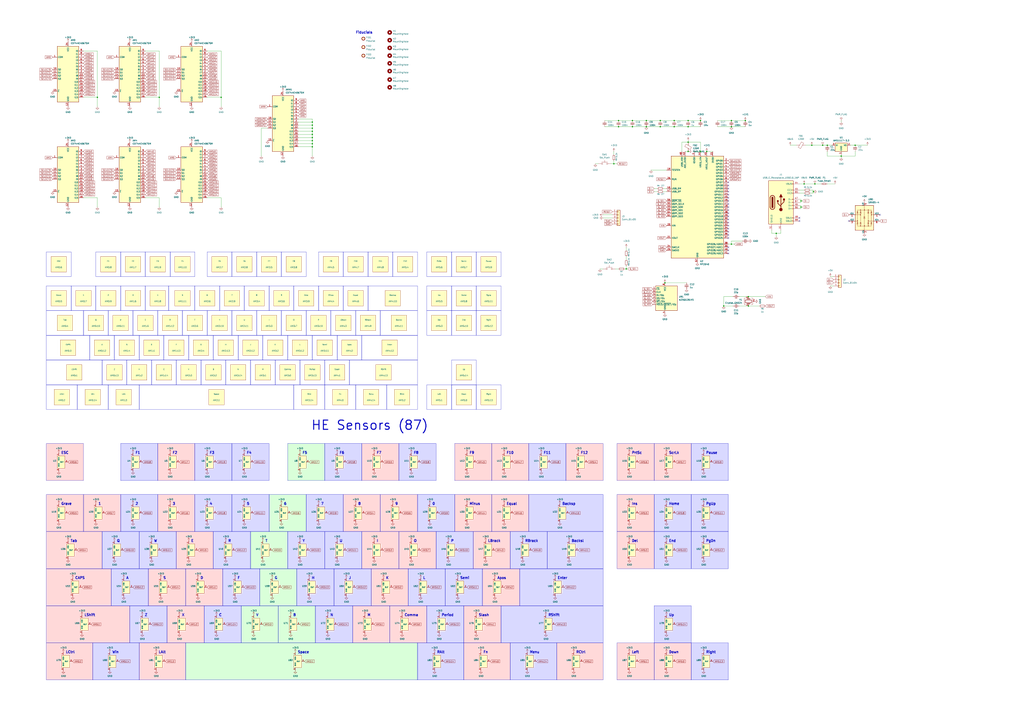
<source format=kicad_sch>
(kicad_sch (version 20250114) (generator "eeschema") (generator_version "9.0")
  (paper "A1")
  (title_block (title "OHEK-80") (date "2026-01-15") (rev "1"))
  (lib_symbols
    (symbol "49e:Hall_Sensor" (pin_names (offset 1.016))
      (property "Reference" "U?" (at -4.5212 0.9652 0))
      (symbol "Hall_Sensor_1_1"
        (pin power_in line (at -2.54 7.62 270) (length 2.54) (name "VDD") (number "1"))
        (pin power_in line (at -2.54 -7.62 90) (length 2.54) (name "GND") (number "3"))
        (pin output line (at 5.08 0 180) (length 2.54) (name "OUT") (number "2"))
      )
    )
    (symbol "74xx:CD74HC4067SM"
      (property "Reference" "U" (at -8.89 22.86 0))
      (property "Value" "CD74HC4067SM" (at 1.27 22.86 0))
      (symbol "CD74HC4067SM_1_1"
        (pin passive line (at -12.7 12.7 0) (length 3.81) (name "COM") (number "1"))
        (pin input line (at -12.7 2.54 0) (length 3.81) (name "S0") (number "10"))
        (pin input line (at -12.7 0 0) (length 3.81) (name "S1") (number "11"))
        (pin input line (at -12.7 -2.54 0) (length 3.81) (name "S2") (number "14"))
        (pin input line (at -12.7 -5.08 0) (length 3.81) (name "S3") (number "13"))
        (pin input line (at -12.7 -15.24 0) (length 3.81) (name "~{E}") (number "15"))
        (pin power_in line (at 0 25.4 270) (length 3.81) (name "VCC") (number "24"))
        (pin power_in line (at 0 -27.94 90) (length 3.81) (name "GND") (number "12"))
        (pin passive line (at 12.7 17.78 180) (length 3.81) (name "I0") (number "9"))
        (pin passive line (at 12.7 15.24 180) (length 3.81) (name "I1") (number "8"))
        (pin passive line (at 12.7 12.7 180) (length 3.81) (name "I2") (number "7"))
        (pin passive line (at 12.7 10.16 180) (length 3.81) (name "I3") (number "6"))
        (pin passive line (at 12.7 7.62 180) (length 3.81) (name "I4") (number "5"))
        (pin passive line (at 12.7 5.08 180) (length 3.81) (name "I5") (number "4"))
        (pin passive line (at 12.7 2.54 180) (length 3.81) (name "I6") (number "3"))
        (pin passive line (at 12.7 0 180) (length 3.81) (name "I7") (number "2"))
        (pin passive line (at 12.7 -2.54 180) (length 3.81) (name "I8") (number "23"))
        (pin passive line (at 12.7 -5.08 180) (length 3.81) (name "I9") (number "22"))
        (pin passive line (at 12.7 -7.62 180) (length 3.81) (name "I10") (number "21"))
        (pin passive line (at 12.7 -10.16 180) (length 3.81) (name "I11") (number "20"))
        (pin passive line (at 12.7 -12.7 180) (length 3.81) (name "I12") (number "19"))
        (pin passive line (at 12.7 -15.24 180) (length 3.81) (name "I13") (number "18"))
        (pin passive line (at 12.7 -17.78 180) (length 3.81) (name "I14") (number "17"))
        (pin passive line (at 12.7 -20.32 180) (length 3.81) (name "I15") (number "16"))
      )
    )
    (symbol "Connector:USB_C_Receptacle_USB2.0_16P" (pin_names (offset 1.016))
      (property "Reference" "J" (at 0 22.225 0))
      (property "Value" "USB_C_Receptacle_USB2.0_16P" (at 0 19.685 0))
      (symbol "USB_C_Receptacle_USB2.0_16P_1_1"
        (pin passive line (at -7.62 -22.86 90) (length 5.08) (name "SHIELD") (number "S1"))
        (pin passive line (at 0 -22.86 90) (length 5.08) (name "GND") (number "A1"))
        (pin passive line (at 0 -22.86 90) (length 5.08) (hide yes) (name "GND") (number "A12"))
        (pin passive line (at 0 -22.86 90) (length 5.08) (hide yes) (name "GND") (number "B1"))
        (pin passive line (at 0 -22.86 90) (length 5.08) (hide yes) (name "GND") (number "B12"))
        (pin passive line (at 15.24 15.24 180) (length 5.08) (name "VBUS") (number "A4"))
        (pin passive line (at 15.24 15.24 180) (length 5.08) (hide yes) (name "VBUS") (number "A9"))
        (pin passive line (at 15.24 15.24 180) (length 5.08) (hide yes) (name "VBUS") (number "B4"))
        (pin passive line (at 15.24 15.24 180) (length 5.08) (hide yes) (name "VBUS") (number "B9"))
        (pin bidirectional line (at 15.24 10.16 180) (length 5.08) (name "CC1") (number "A5"))
        (pin bidirectional line (at 15.24 7.62 180) (length 5.08) (name "CC2") (number "B5"))
        (pin bidirectional line (at 15.24 2.54 180) (length 5.08) (name "D-") (number "A7"))
        (pin bidirectional line (at 15.24 0 180) (length 5.08) (name "D-") (number "B7"))
        (pin bidirectional line (at 15.24 -2.54 180) (length 5.08) (name "D+") (number "A6"))
        (pin bidirectional line (at 15.24 -5.08 180) (length 5.08) (name "D+") (number "B6"))
        (pin bidirectional line (at 15.24 -12.7 180) (length 5.08) (name "SBU1") (number "A8"))
        (pin bidirectional line (at 15.24 -15.24 180) (length 5.08) (name "SBU2") (number "B8"))
      )
    )
    (symbol "Connector_Generic:Conn_01x04" (pin_names (offset 1.016) (hide yes))
      (property "Reference" "J" (at 0 5.08 0))
      (property "Value" "Conn_01x04" (at 0 -7.62 0))
      (symbol "Conn_01x04_1_1"
        (pin passive line (at -5.08 2.54 0) (length 3.81) (name "Pin_1") (number "1"))
        (pin passive line (at -5.08 0 0) (length 3.81) (name "Pin_2") (number "2"))
        (pin passive line (at -5.08 -2.54 0) (length 3.81) (name "Pin_3") (number "3"))
        (pin passive line (at -5.08 -5.08 0) (length 3.81) (name "Pin_4") (number "4"))
      )
    )
    (symbol "Connector_Generic:Conn_01x05" (pin_names (offset 1.016) (hide yes))
      (property "Reference" "J" (at 0 7.62 0))
      (property "Value" "Conn_01x05" (at 0 -7.62 0))
      (symbol "Conn_01x05_1_1"
        (pin passive line (at -5.08 5.08 0) (length 3.81) (name "Pin_1") (number "1"))
        (pin passive line (at -5.08 2.54 0) (length 3.81) (name "Pin_2") (number "2"))
        (pin passive line (at -5.08 0 0) (length 3.81) (name "Pin_3") (number "3"))
        (pin passive line (at -5.08 -2.54 0) (length 3.81) (name "Pin_4") (number "4"))
        (pin passive line (at -5.08 -5.08 0) (length 3.81) (name "Pin_5") (number "5"))
      )
    )
    (symbol "Device:C_Small" (pin_numbers (hide yes)) (pin_names (offset 0.254) (hide yes))
      (property "Reference" "C" (at 0.254 1.778 0))
      (property "Value" "C_Small" (at 0.254 -2.032 0))
      (symbol "C_Small_1_1"
        (pin passive line (at 0 2.54 270) (length 2.032) (name "~") (number "1"))
        (pin passive line (at 0 -2.54 90) (length 2.032) (name "~") (number "2"))
      )
    )
    (symbol "Device:Crystal_GND24" (pin_names (offset 1.016) (hide yes))
      (property "Reference" "Y" (at 3.175 5.08 0))
      (property "Value" "Crystal_GND24" (at 3.175 3.175 0))
      (symbol "Crystal_GND24_1_1"
        (pin passive line (at -3.81 0 0) (length 1.27) (name "1") (number "1"))
        (pin passive line (at 0 -5.08 90) (length 1.27) (name "G") (number "2"))
        (pin passive line (at 0 -5.08 90) (length 1.27) (hide yes) (name "G") (number "4"))
        (pin passive line (at 3.81 0 180) (length 1.27) (name "3") (number "3"))
      )
    )
    (symbol "Device:FerriteBead" (pin_numbers (hide yes)) (pin_names (offset 0))
      (property "Reference" "FB" (at -3.81 0.635 90))
      (property "Value" "FerriteBead" (at 3.81 0 90))
      (symbol "FerriteBead_1_1"
        (pin passive line (at 0 3.81 270) (length 2.54) (name "~") (number "1"))
        (pin passive line (at 0 -3.81 90) (length 2.54) (name "~") (number "2"))
      )
    )
    (symbol "Device:Fuse_Small" (pin_numbers (hide yes)) (pin_names (offset 0.254) (hide yes))
      (property "Reference" "F" (at 0 -1.524 0))
      (property "Value" "Fuse_Small" (at 0 1.524 0))
      (symbol "Fuse_Small_1_1"
        (pin passive line (at -2.54 0 0) (length 1.27) (name "~") (number "1"))
        (pin passive line (at 2.54 0 180) (length 1.27) (name "~") (number "2"))
      )
    )
    (symbol "Device:R_Small" (pin_numbers (hide yes)) (pin_names (offset 0.254) (hide yes))
      (property "Reference" "R" (at 0 0 90))
      (property "Value" "R_Small" (at 1.778 0 90))
      (symbol "R_Small_1_1"
        (pin passive line (at 0 2.54 270) (length 0.762) (name "~") (number "1"))
        (pin passive line (at 0 -2.54 90) (length 0.762) (name "~") (number "2"))
      )
    )
    (symbol "GND_1" (power) (pin_numbers (hide yes)) (pin_names (offset 0) (hide yes))
      (property "Value" "GND" (at 0 -3.81 0))
      (symbol "GND_1_1_1"
        (pin power_in line (at 0 0 270) (length 0) (name "~") (number "1"))
      )
    )
    (symbol "MCU_RaspberryPi:RP2040"
      (property "Reference" "U" (at 17.526 47.244 0))
      (property "Value" "RP2040" (at 17.526 44.704 0))
      (symbol "RP2040_1_1"
        (pin input line (at -25.4 30.48 0) (length 3.81) (name "TESTEN") (number "19"))
        (pin input line (at -25.4 22.86 0) (length 3.81) (name "RUN") (number "26"))
        (pin bidirectional line (at -25.4 15.24 0) (length 3.81) (name "USB_DM") (number "46"))
        (pin bidirectional line (at -25.4 12.7 0) (length 3.81) (name "USB_DP") (number "47"))
        (pin output line (at -25.4 5.08 0) (length 3.81) (name "~{QSPI_SS}") (number "56"))
        (pin output line (at -25.4 2.54 0) (length 3.81) (name "QSPI_SCLK") (number "52"))
        (pin bidirectional line (at -25.4 0 0) (length 3.81) (name "QSPI_SD0") (number "53"))
        (pin bidirectional line (at -25.4 -2.54 0) (length 3.81) (name "QSPI_SD1") (number "55"))
        (pin bidirectional line (at -25.4 -5.08 0) (length 3.81) (name "QSPI_SD2") (number "54"))
        (pin bidirectional line (at -25.4 -7.62 0) (length 3.81) (name "QSPI_SD3") (number "51"))
        (pin input line (at -25.4 -15.24 0) (length 3.81) (name "XIN") (number "20"))
        (pin output line (at -25.4 -25.4 0) (length 3.81) (name "XOUT") (number "21"))
        (pin input line (at -25.4 -33.02 0) (length 3.81) (name "SWCLK") (number "24"))
        (pin bidirectional line (at -25.4 -35.56 0) (length 3.81) (name "SWDIO") (number "25"))
        (pin power_in line (at -12.7 45.72 270) (length 3.81) (name "USB_VDD") (number "48"))
        (pin power_in line (at -10.16 45.72 270) (length 3.81) (name "ADC_AVDD") (number "43"))
        (pin power_in line (at -2.54 45.72 270) (length 3.81) (name "IOVDD") (number "1"))
        (pin passive line (at -2.54 45.72 270) (length 3.81) (hide yes) (name "IOVDD") (number "10"))
        (pin passive line (at -2.54 45.72 270) (length 3.81) (hide yes) (name "IOVDD") (number "22"))
        (pin passive line (at -2.54 45.72 270) (length 3.81) (hide yes) (name "IOVDD") (number "33"))
        (pin passive line (at -2.54 45.72 270) (length 3.81) (hide yes) (name "IOVDD") (number "42"))
        (pin passive line (at -2.54 45.72 270) (length 3.81) (hide yes) (name "IOVDD") (number "49"))
        (pin power_in line (at 0 -45.72 90) (length 3.81) (name "GND") (number "57"))
        (pin power_in line (at 2.54 45.72 270) (length 3.81) (name "VREG_VIN") (number "44"))
        (pin power_out line (at 7.62 45.72 270) (length 3.81) (name "VREG_VOUT") (number "45"))
        (pin power_in line (at 12.7 45.72 270) (length 3.81) (name "DVDD") (number "23"))
        (pin passive line (at 12.7 45.72 270) (length 3.81) (hide yes) (name "DVDD") (number "50"))
        (pin bidirectional line (at 25.4 38.1 180) (length 3.81) (name "GPIO0") (number "2"))
        (pin bidirectional line (at 25.4 35.56 180) (length 3.81) (name "GPIO1") (number "3"))
        (pin bidirectional line (at 25.4 33.02 180) (length 3.81) (name "GPIO2") (number "4"))
        (pin bidirectional line (at 25.4 30.48 180) (length 3.81) (name "GPIO3") (number "5"))
        (pin bidirectional line (at 25.4 27.94 180) (length 3.81) (name "GPIO4") (number "6"))
        (pin bidirectional line (at 25.4 25.4 180) (length 3.81) (name "GPIO5") (number "7"))
        (pin bidirectional line (at 25.4 22.86 180) (length 3.81) (name "GPIO6") (number "8"))
        (pin bidirectional line (at 25.4 20.32 180) (length 3.81) (name "GPIO7") (number "9"))
        (pin bidirectional line (at 25.4 17.78 180) (length 3.81) (name "GPIO8") (number "11"))
        (pin bidirectional line (at 25.4 15.24 180) (length 3.81) (name "GPIO9") (number "12"))
        (pin bidirectional line (at 25.4 12.7 180) (length 3.81) (name "GPIO10") (number "13"))
        (pin bidirectional line (at 25.4 10.16 180) (length 3.81) (name "GPIO11") (number "14"))
        (pin bidirectional line (at 25.4 7.62 180) (length 3.81) (name "GPIO12") (number "15"))
        (pin bidirectional line (at 25.4 5.08 180) (length 3.81) (name "GPIO13") (number "16"))
        (pin bidirectional line (at 25.4 2.54 180) (length 3.81) (name "GPIO14") (number "17"))
        (pin bidirectional line (at 25.4 0 180) (length 3.81) (name "GPIO15") (number "18"))
        (pin bidirectional line (at 25.4 -2.54 180) (length 3.81) (name "GPIO16") (number "27"))
        (pin bidirectional line (at 25.4 -5.08 180) (length 3.81) (name "GPIO17") (number "28"))
        (pin bidirectional line (at 25.4 -7.62 180) (length 3.81) (name "GPIO18") (number "29"))
        (pin bidirectional line (at 25.4 -10.16 180) (length 3.81) (name "GPIO19") (number "30"))
        (pin bidirectional line (at 25.4 -12.7 180) (length 3.81) (name "GPIO20") (number "31"))
        (pin bidirectional line (at 25.4 -15.24 180) (length 3.81) (name "GPIO21") (number "32"))
        (pin bidirectional line (at 25.4 -17.78 180) (length 3.81) (name "GPIO22") (number "34"))
        (pin bidirectional line (at 25.4 -20.32 180) (length 3.81) (name "GPIO23") (number "35"))
        (pin bidirectional line (at 25.4 -22.86 180) (length 3.81) (name "GPIO24") (number "36"))
        (pin bidirectional line (at 25.4 -25.4 180) (length 3.81) (name "GPIO25") (number "37"))
        (pin bidirectional line (at 25.4 -30.48 180) (length 3.81) (name "GPIO26/ADC0") (number "38"))
        (pin bidirectional line (at 25.4 -33.02 180) (length 3.81) (name "GPIO27/ADC1") (number "39"))
        (pin bidirectional line (at 25.4 -35.56 180) (length 3.81) (name "GPIO28/ADC2") (number "40"))
        (pin bidirectional line (at 25.4 -38.1 180) (length 3.81) (name "GPIO29/ADC3") (number "41"))
      )
    )
    (symbol "Mechanical:Fiducial"
      (property "Reference" "FID" (at 0 5.08 0))
      (property "Value" "Fiducial" (at 0 3.175 0))
    )
    (symbol "Mechanical:MountingHole" (pin_names (offset 1.016))
      (property "Reference" "H" (at 0 5.08 0))
      (property "Value" "MountingHole" (at 0 3.175 0))
    )
    (symbol "Memory_Flash:W25Q128JVS"
      (property "Reference" "U" (at -6.35 11.43 0))
      (property "Value" "W25Q128JVS" (at 7.62 11.43 0))
      (symbol "W25Q128JVS_1_1"
        (pin input line (at -10.16 7.62 0) (length 2.54) (name "~{CS}") (number "1"))
        (pin input line (at -10.16 5.08 0) (length 2.54) (name "CLK") (number "6"))
        (pin bidirectional line (at -10.16 2.54 0) (length 2.54) (name "DI/IO_{0}") (number "5"))
        (pin bidirectional line (at -10.16 0 0) (length 2.54) (name "DO/IO_{1}") (number "2"))
        (pin bidirectional line (at -10.16 -2.54 0) (length 2.54) (name "~{WP}/IO_{2}") (number "3"))
        (pin bidirectional line (at -10.16 -5.08 0) (length 2.54) (name "~{HOLD}/~{RESET}/IO_{3}") (number "7"))
        (pin power_in line (at 0 12.7 270) (length 2.54) (name "VCC") (number "8"))
        (pin power_in line (at 0 -12.7 90) (length 2.54) (name "GND") (number "4"))
      )
    )
    (symbol "Power_Protection:SRV05-4" (pin_names (offset 0))
      (property "Reference" "U" (at -5.08 11.43 0))
      (property "Value" "SRV05-4" (at 2.54 11.43 0))
      (symbol "SRV05-4_1_1"
        (pin passive line (at -12.7 2.54 0) (length 5.08) (name "IO1") (number "1"))
        (pin passive line (at -12.7 -2.54 0) (length 5.08) (name "IO2") (number "3"))
        (pin passive line (at 0 12.7 270) (length 2.54) (name "VP") (number "5"))
        (pin passive line (at 0 -12.7 90) (length 2.54) (name "VN") (number "2"))
        (pin passive line (at 12.7 2.54 180) (length 5.08) (name "IO3") (number "4"))
        (pin passive line (at 12.7 -2.54 180) (length 5.08) (name "IO4") (number "6"))
      )
    )
    (symbol "Regulator_Linear:AMS1117-3.3"
      (property "Reference" "U" (at -3.81 3.175 0))
      (property "Value" "AMS1117-3.3" (at 0 3.175 0))
      (symbol "AMS1117-3.3_1_1"
        (pin power_in line (at -7.62 0 0) (length 2.54) (name "VI") (number "3"))
        (pin power_in line (at 0 -7.62 90) (length 2.54) (name "GND") (number "1"))
        (pin power_out line (at 7.62 0 180) (length 2.54) (name "VO") (number "2"))
      )
    )
    (symbol "Switch:SW_Push" (pin_numbers (hide yes)) (pin_names (offset 1.016) (hide yes))
      (property "Reference" "SW" (at 1.27 2.54 0))
      (property "Value" "SW_Push" (at 0 -1.524 0))
      (symbol "SW_Push_0_1"
        (pin passive line (at -5.08 0 0) (length 2.54) (name "1") (number "1"))
        (pin passive line (at 5.08 0 180) (length 2.54) (name "2") (number "2"))
      )
    )
    (symbol "power:+1V1" (power) (pin_numbers (hide yes)) (pin_names (offset 0) (hide yes))
      (property "Value" "+1V1" (at 0 3.556 0))
      (symbol "+1V1_1_1"
        (pin power_in line (at 0 0 90) (length 0) (name "~") (number "1"))
      )
    )
    (symbol "power:+3V3" (power) (pin_numbers (hide yes)) (pin_names (offset 0) (hide yes))
      (property "Value" "+3V3" (at 0 3.556 0))
      (symbol "+3V3_1_1"
        (pin power_in line (at 0 0 90) (length 0) (name "~") (number "1"))
      )
    )
    (symbol "power:+5V" (power) (pin_numbers (hide yes)) (pin_names (offset 0) (hide yes))
      (property "Value" "+5V" (at 0 3.556 0))
      (symbol "+5V_1_1"
        (pin power_in line (at 0 0 90) (length 0) (name "~") (number "1"))
      )
    )
    (symbol "power:GND" (power) (pin_numbers (hide yes)) (pin_names (offset 0) (hide yes))
      (property "Value" "GND" (at 0 -3.81 0))
      (symbol "GND_1_1"
        (pin power_in line (at 0 0 270) (length 0) (name "~") (number "1"))
      )
    )
    (symbol "power:PWR_FLAG" (power) (pin_numbers (hide yes)) (pin_names (offset 0) (hide yes))
      (property "Value" "PWR_FLAG" (at 0 3.81 0))
      (symbol "PWR_FLAG_0_0"
        (pin power_out line (at 0 0 90) (length 0) (name "pwr") (number "1"))
      )
    )
    (symbol "power:VBUS" (power) (pin_numbers (hide yes)) (pin_names (offset 0) (hide yes))
      (property "Value" "VBUS" (at 0 3.556 0))
      (symbol "VBUS_1_1"
        (pin power_in line (at 0 0 90) (length 0) (name "~") (number "1"))
      )
    )
    (symbol "voidswitch:VoidSwitch" (pin_names (offset 1.016))
      (property "Reference" "AM0:0" (at 0 -2.54 0))
      (property "Value" "VoidSwitch" (at 0 2.54 0))
    )
  )
  (rectangle (start 297.18 436.88) (end 327.66 467.36) (fill (type color) (color 255 1 1 0.1490196078)))
  (rectangle (start 38.1 234.95) (end 58.42 255.27))
  (rectangle (start 119.38 234.95) (end 138.43 255.27))
  (rectangle (start 251.46 406.4) (end 281.94 436.88) (fill (type color) (color 1 1 255 0.1490196078)))
  (rectangle (start 88.9 255.27) (end 109.22 275.59))
  (rectangle (start 129.54 406.4) (end 160.02 436.88) (fill (type color) (color 255 1 1 0.1490196078)))
  (rectangle (start 38.1 467.36) (end 91.44 497.84) (fill (type color) (color 255 1 1 0.1490196078)))
  (rectangle (start 109.22 255.27) (end 129.54 275.59))
  (rectangle (start 236.22 275.59) (end 256.54 295.91))
  (rectangle (start 411.48 497.84) (end 495.3 528.32) (fill (type color) (color 1 1 255 0.1490196078)))
  (rectangle (start 38.1 497.84) (end 106.68 528.32) (fill (type color) (color 255 1 1 0.1490196078)))
  (rectangle (start 506.73 436.88) (end 537.21 467.36) (fill (type color) (color 255 1 1 0.1490196078)))
  (rectangle (start 167.64 497.84) (end 198.12 528.32) (fill (type color) (color 1 1 255 0.1490196078)))
  (rectangle (start 317.5 316.23) (end 342.9 336.55))
  (rectangle (start 567.69 364.49) (end 598.17 394.97) (fill (type color) (color 1 1 255 0.1490196078)))
  (rectangle (start 68.58 406.4) (end 99.06 436.88) (fill (type color) (color 255 1 1 0.1490196078)))
  (rectangle (start 287.02 295.91) (end 342.9 316.23))
  (rectangle (start 350.52 316.23) (end 370.84 336.55))
  (rectangle (start 391.16 316.23) (end 411.48 336.55))
  (rectangle (start 261.62 234.95) (end 281.94 255.27))
  (rectangle (start 506.73 528.32) (end 537.21 558.8) (fill (type color) (color 255 1 1 0.1490196078)))
  (rectangle (start 38.1 528.32) (end 76.2 558.8) (fill (type color) (color 255 1 1 0.15)))
  (rectangle (start 195.58 275.59) (end 215.9 295.91))
  (rectangle (start 99.06 406.4) (end 129.54 436.88) (fill (type color) (color 1 1 255 0.1490196078)))
  (rectangle (start 266.7 295.91) (end 287.02 316.23))
  (rectangle (start 271.78 255.27) (end 292.1 275.59))
  (rectangle (start 276.86 275.59) (end 297.18 295.91))
  (rectangle (start 38.1 255.27) (end 68.58 275.59))
  (rectangle (start 537.21 406.4) (end 567.69 436.88) (fill (type color) (color 1 1 255 0.1490196078)))
  (rectangle (start 182.88 467.36) (end 213.36 497.84) (fill (type color) (color 1 1 255 0.1490196078)))
  (rectangle (start 236.22 364.49) (end 266.7 394.97) (fill (type color) (color 1 255 1 0.1490196078)))
  (rectangle (start 83.82 295.91) (end 104.14 316.23))
  (rectangle (start 38.1 275.59) (end 73.66 295.91))
  (rectangle (start 160.02 406.4) (end 190.5 436.88) (fill (type color) (color 1 1 255 0.1490196078)))
  (rectangle (start 38.1 295.91) (end 83.82 316.23))
  (rectangle (start 320.04 497.84) (end 350.52 528.32) (fill (type color) (color 255 1 1 0.1490196078)))
  (rectangle (start 391.16 234.95) (end 411.48 255.27))
  (rectangle (start 73.66 275.59) (end 93.98 295.91))
  (rectangle (start 350.52 497.84) (end 381 528.32) (fill (type color) (color 1 1 255 0.1490196078)))
  (rectangle (start 104.14 295.91) (end 124.46 316.23))
  (rectangle (start 567.69 436.88) (end 598.17 467.36) (fill (type color) (color 1 1 255 0.1490196078)))
  (rectangle (start 335.28 467.36) (end 365.76 497.84) (fill (type color) (color 1 1 255 0.1490196078)))
  (rectangle (start 165.1 295.91) (end 185.42 316.23))
  (rectangle (start 134.62 275.59) (end 154.94 295.91))
  (rectangle (start 342.9 528.32) (end 381 558.8) (fill (type color) (color 1 1 255 0.1490196078)))
  (rectangle (start 154.94 275.59) (end 175.26 295.91))
  (rectangle (start 373.38 364.49) (end 403.86 394.97) (fill (type color) (color 255 1 1 0.1490196078)))
  (rectangle (start 175.26 275.59) (end 195.58 295.91))
  (rectangle (start 292.1 255.27) (end 312.42 275.59))
  (rectangle (start 506.73 364.49) (end 537.21 394.97) (fill (type color) (color 255 1 1 0.1490196078)))
  (rectangle (start 373.38 406.4) (end 403.86 436.88) (fill (type color) (color 255 1 1 0.1490196078)))
  (rectangle (start 76.2 528.32) (end 114.3 558.8) (fill (type color) (color 1 1 255 0.1490196078)))
  (rectangle (start 231.14 207.01) (end 251.46 227.33))
  (rectangle (start 175.26 436.88) (end 205.74 467.36) (fill (type color) (color 1 1 255 0.1490196078)))
  (rectangle (start 391.16 255.27) (end 411.48 275.59))
  (rectangle (start 302.26 234.95) (end 342.9 255.27))
  (rectangle (start 170.18 207.01) (end 190.5 227.33))
  (rectangle (start 281.94 406.4) (end 312.42 436.88) (fill (type color) (color 255 1 1 0.1490196078)))
  (rectangle (start 434.34 406.4) (end 495.3 436.88) (fill (type color) (color 1 1 255 0.1490196078)))
  (rectangle (start 99.06 364.49) (end 129.54 394.97) (fill (type color) (color 1 1 255 0.1490196078)))
  (rectangle (start 144.78 436.88) (end 175.26 467.36) (fill (type color) (color 255 1 1 0.1490196078)))
  (rectangle (start 419.1 528.32) (end 457.2 558.8) (fill (type color) (color 1 1 255 0.1490196078)))
  (rectangle (start 78.74 234.95) (end 99.06 255.27))
  (rectangle (start 370.84 295.91) (end 391.16 316.23))
  (rectangle (start 68.58 255.27) (end 88.9 275.59))
  (rectangle (start 419.1 436.88) (end 449.58 467.36) (fill (type color) (color 1 1 255 0.1490196078)))
  (rectangle (start 198.12 497.84) (end 228.6 528.32) (fill (type color) (color 1 255 1 0.1490196078)))
  (rectangle (start 312.42 255.27) (end 342.9 275.59))
  (rectangle (start 152.4 528.32) (end 342.9 558.8) (fill (type color) (color 1 255 1 0.1490196078)))
  (rectangle (start 106.68 497.84) (end 137.16 528.32) (fill (type color) (color 1 1 255 0.1490196078)))
  (rectangle (start 99.06 234.95) (end 119.38 255.27))
  (rectangle (start 434.34 364.49) (end 464.82 394.97) (fill (type color) (color 1 1 255 0.1490196078)))
  (rectangle (start 274.32 467.36) (end 304.8 497.84) (fill (type color) (color 1 1 255 0.1490196078)))
  (rectangle (start 426.72 467.36) (end 495.3 497.84) (fill (type color) (color 1 1 255 0.1490196078)))
  (rectangle (start 138.43 234.95) (end 160.02 255.27))
  (rectangle (start 124.46 295.91) (end 144.78 316.23))
  (rectangle (start 236.22 436.88) (end 266.7 467.36) (fill (type color) (color 1 1 255 0.1490196078)))
  (rectangle (start 149.86 255.27) (end 170.18 275.59))
  (rectangle (start 350.52 255.27) (end 370.84 275.59))
  (rectangle (start 537.21 497.84) (end 567.69 528.32) (fill (type color) (color 1 1 255 0.1490196078)))
  (rectangle (start 289.56 497.84) (end 320.04 528.32) (fill (type color) (color 255 1 1 0.1490196078)))
  (rectangle (start 231.14 255.27) (end 251.46 275.59))
  (rectangle (start 63.5 316.23) (end 88.9 336.55))
  (rectangle (start 297.18 364.49) (end 327.66 394.97) (fill (type color) (color 255 1 1 0.1490196078)))
  (rectangle (start 38.1 436.88) (end 83.82 467.36) (fill (type color) (color 255 1 1 0.1490196078)))
  (rectangle (start 241.3 316.23) (end 266.7 336.55))
  (rectangle (start 190.5 207.01) (end 210.82 227.33))
  (rectangle (start 350.52 207.01) (end 370.84 227.33))
  (rectangle (start 185.42 295.91) (end 205.74 316.23))
  (rectangle (start 139.7 207.01) (end 160.02 227.33))
  (rectangle (start 391.16 207.01) (end 411.48 227.33))
  (rectangle (start 160.02 234.95) (end 180.34 255.27))
  (rectangle (start 537.21 364.49) (end 567.69 394.97) (fill (type color) (color 255 1 1 0.1490196078)))
  (rectangle (start 266.7 436.88) (end 297.18 467.36) (fill (type color) (color 1 1 255 0.1490196078)))
  (rectangle (start 370.84 255.27) (end 391.16 275.59))
  (rectangle (start 58.42 234.95) (end 78.74 255.27))
  (rectangle (start 78.74 207.01) (end 99.06 227.33))
  (rectangle (start 365.76 467.36) (end 396.24 497.84) (fill (type color) (color 1 1 255 0.1490196078)))
  (rectangle (start 304.8 467.36) (end 335.28 497.84) (fill (type color) (color 255 1 1 0.1490196078)))
  (rectangle (start 449.58 436.88) (end 495.3 467.36) (fill (type color) (color 1 1 255 0.1490196078)))
  (rectangle (start 129.54 255.27) (end 149.86 275.59))
  (rectangle (start 210.82 255.27) (end 231.14 275.59))
  (rectangle (start 83.82 436.88) (end 114.3 467.36) (fill (type color) (color 1 1 255 0.1490196078)))
  (rectangle (start 322.58 207.01) (end 342.9 227.33))
  (rectangle (start 567.69 528.32) (end 598.17 558.8) (fill (type color) (color 1 1 255 0.1490196078)))
  (rectangle (start 220.98 406.4) (end 251.46 436.88) (fill (type color) (color 1 255 1 0.1490196078)))
  (rectangle (start 537.21 436.88) (end 567.69 467.36) (fill (type color) (color 1 1 255 0.1490196078)))
  (rectangle (start 99.06 207.01) (end 119.38 227.33))
  (rectangle (start 292.1 316.23) (end 317.5 336.55))
  (rectangle (start 381 497.84) (end 411.48 528.32) (fill (type color) (color 255 1 1 0.1490196078)))
  (rectangle (start 403.86 364.49) (end 434.34 394.97) (fill (type color) (color 255 1 1 0.1490196078)))
  (rectangle (start 302.26 207.01) (end 322.58 227.33))
  (rectangle (start 91.44 467.36) (end 121.92 497.84) (fill (type color) (color 1 1 255 0.1490196078)))
  (rectangle (start 350.52 234.95) (end 370.84 255.27))
  (rectangle (start 241.3 234.95) (end 261.62 255.27))
  (rectangle (start 38.1 316.23) (end 63.5 336.55))
  (rectangle (start 256.54 275.59) (end 276.86 295.91))
  (rectangle (start 457.2 528.32) (end 495.3 558.8) (fill (type color) (color 255 1 1 0.1490196078)))
  (rectangle (start 114.3 436.88) (end 144.78 467.36) (fill (type color) (color 1 1 255 0.1490196078)))
  (rectangle (start 170.18 255.27) (end 190.5 275.59))
  (rectangle (start 114.3 275.59) (end 134.62 295.91))
  (rectangle (start 281.94 234.95) (end 302.26 255.27))
  (rectangle (start 215.9 275.59) (end 236.22 295.91))
  (rectangle (start 38.1 364.49) (end 68.58 394.97) (fill (type color) (color 255 1 1 0.1490196078)))
  (rectangle (start 537.21 528.32) (end 567.69 558.8) (fill (type color) (color 255 1 1 0.1490196078)))
  (rectangle (start 38.1 406.4) (end 68.58 436.88) (fill (type color) (color 255 1 1 0.1490196078)))
  (rectangle (start 213.36 467.36) (end 243.84 497.84) (fill (type color) (color 1 255 1 0.1490196078)))
  (rectangle (start 190.5 255.27) (end 210.82 275.59))
  (rectangle (start 358.14 436.88) (end 388.62 467.36) (fill (type color) (color 1 1 255 0.1490196078)))
  (rectangle (start 370.84 207.01) (end 391.16 227.33))
  (rectangle (start 312.42 406.4) (end 342.9 436.88) (fill (type color) (color 255 1 1 0.1490196078)))
  (rectangle (start 327.66 436.88) (end 358.14 467.36) (fill (type color) (color 255 1 1 0.1490196078)))
  (rectangle (start 93.98 275.59) (end 114.3 295.91))
  (rectangle (start 190.5 406.4) (end 220.98 436.88) (fill (type color) (color 1 1 255 0.1490196078)))
  (rectangle (start 506.73 406.4) (end 537.21 436.88) (fill (type color) (color 255 1 1 0.1490196078)))
  (rectangle (start 381 528.32) (end 419.1 558.8) (fill (type color) (color 255 1 1 0.1490196078)))
  (rectangle (start 205.74 436.88) (end 236.22 467.36) (fill (type color) (color 1 255 1 0.1490196078)))
  (rectangle (start 266.7 364.49) (end 297.18 394.97) (fill (type color) (color 1 1 255 0.1490196078)))
  (rectangle (start 205.74 295.91) (end 226.06 316.23))
  (rectangle (start 210.82 207.01) (end 231.14 227.33))
  (rectangle (start 251.46 255.27) (end 271.78 275.59))
  (rectangle (start 464.82 364.49) (end 495.3 394.97) (fill (type color) (color 255 1 1 0.1490196078)))
  (rectangle (start 388.62 436.88) (end 419.1 467.36) (fill (type color) (color 255 1 1 0.1490196078)))
  (rectangle (start 567.69 406.4) (end 598.17 436.88) (fill (type color) (color 1 1 255 0.1490196078)))
  (rectangle (start 38.1 207.01) (end 58.42 227.33))
  (rectangle (start 403.86 406.4) (end 434.34 436.88) (fill (type color) (color 255 1 1 0.1490196078)))
  (rectangle (start 160.02 364.49) (end 190.5 394.97) (fill (type color) (color 1 1 255 0.1490196078)))
  (rectangle (start 114.3 528.32) (end 152.4 558.8) (fill (type color) (color 255 1 1 0.1490196078)))
  (rectangle (start 226.06 295.91) (end 246.38 316.23))
  (rectangle (start 152.4 467.36) (end 182.88 497.84) (fill (type color) (color 255 1 1 0.1490196078)))
  (rectangle (start 228.6 497.84) (end 259.08 528.32) (fill (type color) (color 1 255 1 0.1490196078)))
  (rectangle (start 266.7 316.23) (end 292.1 336.55))
  (rectangle (start 114.3 316.23) (end 241.3 336.55))
  (rectangle (start 297.18 275.59) (end 342.9 295.91))
  (rectangle (start 259.08 497.84) (end 289.56 528.32) (fill (type color) (color 1 1 255 0.1490196078)))
  (rectangle (start 200.66 234.95) (end 220.98 255.27))
  (rectangle (start 370.84 316.23) (end 391.16 336.55))
  (rectangle (start 88.9 316.23) (end 114.3 336.55))
  (rectangle (start 396.24 467.36) (end 426.72 497.84) (fill (type color) (color 255 1 1 0.1490196078)))
  (rectangle (start 243.84 467.36) (end 274.32 497.84) (fill (type color) (color 1 1 255 0.1490196078)))
  (rectangle (start 137.16 497.84) (end 167.64 528.32) (fill (type color) (color 255 1 1 0.1490196078)))
  (rectangle (start 342.9 406.4) (end 373.38 436.88) (fill (type color) (color 1 1 255 0.1490196078)))
  (rectangle (start 261.62 207.01) (end 281.94 227.33))
  (rectangle (start 246.38 295.91) (end 266.7 316.23))
  (rectangle (start 121.92 467.36) (end 152.4 497.84) (fill (type color) (color 255 1 1 0.1490196078)))
  (rectangle (start 129.54 364.49) (end 160.02 394.97) (fill (type color) (color 255 1 1 0.1490196078)))
  (rectangle (start 370.84 234.95) (end 391.16 255.27))
  (rectangle (start 119.38 207.01) (end 139.7 227.33))
  (rectangle (start 281.94 207.01) (end 302.26 227.33))
  (rectangle (start 190.5 364.49) (end 220.98 394.97) (fill (type color) (color 1 1 255 0.1490196078)))
  (rectangle (start 180.34 234.95) (end 200.66 255.27))
  (rectangle (start 220.98 234.95) (end 241.3 255.27))
  (rectangle (start 327.66 364.49) (end 358.14 394.97) (fill (type color) (color 1 1 255 0.1490196078)))
  (rectangle (start 144.78 295.91) (end 165.1 316.23))
  (text "Home" (at 549.275 415.29 0) (effects (font (size 2.0066 2.0066) (thickness 0.4013) (bold yes)) (justify left bottom)))
  (text "RAlt" (at 358.775 537.21 0) (effects (font (size 2.0066 2.0066) (thickness 0.4013) (bold yes)) (justify left bottom)))
  (text "PgUp" (at 579.755 415.29 0) (effects (font (size 2.0066 2.0066) (thickness 0.4013) (bold yes)) (justify left bottom)))
  (text "End" (at 549.275 445.77 0) (effects (font (size 2.0066 2.0066) (thickness 0.4013) (bold yes)) (justify left bottom)))
  (text "Fn" (at 396.875 537.21 0) (effects (font (size 2.0066 2.0066) (thickness 0.4013) (bold yes)) (justify left bottom)))
  (text "K" (at 316.865 476.25 0) (effects (font (size 2.0066 2.0066) (thickness 0.4013) (bold yes)) (justify left bottom)))
  (text "ScrLk" (at 549.275 373.38 0) (effects (font (size 2.0066 2.0066) (thickness 0.4013) (bold yes)) (justify left bottom)))
  (text "Right" (at 579.755 537.21 0) (effects (font (size 2.0066 2.0066) (thickness 0.4013) (bold yes)) (justify left bottom)))
  (text "RBrack" (at 431.165 445.77 0) (effects (font (size 2.0066 2.0066) (thickness 0.4013) (bold yes)) (justify left bottom)))
  (text "Del" (at 518.795 445.77 0) (effects (font (size 2.0066 2.0066) (thickness 0.4013) (bold yes)) (justify left bottom)))
  (text "6" (at 233.045 415.29 0) (effects (font (size 2.0066 2.0066) (thickness 0.4013) (bold yes)) (justify left bottom)))
  (text "Slash" (at 393.065 506.73 0) (effects (font (size 2.0066 2.0066) (thickness 0.4013) (bold yes)) (justify left bottom)))
  (text "Backsp" (at 461.645 415.29 0) (effects (font (size 2.0066 2.0066) (thickness 0.4013) (bold yes)) (justify left bottom)))
  (text "U" (at 278.765 445.77 0) (effects (font (size 2.0066 2.0066) (thickness 0.4013) (bold yes)) (justify left bottom)))
  (text "F8" (at 339.725 373.38 0) (effects (font (size 2.0066 2.0066) (thickness 0.4013) (bold yes)) (justify left bottom)))
  (text "Q" (at 95.885 445.77 0) (effects (font (size 2.0066 2.0066) (thickness 0.4013) (bold yes)) (justify left bottom)))
  (text "F9" (at 385.445 373.38 0) (effects (font (size 2.0066 2.0066) (thickness 0.4013) (bold yes)) (justify left bottom)))
  (text "4" (at 172.085 415.29 0) (effects (font (size 2.0066 2.0066) (thickness 0.4013) (bold yes)) (justify left bottom)))
  (text "LAlt" (at 130.175 537.21 0) (effects (font (size 2.0066 2.0066) (thickness 0.4013) (bold yes)) (justify left bottom)))
  (text "Ins" (at 518.795 415.29 0) (effects (font (size 2.0066 2.0066) (thickness 0.4013) (bold yes)) (justify left bottom)))
  (text "T" (at 217.805 445.77 0) (effects (font (size 2.0066 2.0066) (thickness 0.4013) (bold yes)) (justify left bottom)))
  (text "Enter" (at 457.835 476.25 0) (effects (font (size 2.0066 2.0066) (thickness 0.4013) (bold yes)) (justify left bottom)))
  (text "X" (at 149.225 506.73 0) (effects (font (size 2.0066 2.0066) (thickness 0.4013) (bold yes)) (justify left bottom)))
  (text "Semi" (at 377.825 476.25 0) (effects (font (size 2.0066 2.0066) (thickness 0.4013) (bold yes)) (justify left bottom)))
  (text "Left" (at 518.795 537.21 0) (effects (font (size 2.0066 2.0066) (thickness 0.4013) (bold yes)) (justify left bottom)))
  (text "7" (at 263.525 415.29 0) (effects (font (size 2.0066 2.0066) (thickness 0.4013) (bold yes)) (justify left bottom)))
  (text "LCtrl" (at 53.975 537.21 0) (effects (font (size 2.0066 2.0066) (thickness 0.4013) (bold yes)) (justify left bottom)))
  (text "W" (at 126.365 445.77 0) (effects (font (size 2.0066 2.0066) (thickness 0.4013) (bold yes)) (justify left bottom)))
  (text "F10" (at 415.925 373.38 0) (effects (font (size 2.0066 2.0066) (thickness 0.4013) (bold yes)) (justify left bottom)))
  (text "Grave" (at 50.165 415.29 0) (effects (font (size 2.0066 2.0066) (thickness 0.4013) (bold yes)) (justify left bottom)))
  (text "Equal" (at 415.925 415.29 0) (effects (font (size 2.0066 2.0066) (thickness 0.4013) (bold yes)) (justify left bottom)))
  (text "PrtSc" (at 518.795 373.38 0) (effects (font (size 2.0066 2.0066) (thickness 0.4013) (bold yes)) (justify left bottom)))
  (text "Down" (at 549.275 537.21 0) (effects (font (size 2.0066 2.0066) (thickness 0.4013) (bold yes)) (justify left bottom)))
  (text "F7" (at 309.245 373.38 0) (effects (font (size 2.0066 2.0066) (thickness 0.4013) (bold yes)) (justify left bottom)))
  (text "0" (at 354.965 415.29 0) (effects (font (size 2.0066 2.0066) (thickness 0.4013) (bold yes)) (justify left bottom)))
  (text "HE Sensors (87)" (at 255.27 354.076 0) (effects (font (size 7.62 7.62) (thickness 0.7976) (bold yes)) (justify left bottom)))
  (text "J" (at 286.385 476.25 0) (effects (font (size 2.0066 2.0066) (thickness 0.4013) (bold yes)) (justify left bottom)))
  (text "8" (at 294.005 415.29 0) (effects (font (size 2.0066 2.0066) (thickness 0.4013) (bold yes)) (justify left bottom)))
  (text "Menu" (at 434.975 537.21 0) (effects (font (size 2.0066 2.0066) (thickness 0.4013) (bold yes)) (justify left bottom)))
  (text "C" (at 179.705 506.73 0) (effects (font (size 2.0066 2.0066) (thickness 0.4013) (bold yes)) (justify left bottom)))
  (text "F3" (at 172.085 373.38 0) (effects (font (size 2.0066 2.0066) (thickness 0.4013) (bold yes)) (justify left bottom)))
  (text "G" (at 225.425 476.25 0) (effects (font (size 2.0066 2.0066) (thickness 0.4013) (bold yes)) (justify left bottom)))
  (text "A" (at 103.505 476.25 0) (effects (font (size 2.0066 2.0066) (thickness 0.4013) (bold yes)) (justify left bottom)))
  (text "5" (at 202.565 415.29 0) (effects (font (size 2.0066 2.0066) (thickness 0.4013) (bold yes)) (justify left bottom)))
  (text "F5" (at 248.285 373.38 0) (effects (font (size 2.0066 2.0066) (thickness 0.4013) (bold yes)) (justify left bottom)))
  (text "F1\n" (at 111.125 373.38 0) (effects (font (size 2.0066 2.0066) (thickness 0.4013) (bold yes)) (justify left bottom)))
  (text "Comma" (at 332.105 506.73 0) (effects (font (size 2.0066 2.0066) (thickness 0.4013) (bold yes)) (justify left bottom)))
  (text "E" (at 156.845 445.77 0) (effects (font (size 2.0066 2.0066) (thickness 0.4013) (bold yes)) (justify left bottom)))
  (text "Space" (at 244.475 537.21 0) (effects (font (size 2.0066 2.0066) (thickness 0.4013) (bold yes)) (justify left bottom)))
  (text "P" (at 370.205 445.77 0) (effects (font (size 2.0066 2.0066) (thickness 0.4013) (bold yes)) (justify left bottom)))
  (text "Tab" (at 57.785 445.77 0) (effects (font (size 2.0066 2.0066) (thickness 0.4013) (bold yes)) (justify left bottom)))
  (text "Pause" (at 579.755 373.38 0) (effects (font (size 2.0066 2.0066) (thickness 0.4013) (bold yes)) (justify left bottom)))
  (text "I" (at 309.245 445.77 0) (effects (font (size 2.0066 2.0066) (thickness 0.4013) (bold yes)) (justify left bottom)))
  (text "Y" (at 248.285 445.77 0) (effects (font (size 2.0066 2.0066) (thickness 0.4013) (bold yes)) (justify left bottom)))
  (text "CAPS" (at 61.595 476.25 0) (effects (font (size 2.0066 2.0066) (thickness 0.4013) (bold yes)) (justify left bottom)))
  (text "RCtrl" (at 473.075 537.21 0) (effects (font (size 2.0066 2.0066) (thickness 0.4013) (bold yes)) (justify left bottom)))
  (text "F12" (at 476.885 373.38 0) (effects (font (size 2.0066 2.0066) (thickness 0.4013) (bold yes)) (justify left bottom)))
  (text "S" (at 133.985 476.25 0) (effects (font (size 2.0066 2.0066) (thickness 0.4013) (bold yes)) (justify left bottom)))
  (text "V" (at 210.185 506.73 0) (effects (font (size 2.0066 2.0066) (thickness 0.4013) (bold yes)) (justify left bottom)))
  (text "2" (at 111.125 415.29 0) (effects (font (size 2.0066 2.0066) (thickness 0.4013) (bold yes)) (justify left bottom)))
  (text "B" (at 240.665 506.73 0) (effects (font (size 2.0066 2.0066) (thickness 0.4013) (bold yes)) (justify left bottom)))
  (text "R" (at 187.325 445.77 0) (effects (font (size 2.0066 2.0066) (thickness 0.4013) (bold yes)) (justify left bottom)))
  (text "9" (at 324.485 415.29 0) (effects (font (size 2.0066 2.0066) (thickness 0.4013) (bold yes)) (justify left bottom)))
  (text "Z" (at 118.745 506.73 0) (effects (font (size 2.0066 2.0066) (thickness 0.4013) (bold yes)) (justify left bottom)))
  (text "O" (at 339.725 445.77 0) (effects (font (size 2.0066 2.0066) (thickness 0.4013) (bold yes)) (justify left bottom)))
  (text "Up" (at 549.275 506.73 0) (effects (font (size 2.0066 2.0066) (thickness 0.4013) (bold yes)) (justify left bottom)))
  (text "F6" (at 278.765 373.38 0) (effects (font (size 2.0066 2.0066) (thickness 0.4013) (bold yes)) (justify left bottom)))
  (text "Apos" (at 408.305 476.25 0) (effects (font (size 2.0066 2.0066) (thickness 0.4013) (bold yes)) (justify left bottom)))
  (text "F" (at 194.945 476.25 0) (effects (font (size 2.0066 2.0066) (thickness 0.4013) (bold yes)) (justify left bottom)))
  (text "1" (at 80.645 415.29 0) (effects (font (size 2.0066 2.0066) (thickness 0.4013) (bold yes)) (justify left bottom)))
  (text "F11" (at 446.405 373.38 0) (effects (font (size 2.0066 2.0066) (thickness 0.4013) (bold yes)) (justify left bottom)))
  (text "Backsl" (at 469.265 445.77 0) (effects (font (size 2.0066 2.0066) (thickness 0.4013) (bold yes)) (justify left bottom)))
  (text "Period" (at 362.585 506.73 0) (effects (font (size 2.0066 2.0066) (thickness 0.4013) (bold yes)) (justify left bottom)))
  (text "LShift" (at 69.215 506.73 0) (effects (font (size 2.0066 2.0066) (thickness 0.4013) (bold yes)) (justify left bottom)))
  (text "LBrack" (at 400.685 445.77 0) (effects (font (size 2.0066 2.0066) (thickness 0.4013) (bold yes)) (justify left bottom)))
  (text "D" (at 164.465 476.25 0) (effects (font (size 2.0066 2.0066) (thickness 0.4013) (bold yes)) (justify left bottom)))
  (text "3" (at 141.605 415.29 0) (effects (font (size 2.0066 2.0066) (thickness 0.4013) (bold yes)) (justify left bottom)))
  (text "M" (at 301.625 506.73 0) (effects (font (size 2.0066 2.0066) (thickness 0.4013) (bold yes)) (justify left bottom)))
  (text "Minus" (at 385.445 415.29 0) (effects (font (size 2.0066 2.0066) (thickness 0.4013) (bold yes)) (justify left bottom)))
  (text "Fiducials" (at 292.1 27.94 0) (effects (font (size 2.0066 2.0066) (thickness 0.4013) (bold yes)) (justify left bottom)))
  (text "L" (at 347.345 476.25 0) (effects (font (size 2.0066 2.0066) (thickness 0.4013) (bold yes)) (justify left bottom)))
  (text "N" (at 271.145 506.73 0) (effects (font (size 2.0066 2.0066) (thickness 0.4013) (bold yes)) (justify left bottom)))
  (text "ESC" (at 50.165 373.38 0) (effects (font (size 2.0066 2.0066) (thickness 0.4013) (bold yes)) (justify left bottom)))
  (text "F2" (at 141.605 373.38 0) (effects (font (size 2.0066 2.0066) (thickness 0.4013) (bold yes)) (justify left bottom)))
  (text "PgDn" (at 579.755 445.77 0) (effects (font (size 2.0066 2.0066) (thickness 0.4013) (bold yes)) (justify left bottom)))
  (text "Win" (at 92.075 537.21 0) (effects (font (size 2.0066 2.0066) (thickness 0.4013) (bold yes)) (justify left bottom)))
  (text "RShift" (at 450.215 506.73 0) (effects (font (size 2.0066 2.0066) (thickness 0.4013) (bold yes)) (justify left bottom)))
  (text "F4" (at 202.565 373.38 0) (effects (font (size 2.0066 2.0066) (thickness 0.4013) (bold yes)) (justify left bottom)))
  (text "H" (at 255.905 476.25 0) (effects (font (size 2.0066 2.0066) (thickness 0.4013) (bold yes)) (justify left bottom)))
  (junction (at 519.43 104.14))
  (junction (at 594.36 251.46))
  (junction (at 519.43 99.06))
  (junction (at 600.71 104.14))
  (junction (at 546.1 232.41))
  (junction (at 612.14 99.06))
  (junction (at 508 104.14))
  (junction (at 575.31 99.06))
  (junction (at 80.01 80.01))
  (junction (at 181.61 80.01))
  (junction (at 504.19 134.62))
  (junction (at 600.71 99.06))
  (junction (at 660.4 151.13))
  (junction (at 679.45 119.38))
  (junction (at 614.68 243.84))
  (junction (at 580.39 124.46))
  (junction (at 256.54 118.11))
  (junction (at 669.29 151.13))
  (junction (at 637.54 191.77))
  (junction (at 130.81 80.01))
  (junction (at 530.86 104.14))
  (junction (at 657.86 165.1))
  (junction (at 565.15 116.84))
  (junction (at 575.31 124.46))
  (junction (at 702.31 119.38))
  (junction (at 553.72 99.06))
  (junction (at 675.64 119.38))
  (junction (at 256.54 105.41))
  (junction (at 514.35 220.98))
  (junction (at 508 99.06))
  (junction (at 666.75 119.38))
  (junction (at 565.15 124.46))
  (junction (at 256.54 100.33))
  (junction (at 256.54 113.03))
  (junction (at 256.54 120.65))
  (junction (at 614.68 251.46))
  (junction (at 542.29 99.06))
  (junction (at 542.29 104.14))
  (junction (at 256.54 102.87))
  (junction (at 600.71 200.66))
  (junction (at 553.72 104.14))
  (junction (at 565.15 99.06))
  (junction (at 668.02 157.48))
  (junction (at 256.54 115.57))
  (junction (at 565.15 104.14))
  (junction (at 530.86 99.06))
  (junction (at 657.86 170.18))
  (junction (at 256.54 107.95))
  (junction (at 256.54 110.49))
  (junction (at 690.88 128.27))
  (no_connect (at 598.17 205.74))
  (no_connect (at 598.17 170.18))
  (no_connect (at 697.23 181.61))
  (no_connect (at 598.17 165.1))
  (no_connect (at 598.17 190.5))
  (no_connect (at 598.17 208.28))
  (no_connect (at 598.17 182.88))
  (no_connect (at 598.17 154.94))
  (no_connect (at 598.17 180.34))
  (no_connect (at 598.17 193.04))
  (no_connect (at 598.17 149.86))
  (no_connect (at 656.59 179.07))
  (no_connect (at 598.17 177.8))
  (no_connect (at 656.59 181.61))
  (no_connect (at 598.17 187.96))
  (no_connect (at 598.17 157.48))
  (no_connect (at 598.17 203.2))
  (no_connect (at 722.63 176.53))
  (no_connect (at 598.17 175.26))
  (no_connect (at 598.17 160.02))
  (no_connect (at 598.17 185.42))
  (no_connect (at 598.17 195.58))
  (no_connect (at 598.17 167.64))
  (no_connect (at 598.17 172.72))
  (no_connect (at 598.17 162.56))
  (no_connect (at 598.17 152.4))
  (wire (pts (xy 659.13 165.1) (xy 657.86 165.1)))
  (wire (pts (xy 553.72 99.06) (xy 565.15 99.06)))
  (wire (pts (xy 679.45 151.13) (xy 685.8 151.13)))
  (wire (pts (xy 614.68 251.46) (xy 623.57 251.46)))
  (wire (pts (xy 589.28 99.06) (xy 600.71 99.06)))
  (wire (pts (xy 256.54 105.41) (xy 256.54 102.87)))
  (wire (pts (xy 562.61 124.46) (xy 565.15 124.46)))
  (wire (pts (xy 488.95 134.62) (xy 491.49 134.62)))
  (wire (pts (xy 657.86 163.83) (xy 657.86 165.1)))
  (wire (pts (xy 256.54 97.79) (xy 245.11 97.79)))
  (wire (pts (xy 214.63 128.27) (xy 214.63 105.41)))
  (wire (pts (xy 544.83 154.94) (xy 547.37 154.94)))
  (wire (pts (xy 256.54 113.03) (xy 245.11 113.03)))
  (wire (pts (xy 600.71 200.66) (xy 598.17 200.66)))
  (wire (pts (xy 170.18 41.91) (xy 181.61 41.91)))
  (wire (pts (xy 679.45 128.27) (xy 690.88 128.27)))
  (wire (pts (xy 130.81 162.56) (xy 130.81 170.18)))
  (wire (pts (xy 245.11 105.41) (xy 256.54 105.41)))
  (wire (pts (xy 181.61 162.56) (xy 181.61 170.18)))
  (wire (pts (xy 594.36 251.46) (xy 601.98 251.46)))
  (wire (pts (xy 514.35 203.2) (xy 514.35 205.74)))
  (wire (pts (xy 565.15 116.84) (xy 560.07 116.84)))
  (wire (pts (xy 607.06 251.46) (xy 614.68 251.46)))
  (wire (pts (xy 514.35 210.82) (xy 514.35 213.36)))
  (wire (pts (xy 256.54 110.49) (xy 256.54 107.95)))
  (wire (pts (xy 675.64 119.38) (xy 679.45 119.38)))
  (wire (pts (xy 656.59 168.91) (xy 657.86 168.91)))
  (wire (pts (xy 256.54 100.33) (xy 245.11 100.33)))
  (wire (pts (xy 575.31 99.06) (xy 565.15 99.06)))
  (wire (pts (xy 553.72 99.06) (xy 542.29 99.06)))
  (wire (pts (xy 508 104.14) (xy 519.43 104.14)))
  (wire (pts (xy 690.88 99.06) (xy 690.88 100.33)))
  (wire (pts (xy 679.45 124.46) (xy 679.45 128.27)))
  (wire (pts (xy 80.01 162.56) (xy 80.01 170.18)))
  (wire (pts (xy 641.35 191.77) (xy 641.35 189.23)))
  (wire (pts (xy 702.31 128.27) (xy 690.88 128.27)))
  (wire (pts (xy 504.19 134.62) (xy 506.73 134.62)))
  (wire (pts (xy 508 220.98) (xy 505.46 220.98)))
  (wire (pts (xy 656.59 151.13) (xy 660.4 151.13)))
  (wire (pts (xy 600.71 99.06) (xy 612.14 99.06)))
  (wire (pts (xy 668.02 157.48) (xy 668.02 158.75)))
  (wire (pts (xy 256.54 118.11) (xy 256.54 120.65)))
  (wire (pts (xy 648.97 119.38) (xy 654.05 119.38)))
  (wire (pts (xy 656.59 171.45) (xy 657.86 171.45)))
  (wire (pts (xy 508 99.06) (xy 519.43 99.06)))
  (wire (pts (xy 245.11 110.49) (xy 256.54 110.49)))
  (wire (pts (xy 594.36 243.84) (xy 601.98 243.84)))
  (wire (pts (xy 669.29 151.13) (xy 674.37 151.13)))
  (wire (pts (xy 600.71 104.14) (xy 612.14 104.14)))
  (wire (pts (xy 256.54 118.11) (xy 256.54 115.57)))
  (wire (pts (xy 256.54 100.33) (xy 256.54 97.79)))
  (wire (pts (xy 589.28 104.14) (xy 600.71 104.14)))
  (wire (pts (xy 633.73 189.23) (xy 633.73 191.77)))
  (wire (pts (xy 702.31 124.46) (xy 702.31 128.27)))
  (wire (pts (xy 80.01 80.01) (xy 68.58 80.01)))
  (wire (pts (xy 80.01 80.01) (xy 80.01 87.63)))
  (wire (pts (xy 698.5 119.38) (xy 702.31 119.38)))
  (wire (pts (xy 553.72 104.14) (xy 565.15 104.14)))
  (wire (pts (xy 575.31 116.84) (xy 565.15 116.84)))
  (wire (pts (xy 560.07 116.84) (xy 560.07 124.46)))
  (wire (pts (xy 702.31 119.38) (xy 712.47 119.38)))
  (wire (pts (xy 496.57 99.06) (xy 508 99.06)))
  (wire (pts (xy 660.4 151.13) (xy 669.29 151.13)))
  (wire (pts (xy 130.81 80.01) (xy 130.81 87.63)))
  (wire (pts (xy 565.15 104.14) (xy 575.31 104.14)))
  (wire (pts (xy 656.59 163.83) (xy 657.86 163.83)))
  (wire (pts (xy 607.06 243.84) (xy 614.68 243.84)))
  (wire (pts (xy 537.21 154.94) (xy 539.75 154.94)))
  (wire (pts (xy 495.3 179.07) (xy 502.92 179.07)))
  (wire (pts (xy 660.4 158.75) (xy 656.59 158.75)))
  (wire (pts (xy 245.11 118.11) (xy 256.54 118.11)))
  (wire (pts (xy 519.43 104.14) (xy 530.86 104.14)))
  (wire (pts (xy 656.59 156.21) (xy 660.4 156.21)))
  (wire (pts (xy 546.1 232.41) (xy 563.88 232.41)))
  (wire (pts (xy 256.54 120.65) (xy 256.54 128.27)))
  (wire (pts (xy 681.99 227.33) (xy 684.53 227.33)))
  (wire (pts (xy 534.67 139.7) (xy 547.37 139.7)))
  (wire (pts (xy 530.86 104.14) (xy 542.29 104.14)))
  (wire (pts (xy 679.45 119.38) (xy 683.26 119.38)))
  (wire (pts (xy 537.21 157.48) (xy 539.75 157.48)))
  (wire (pts (xy 690.88 128.27) (xy 690.88 127)))
  (wire (pts (xy 256.54 102.87) (xy 245.11 102.87)))
  (wire (pts (xy 637.54 191.77) (xy 641.35 191.77)))
  (wire (pts (xy 600.71 198.12) (xy 600.71 200.66)))
  (wire (pts (xy 570.23 124.46) (xy 575.31 124.46)))
  (wire (pts (xy 256.54 115.57) (xy 256.54 113.03)))
  (wire (pts (xy 657.86 168.91) (xy 657.86 170.18)))
  (wire (pts (xy 580.39 124.46) (xy 585.47 124.46)))
  (wire (pts (xy 637.54 194.31) (xy 637.54 191.77)))
  (wire (pts (xy 214.63 105.41) (xy 219.71 105.41)))
  (wire (pts (xy 514.35 220.98) (xy 513.08 220.98)))
  (wire (pts (xy 575.31 124.46) (xy 575.31 116.84)))
  (wire (pts (xy 80.01 162.56) (xy 68.58 162.56)))
  (wire (pts (xy 515.62 220.98) (xy 514.35 220.98)))
  (wire (pts (xy 594.36 243.84) (xy 594.36 251.46)))
  (wire (pts (xy 181.61 41.91) (xy 181.61 80.01)))
  (wire (pts (xy 68.58 41.91) (xy 80.01 41.91)))
  (wire (pts (xy 544.83 157.48) (xy 547.37 157.48)))
  (wire (pts (xy 130.81 162.56) (xy 119.38 162.56)))
  (wire (pts (xy 514.35 218.44) (xy 514.35 220.98)))
  (wire (pts (xy 690.88 129.54) (xy 690.88 128.27)))
  (wire (pts (xy 256.54 120.65) (xy 245.11 120.65)))
  (wire (pts (xy 504.19 127) (xy 504.19 124.46)))
  (wire (pts (xy 633.73 191.77) (xy 637.54 191.77)))
  (wire (pts (xy 668.02 156.21) (xy 668.02 157.48)))
  (wire (pts (xy 603.25 200.66) (xy 600.71 200.66)))
  (wire (pts (xy 530.86 99.06) (xy 542.29 99.06)))
  (wire (pts (xy 519.43 99.06) (xy 530.86 99.06)))
  (wire (pts (xy 656.59 166.37) (xy 657.86 166.37)))
  (wire (pts (xy 665.48 156.21) (xy 668.02 156.21)))
  (wire (pts (xy 256.54 115.57) (xy 245.11 115.57)))
  (wire (pts (xy 256.54 102.87) (xy 256.54 100.33)))
  (wire (pts (xy 256.54 107.95) (xy 245.11 107.95)))
  (wire (pts (xy 542.29 104.14) (xy 553.72 104.14)))
  (wire (pts (xy 657.86 170.18) (xy 657.86 171.45)))
  (wire (pts (xy 661.67 119.38) (xy 666.75 119.38)))
  (wire (pts (xy 130.81 41.91) (xy 130.81 80.01)))
  (wire (pts (xy 657.86 165.1) (xy 657.86 166.37)))
  (wire (pts (xy 495.3 176.53) (xy 502.92 176.53)))
  (wire (pts (xy 492.76 220.98) (xy 495.3 220.98)))
  (wire (pts (xy 119.38 41.91) (xy 130.81 41.91)))
  (wire (pts (xy 504.19 132.08) (xy 504.19 134.62)))
  (wire (pts (xy 666.75 119.38) (xy 675.64 119.38)))
  (wire (pts (xy 681.99 234.95) (xy 684.53 234.95)))
  (wire (pts (xy 181.61 80.01) (xy 181.61 87.63)))
  (wire (pts (xy 256.54 105.41) (xy 256.54 107.95)))
  (wire (pts (xy 565.15 115.57) (xy 565.15 116.84)))
  (wire (pts (xy 496.57 104.14) (xy 508 104.14)))
  (wire (pts (xy 130.81 80.01) (xy 119.38 80.01)))
  (wire (pts (xy 668.02 158.75) (xy 665.48 158.75)))
  (wire (pts (xy 256.54 110.49) (xy 256.54 113.03)))
  (wire (pts (xy 501.65 134.62) (xy 504.19 134.62)))
  (wire (pts (xy 659.13 170.18) (xy 657.86 170.18)))
  (wire (pts (xy 181.61 80.01) (xy 170.18 80.01)))
  (wire (pts (xy 181.61 162.56) (xy 170.18 162.56)))
  (wire (pts (xy 614.68 243.84) (xy 628.65 243.84)))
  (wire (pts (xy 609.6 198.12) (xy 600.71 198.12)))
  (wire (pts (xy 80.01 41.91) (xy 80.01 80.01)))
  (global_label "Q_SEL" (shape input) (at 535.94 237.49 180) (property "Intersheetrefs" "${INTERSHEET_REFS}" (effects (hide yes))))
  (global_label "SELECT1" (shape input) (at 598.17 134.62 0) (property "Intersheetrefs" "${INTERSHEET_REFS}" (effects (hide yes))))
  (global_label "SELECT2" (shape input) (at 93.98 144.78 180) (property "Intersheetrefs" "${INTERSHEET_REFS}" (effects (hide yes))))
  (global_label "AM2" (shape input) (at 144.78 46.99 180) (property "Intersheetrefs" "${INTERSHEET_REFS}" (effects (hide yes))))
  (global_label "AM4:14" (shape input) (at 440.69 543.56 0) (property "Intersheetrefs" "${INTERSHEET_REFS}" (effects (hide yes))))
  (global_label "AM3:5" (shape input) (at 314.96 379.73 0) (property "Intersheetrefs" "${INTERSHEET_REFS}" (effects (hide yes))))
  (global_label "AM0:7" (shape input) (at 86.36 421.64 0) (property "Intersheetrefs" "${INTERSHEET_REFS}" (effects (hide yes))))
  (global_label "SELECT1" (shape input) (at 93.98 59.69 180) (property "Intersheetrefs" "${INTERSHEET_REFS}" (effects (hide yes))))
  (global_label "SELECT3" (shape input) (at 93.98 147.32 180) (property "Intersheetrefs" "${INTERSHEET_REFS}" (effects (hide yes))))
  (global_label "XIN" (shape input) (at 628.65 243.84 0) (property "Intersheetrefs" "${INTERSHEET_REFS}" (effects (hide yes))))
  (global_label "AM5:5" (shape input) (at 524.51 421.64 0) (property "Intersheetrefs" "${INTERSHEET_REFS}" (effects (hide yes))))
  (global_label "Q_IO2" (shape input) (at 535.94 247.65 180) (property "Intersheetrefs" "${INTERSHEET_REFS}" (effects (hide yes))))
  (global_label "SELECT2" (shape input) (at 144.78 144.78 180) (property "Intersheetrefs" "${INTERSHEET_REFS}" (effects (hide yes))))
  (global_label "Q_IO0" (shape input) (at 535.94 242.57 180) (property "Intersheetrefs" "${INTERSHEET_REFS}" (effects (hide yes))))
  (global_label "AM0:12" (shape input) (at 109.22 482.6 0) (property "Intersheetrefs" "${INTERSHEET_REFS}" (effects (hide yes))))
  (global_label "AM4:6" (shape input) (at 119.38 139.7 0) (property "Intersheetrefs" "${INTERSHEET_REFS}" (effects (hide yes))))
  (global_label "RESET" (shape input) (at 502.92 173.99 180) (property "Intersheetrefs" "${INTERSHEET_REFS}" (effects (hide yes))))
  (global_label "AM3:11" (shape input) (at 383.54 482.6 0) (property "Intersheetrefs" "${INTERSHEET_REFS}" (effects (hide yes))))
  (global_label "AM4:4" (shape input) (at 391.16 421.64 0) (property "Intersheetrefs" "${INTERSHEET_REFS}" (effects (hide yes))))
  (global_label "AM4:8" (shape input) (at 452.12 379.73 0) (property "Intersheetrefs" "${INTERSHEET_REFS}" (effects (hide yes))))
  (global_label "AM0:4" (shape input) (at 63.5 452.12 0) (property "Intersheetrefs" "${INTERSHEET_REFS}" (effects (hide yes))))
  (global_label "AM1:9" (shape input) (at 119.38 64.77 0) (property "Intersheetrefs" "${INTERSHEET_REFS}" (effects (hide yes))))
  (global_label "Q_CLK" (shape input) (at 535.94 240.03 180) (property "Intersheetrefs" "${INTERSHEET_REFS}" (effects (hide yes))))
  (global_label "AM1:14" (shape input) (at 119.38 77.47 0) (property "Intersheetrefs" "${INTERSHEET_REFS}" (effects (hide yes))))
  (global_label "AM2:7" (shape input) (at 254 379.73 0) (property "Intersheetrefs" "${INTERSHEET_REFS}" (effects (hide yes))))
  (global_label "AM4:11" (shape input) (at 474.98 452.12 0) (property "Intersheetrefs" "${INTERSHEET_REFS}" (effects (hide yes))))
  (global_label "AM3:9" (shape input) (at 360.68 421.64 0) (property "Intersheetrefs" "${INTERSHEET_REFS}" (effects (hide yes))))
  (global_label "AM2:9" (shape input) (at 269.24 421.64 0) (property "Intersheetrefs" "${INTERSHEET_REFS}" (effects (hide yes))))
  (global_label "SELECT1" (shape input) (at 144.78 59.69 180) (property "Intersheetrefs" "${INTERSHEET_REFS}" (effects (hide yes))))
  (global_label "AM2:3" (shape input) (at 170.18 49.53 0) (property "Intersheetrefs" "${INTERSHEET_REFS}" (effects (hide yes))))
  (global_label "SWC" (shape input) (at 547.37 203.2 180) (property "Intersheetrefs" "${INTERSHEET_REFS}" (effects (hide yes))))
  (global_label "SWD" (shape input) (at 502.92 184.15 180) (property "Intersheetrefs" "${INTERSHEET_REFS}" (effects (hide yes))))
  (global_label "AM0:4" (shape input) (at 68.58 52.07 0) (property "Intersheetrefs" "${INTERSHEET_REFS}" (effects (hide yes))))
  (global_label "AM1:11" (shape input) (at 208.28 421.64 0) (property "Intersheetrefs" "${INTERSHEET_REFS}" (effects (hide yes))))
  (global_label "AM2:10" (shape input) (at 254 452.12 0) (property "Intersheetrefs" "${INTERSHEET_REFS}" (effects (hide yes))))
  (global_label "AM3:14" (shape input) (at 364.49 543.56 0) (property "Intersheetrefs" "${INTERSHEET_REFS}" (effects (hide yes))))
  (global_label "Q_IO3" (shape input) (at 547.37 177.8 180) (property "Intersheetrefs" "${INTERSHEET_REFS}" (effects (hide yes))))
  (global_label "AM0:1" (shape input) (at 68.58 44.45 0) (property "Intersheetrefs" "${INTERSHEET_REFS}" (effects (hide yes))))
  (global_label "AM1:10" (shape input) (at 208.28 379.73 0) (property "Intersheetrefs" "${INTERSHEET_REFS}" (effects (hide yes))))
  (global_label "AM5:6" (shape input) (at 524.51 379.73 0) (property "Intersheetrefs" "${INTERSHEET_REFS}" (effects (hide yes))))
  (global_label "AM5:11" (shape input) (at 170.18 152.4 0) (property "Intersheetrefs" "${INTERSHEET_REFS}" (effects (hide yes))))
  (global_label "AM1:14" (shape input) (at 185.42 513.08 0) (property "Intersheetrefs" "${INTERSHEET_REFS}" (effects (hide yes))))
  (global_label "AM1:6" (shape input) (at 119.38 57.15 0) (property "Intersheetrefs" "${INTERSHEET_REFS}" (effects (hide yes))))
  (global_label "AM0:1" (shape input) (at 74.93 513.08 0) (property "Intersheetrefs" "${INTERSHEET_REFS}" (effects (hide yes))))
  (global_label "GROUP1" (shape input) (at 598.17 144.78 0) (property "Intersheetrefs" "${INTERSHEET_REFS}" (effects (hide yes))))
  (global_label "XOUT" (shape input) (at 628.65 251.46 0) (property "Intersheetrefs" "${INTERSHEET_REFS}" (effects (hide yes))))
  (global_label "AM3:12" (shape input) (at 68.58 154.94 0) (property "Intersheetrefs" "${INTERSHEET_REFS}" (effects (hide yes))))
  (global_label "SELECT2" (shape input) (at 43.18 62.23 180) (property "Intersheetrefs" "${INTERSHEET_REFS}" (effects (hide yes))))
  (global_label "SWC" (shape input) (at 502.92 181.61 180) (property "Intersheetrefs" "${INTERSHEET_REFS}" (effects (hide yes))))
  (global_label "AM0:11" (shape input) (at 68.58 69.85 0) (property "Intersheetrefs" "${INTERSHEET_REFS}" (effects (hide yes))))
  (global_label "RESET" (shape input) (at 506.73 134.62 0) (property "Intersheetrefs" "${INTERSHEET_REFS}" (effects (hide yes))))
  (global_label "SELECT3" (shape input) (at 43.18 147.32 180) (property "Intersheetrefs" "${INTERSHEET_REFS}" (effects (hide yes))))
  (global_label "AM4" (shape input) (at 245.11 92.71 0) (property "Intersheetrefs" "${INTERSHEET_REFS}" (effects (hide yes))))
  (global_label "AM4:1" (shape input) (at 119.38 127 0) (property "Intersheetrefs" "${INTERSHEET_REFS}" (effects (hide yes))))
  (global_label "AM0:9" (shape input) (at 68.58 64.77 0) (property "Intersheetrefs" "${INTERSHEET_REFS}" (effects (hide yes))))
  (global_label "AM5:2" (shape input) (at 170.18 129.54 0) (property "Intersheetrefs" "${INTERSHEET_REFS}" (effects (hide yes))))
  (global_label "AM4:6" (shape input) (at 421.64 421.64 0) (property "Intersheetrefs" "${INTERSHEET_REFS}" (effects (hide yes))))
  (global_label "AM2:13" (shape input) (at 170.18 74.93 0) (property "Intersheetrefs" "${INTERSHEET_REFS}" (effects (hide yes))))
  (global_label "AM2:12" (shape input) (at 170.18 72.39 0) (property "Intersheetrefs" "${INTERSHEET_REFS}" (effects (hide yes))))
  (global_label "AM2:1" (shape input) (at 250.19 543.56 0) (property "Intersheetrefs" "${INTERSHEET_REFS}" (effects (hide yes))))
  (global_label "AM5" (shape input) (at 144.78 129.54 180) (property "Intersheetrefs" "${INTERSHEET_REFS}" (effects (hide yes))))
  (global_label "AM1:12" (shape input) (at 119.38 72.39 0) (property "Intersheetrefs" "${INTERSHEET_REFS}" (effects (hide yes))))
  (global_label "AM4:10" (shape input) (at 467.36 421.64 0) (property "Intersheetrefs" "${INTERSHEET_REFS}" (effects (hide yes))))
  (global_label "RESET" (shape input) (at 547.37 147.32 180) (property "Intersheetrefs" "${INTERSHEET_REFS}" (effects (hide yes))))
  (global_label "AM1:12" (shape input) (at 193.04 452.12 0) (property "Intersheetrefs" "${INTERSHEET_REFS}" (effects (hide yes))))
  (global_label "AM2:11" (shape input) (at 170.18 69.85 0) (property "Intersheetrefs" "${INTERSHEET_REFS}" (effects (hide yes))))
  (global_label "AM5:3" (shape input) (at 170.18 132.08 0) (property "Intersheetrefs" "${INTERSHEET_REFS}" (effects (hide yes))))
  (global_label "GROUP2" (shape input) (at 219.71 102.87 180) (property "Intersheetrefs" "${INTERSHEET_REFS}" (effects (hide yes))))
  (global_label "AM0:13" (shape input) (at 124.46 513.08 0) (property "Intersheetrefs" "${INTERSHEET_REFS}" (effects (hide yes))))
  (global_label "AM3:6" (shape input) (at 330.2 421.64 0) (property "Intersheetrefs" "${INTERSHEET_REFS}" (effects (hide yes))))
  (global_label "AM3" (shape input) (at 43.18 129.54 180) (property "Intersheetrefs" "${INTERSHEET_REFS}" (effects (hide yes))))
  (global_label "AM5:6" (shape input) (at 170.18 139.7 0) (property "Intersheetrefs" "${INTERSHEET_REFS}" (effects (hide yes))))
  (global_label "SELECT1" (shape input) (at 93.98 142.24 180) (property "Intersheetrefs" "${INTERSHEET_REFS}" (effects (hide yes))))
  (global_label "D-" (shape input) (at 684.53 229.87 180) (property "Intersheetrefs" "${INTERSHEET_REFS}" (effects (hide yes))))
  (global_label "AM0:13" (shape input) (at 68.58 74.93 0) (property "Intersheetrefs" "${INTERSHEET_REFS}" (effects (hide yes))))
  (global_label "AM5:13" (shape input) (at 585.47 543.56 0) (property "Intersheetrefs" "${INTERSHEET_REFS}" (effects (hide yes))))
  (global_label "AM2:8" (shape input) (at 170.18 62.23 0) (property "Intersheetrefs" "${INTERSHEET_REFS}" (effects (hide yes))))
  (global_label "AM0:2" (shape input) (at 59.69 543.56 0) (property "Intersheetrefs" "${INTERSHEET_REFS}" (effects (hide yes))))
  (global_label "SELECT2" (shape input) (at 144.78 62.23 180) (property "Intersheetrefs" "${INTERSHEET_REFS}" (effects (hide yes))))
  (global_label "SELECT3" (shape input) (at 598.17 139.7 0) (property "Intersheetrefs" "${INTERSHEET_REFS}" (effects (hide yes))))
  (global_label "AM0:14" (shape input) (at 97.79 543.56 0) (property "Intersheetrefs" "${INTERSHEET_REFS}" (effects (hide yes))))
  (global_label "AM1:10" (shape input) (at 119.38 67.31 0) (property "Intersheetrefs" "${INTERSHEET_REFS}" (effects (hide yes))))
  (global_label "D-" (shape input) (at 537.21 154.94 180) (property "Intersheetrefs" "${INTERSHEET_REFS}" (effects (hide yes))))
  (global_label "AM4:1" (shape input) (at 398.78 513.08 0) (property "Intersheetrefs" "${INTERSHEET_REFS}" (effects (hide yes))))
  (global_label "AM0:12" (shape input) (at 68.58 72.39 0) (property "Intersheetrefs" "${INTERSHEET_REFS}" (effects (hide yes))))
  (global_label "SELECT0" (shape input) (at 93.98 139.7 180) (property "Intersheetrefs" "${INTERSHEET_REFS}" (effects (hide yes))))
  (global_label "AM3:1" (shape input) (at 68.58 127 0) (property "Intersheetrefs" "${INTERSHEET_REFS}" (effects (hide yes))))
  (global_label "AM5" (shape input) (at 245.11 95.25 0) (property "Intersheetrefs" "${INTERSHEET_REFS}" (effects (hide yes))))
  (global_label "AM0" (shape input) (at 43.18 46.99 180) (property "Intersheetrefs" "${INTERSHEET_REFS}" (effects (hide yes))))
  (global_label "D+" (shape input) (at 684.53 232.41 180) (property "Intersheetrefs" "${INTERSHEET_REFS}" (effects (hide yes))))
  (global_label "AM0:10" (shape input) (at 68.58 67.31 0) (property "Intersheetrefs" "${INTERSHEET_REFS}" (effects (hide yes))))
  (global_label "AM4:5" (shape input) (at 391.16 379.73 0) (property "Intersheetrefs" "${INTERSHEET_REFS}" (effects (hide yes))))
  (global_label "AM3:13" (shape input) (at 68.58 157.48 0) (property "Intersheetrefs" "${INTERSHEET_REFS}" (effects (hide yes))))
  (global_label "AM0:7" (shape input) (at 68.58 59.69 0) (property "Intersheetrefs" "${INTERSHEET_REFS}" (effects (hide yes))))
  (global_label "AM3:14" (shape input) (at 68.58 160.02 0) (property "Intersheetrefs" "${INTERSHEET_REFS}" (effects (hide yes))))
  (global_label "AM4:7" (shape input) (at 421.64 379.73 0) (property "Intersheetrefs" "${INTERSHEET_REFS}" (effects (hide yes))))
  (global_label "AM4:3" (shape input) (at 119.38 132.08 0) (property "Intersheetrefs" "${INTERSHEET_REFS}" (effects (hide yes))))
  (global_label "AM5:5" (shape input) (at 170.18 137.16 0) (property "Intersheetrefs" "${INTERSHEET_REFS}" (effects (hide yes))))
  (global_label "AM3:0" (shape input) (at 337.82 513.08 0) (property "Intersheetrefs" "${INTERSHEET_REFS}" (effects (hide yes))))
  (global_label "AM2:4" (shape input) (at 231.14 482.6 0) (property "Intersheetrefs" "${INTERSHEET_REFS}" (effects (hide yes))))
  (global_label "AM0:2" (shape input) (at 68.58 46.99 0) (property "Intersheetrefs" "${INTERSHEET_REFS}" (effects (hide yes))))
  (global_label "Q_SEL" (shape input) (at 547.37 165.1 180) (property "Intersheetrefs" "${INTERSHEET_REFS}" (effects (hide yes))))
  (global_label "AM5:4" (shape input) (at 170.18 134.62 0) (property "Intersheetrefs" "${INTERSHEET_REFS}" (effects (hide yes))))
  (global_label "AM5:12" (shape input) (at 585.47 452.12 0) (property "Intersheetrefs" "${INTERSHEET_REFS}" (effects (hide yes))))
  (global_label "AM4:0" (shape input) (at 402.59 543.56 0) (property "Intersheetrefs" "${INTERSHEET_REFS}" (effects (hide yes))))
  (global_label "SELECT3" (shape input) (at 144.78 147.32 180) (property "Intersheetrefs" "${INTERSHEET_REFS}" (effects (hide yes))))
  (global_label "AM1:11" (shape input) (at 119.38 69.85 0) (property "Intersheetrefs" "${INTERSHEET_REFS}" (effects (hide yes))))
  (global_label "SELECT0" (shape input) (at 144.78 57.15 180) (property "Intersheetrefs" "${INTERSHEET_REFS}" (effects (hide yes))))
  (global_label "AM1:9" (shape input) (at 177.8 379.73 0) (property "Intersheetrefs" "${INTERSHEET_REFS}" (effects (hide yes))))
  (global_label "AM4:13" (shape input) (at 455.93 513.08 0) (property "Intersheetrefs" "${INTERSHEET_REFS}" (effects (hide yes))))
  (global_label "SELECT2" (shape input) (at 598.17 137.16 0) (property "Intersheetrefs" "${INTERSHEET_REFS}" (effects (hide yes))))
  (global_label "AM3:2" (shape input) (at 322.58 482.6 0) (property "Intersheetrefs" "${INTERSHEET_REFS}" (effects (hide yes))))
  (global_label "AM5:11" (shape input) (at 585.47 421.64 0) (property "Intersheetrefs" "${INTERSHEET_REFS}" (effects (hide yes))))
  (global_label "AM3:4" (shape input) (at 299.72 421.64 0) (property "Intersheetrefs" "${INTERSHEET_REFS}" (effects (hide yes))))
  (global_label "AM1:6" (shape input) (at 147.32 421.64 0) (property "Intersheetrefs" "${INTERSHEET_REFS}" (effects (hide yes))))
  (global_label "AM0:14" (shape input) (at 68.58 77.47 0) (property "Intersheetrefs" "${INTERSHEET_REFS}" (effects (hide yes))))
  (global_label "AM5:12" (shape input) (at 170.18 154.94 0) (property "Intersheetrefs" "${INTERSHEET_REFS}" (effects (hide yes))))
  (global_label "Q_CLK" (shape input) (at 547.37 167.64 180) (property "Intersheetrefs" "${INTERSHEET_REFS}" (effects (hide yes))))
  (global_label "AM1:1" (shape input) (at 170.18 482.6 0) (property "Intersheetrefs" "${INTERSHEET_REFS}" (effects (hide yes))))
  (global_label "AMM" (shape input) (at 603.25 200.66 0) (property "Intersheetrefs" "${INTERSHEET_REFS}" (effects (hide yes))))
  (global_label "AM5:9" (shape input) (at 585.47 379.73 0) (property "Intersheetrefs" "${INTERSHEET_REFS}" (effects (hide yes))))
  (global_label "XOUT" (shape input) (at 547.37 195.58 180) (property "Intersheetrefs" "${INTERSHEET_REFS}" (effects (hide yes))))
  (global_label "AM4:0" (shape input) (at 119.38 124.46 0) (property "Intersheetrefs" "${INTERSHEET_REFS}" (effects (hide yes))))
  (global_label "AM5:4" (shape input) (at 482.6 379.73 0) (property "Intersheetrefs" "${INTERSHEET_REFS}" (effects (hide yes))))
  (global_label "AM0:10" (shape input) (at 101.6 452.12 0) (property "Intersheetrefs" "${INTERSHEET_REFS}" (effects (hide yes))))
  (global_label "AM0:8" (shape input) (at 68.58 62.23 0) (property "Intersheetrefs" "${INTERSHEET_REFS}" (effects (hide yes))))
  (global_label "SELECT0" (shape input) (at 93.98 57.15 180) (property "Intersheetrefs" "${INTERSHEET_REFS}" (effects (hide yes))))
  (global_label "AM2:6" (shape input) (at 170.18 57.15 0) (property "Intersheetrefs" "${INTERSHEET_REFS}" (effects (hide yes))))
  (global_label "AM2:13" (shape input) (at 261.62 482.6 0) (property "Intersheetrefs" "${INTERSHEET_REFS}" (effects (hide yes))))
  (global_label "AM3:7" (shape input) (at 68.58 142.24 0) (property "Intersheetrefs" "${INTERSHEET_REFS}" (effects (hide yes))))
  (global_label "AM5:0" (shape input) (at 554.99 543.56 0) (property "Intersheetrefs" "${INTERSHEET_REFS}" (effects (hide yes))))
  (global_label "AM3:10" (shape input) (at 375.92 452.12 0) (property "Intersheetrefs" "${INTERSHEET_REFS}" (effects (hide yes))))
  (global_label "AM3:2" (shape input) (at 68.58 129.54 0) (property "Intersheetrefs" "${INTERSHEET_REFS}" (effects (hide yes))))
  (global_label "AM2:1" (shape input) (at 170.18 44.45 0) (property "Intersheetrefs" "${INTERSHEET_REFS}" (effects (hide yes))))
  (global_label "AM2:14" (shape input) (at 170.18 77.47 0) (property "Intersheetrefs" "${INTERSHEET_REFS}" (effects (hide yes))))
  (global_label "Q_SEL" (shape input) (at 515.62 220.98 0) (property "Intersheetrefs" "${INTERSHEET_REFS}" (effects (hide yes))))
  (global_label "AM3:8" (shape input) (at 345.44 379.73 0) (property "Intersheetrefs" "${INTERSHEET_REFS}" (effects (hide yes))))
  (global_label "Q_IO1" (shape input) (at 535.94 245.11 180) (property "Intersheetrefs" "${INTERSHEET_REFS}" (effects (hide yes))))
  (global_label "AM0:5" (shape input) (at 68.58 54.61 0) (property "Intersheetrefs" "${INTERSHEET_REFS}" (effects (hide yes))))
  (global_label "AM5:13" (shape input) (at 170.18 157.48 0) (property "Intersheetrefs" "${INTERSHEET_REFS}" (effects (hide yes))))
  (global_label "AM2:2" (shape input) (at 170.18 46.99 0) (property "Intersheetrefs" "${INTERSHEET_REFS}" (effects (hide yes))))
  (global_label "GROUP2" (shape input) (at 598.17 147.32 0) (property "Intersheetrefs" "${INTERSHEET_REFS}" (effects (hide yes))))
  (global_label "AM0" (shape input) (at 245.11 82.55 0) (property "Intersheetrefs" "${INTERSHEET_REFS}" (effects (hide yes))))
  (global_label "AM5:2" (shape input) (at 478.79 543.56 0) (property "Intersheetrefs" "${INTERSHEET_REFS}" (effects (hide yes))))
  (global_label "AM4:11" (shape input) (at 119.38 152.4 0) (property "Intersheetrefs" "${INTERSHEET_REFS}" (effects (hide yes))))
  (global_label "AM1:3" (shape input) (at 119.38 49.53 0) (property "Intersheetrefs" "${INTERSHEET_REFS}" (effects (hide yes))))
  (global_label "SELECT2" (shape input) (at 43.18 144.78 180) (property "Intersheetrefs" "${INTERSHEET_REFS}" (effects (hide yes))))
  (global_label "AM1:5" (shape input) (at 119.38 54.61 0) (property "Intersheetrefs" "${INTERSHEET_REFS}" (effects (hide yes))))
  (global_label "AM2:7" (shape input) (at 170.18 59.69 0) (property "Intersheetrefs" "${INTERSHEET_REFS}" (effects (hide yes))))
  (global_label "AM2:12" (shape input) (at 292.1 482.6 0) (property "Intersheetrefs" "${INTERSHEET_REFS}" (effects (hide yes))))
  (global_label "AM1:8" (shape input) (at 119.38 62.23 0) (property "Intersheetrefs" "${INTERSHEET_REFS}" (effects (hide yes))))
  (global_label "D+" (shape input) (at 537.21 157.48 180) (property "Intersheetrefs" "${INTERSHEET_REFS}" (effects (hide yes))))
  (global_label "AM1:2" (shape input) (at 154.94 513.08 0) (property "Intersheetrefs" "${INTERSHEET_REFS}" (effects (hide yes))))
  (global_label "AM3:3" (shape input) (at 314.96 452.12 0) (property "Intersheetrefs" "${INTERSHEET_REFS}" (effects (hide yes))))
  (global_label "AM3:1" (shape input) (at 307.34 513.08 0) (property "Intersheetrefs" "${INTERSHEET_REFS}" (effects (hide yes))))
  (global_label "Q_IO2" (shape input) (at 547.37 175.26 180) (property "Intersheetrefs" "${INTERSHEET_REFS}" (effects (hide yes))))
  (global_label "AMM" (shape input) (at 219.71 87.63 180) (property "Intersheetrefs" "${INTERSHEET_REFS}" (effects (hide yes))))
  (global_label "AM1:7" (shape input) (at 147.32 379.73 0) (property "Intersheetrefs" "${INTERSHEET_REFS}" (effects (hide yes))))
  (global_label "AM4:10" (shape input) (at 119.38 149.86 0) (property "Intersheetrefs" "${INTERSHEET_REFS}" (effects (hide yes))))
  (global_label "AM3:4" (shape input) (at 68.58 134.62 0) (property "Intersheetrefs" "${INTERSHEET_REFS}" (effects (hide yes))))
  (global_label "AM2:5" (shape input) (at 223.52 452.12 0) (property "Intersheetrefs" "${INTERSHEET_REFS}" (effects (hide yes))))
  (global_label "Q_IO1" (shape input) (at 547.37 172.72 180) (property "Intersheetrefs" "${INTERSHEET_REFS}" (effects (hide yes))))
  (global_label "AM3:8" (shape input) (at 68.58 144.78 0) (property "Intersheetrefs" "${INTERSHEET_REFS}" (effects (hide yes))))
  (global_label "AM2:10" (shape input) (at 170.18 67.31 0) (property "Intersheetrefs" "${INTERSHEET_REFS}" (effects (hide yes))))
  (global_label "D+" (shape input) (at 697.23 176.53 180) (property "Intersheetrefs" "${INTERSHEET_REFS}" (effects (hide yes))))
  (global_label "SELECT0" (shape input) (at 43.18 57.15 180) (property "Intersheetrefs" "${INTERSHEET_REFS}" (effects (hide yes))))
  (global_label "AM5:9" (shape input) (at 170.18 147.32 0) (property "Intersheetrefs" "${INTERSHEET_REFS}" (effects (hide yes))))
  (global_label "AM2:2" (shape input) (at 246.38 513.08 0) (property "Intersheetrefs" "${INTERSHEET_REFS}" (effects (hide yes))))
  (global_label "AM3:7" (shape input) (at 345.44 452.12 0) (property "Intersheetrefs" "${INTERSHEET_REFS}" (effects (hide yes))))
  (global_label "AM5:0" (shape input) (at 170.18 124.46 0) (property "Intersheetrefs" "${INTERSHEET_REFS}" (effects (hide yes))))
  (global_label "AM5:14" (shape input) (at 170.18 160.02 0) (property "Intersheetrefs" "${INTERSHEET_REFS}" (effects (hide yes))))
  (global_label "AM1:3" (shape input) (at 135.89 543.56 0) (property "Intersheetrefs" "${INTERSHEET_REFS}" (effects (hide yes))))
  (global_label "AM5:3" (shape input) (at 524.51 452.12 0) (property "Intersheetrefs" "${INTERSHEET_REFS}" (effects (hide yes))))
  (global_label "AM2:6" (shape input) (at 238.76 421.64 0) (property "Intersheetrefs" "${INTERSHEET_REFS}" (effects (hide yes))))
  (global_label "AM0:8" (shape input) (at 116.84 379.73 0) (property "Intersheetrefs" "${INTERSHEET_REFS}" (effects (hide yes))))
  (global_label "SELECT0" (shape input) (at 43.18 139.7 180) (property "Intersheetrefs" "${INTERSHEET_REFS}" (effects (hide yes))))
  (global_label "AM3:9" (shape input) (at 68.58 147.32 0) (property "Intersheetrefs" "${INTERSHEET_REFS}" (effects (hide yes))))
  (global_label "AM4:3" (shape input) (at 406.4 452.12 0) (property "Intersheetrefs" "${INTERSHEET_REFS}" (effects (hide yes))))
  (global_label "SELECT2" (shape input) (at 93.98 62.23 180) (property "Intersheetrefs" "${INTERSHEET_REFS}" (effects (hide yes))))
  (global_label "AM3:12" (shape input) (at 353.06 482.6 0) (property "Intersheetrefs" "${INTERSHEET_REFS}" (effects (hide yes))))
  (global_label "AM2:11" (shape input) (at 284.48 452.12 0) (property "Intersheetrefs" "${INTERSHEET_REFS}" (effects (hide yes))))
  (global_label "AM4:8" (shape input) (at 119.38 144.78 0) (property "Intersheetrefs" "${INTERSHEET_REFS}" (effects (hide yes))))
  (global_label "AM3:13" (shape input) (at 368.3 513.08 0) (property "Intersheetrefs" "${INTERSHEET_REFS}" (effects (hide yes))))
  (global_label "AM2:9" (shape input) (at 170.18 64.77 0) (property "Intersheetrefs" "${INTERSHEET_REFS}" (effects (hide yes))))
  (global_label "AM1:1" (shape input) (at 119.38 44.45 0) (property "Intersheetrefs" "${INTERSHEET_REFS}" (effects (hide yes))))
  (global_label "D+" (shape input) (at 659.13 170.18 0) (property "Intersheetrefs" "${INTERSHEET_REFS}" (effects (hide yes))))
  (global_label "XIN" (shape input) (at 547.37 185.42 180) (property "Intersheetrefs" "${INTERSHEET_REFS}" (effects (hide yes))))
  (global_label "SELECT3" (shape input) (at 144.78 64.77 180) (property "Intersheetrefs" "${INTERSHEET_REFS}" (effects (hide yes))))
  (global_label "AM0:5" (shape input) (at 55.88 421.64 0) (property "Intersheetrefs" "${INTERSHEET_REFS}" (effects (hide yes))))
  (global_label "AM4:4" (shape input) (at 119.38 134.62 0) (property "Intersheetrefs" "${INTERSHEET_REFS}" (effects (hide yes))))
  (global_label "AM2:4" (shape input) (at 170.18 52.07 0) (property "Intersheetrefs" "${INTERSHEET_REFS}" (effects (hide yes))))
  (global_label "AM2:5" (shape input) (at 170.18 54.61 0) (property "Intersheetrefs" "${INTERSHEET_REFS}" (effects (hide yes))))
  (global_label "AM4:7" (shape input) (at 119.38 142.24 0) (property "Intersheetrefs" "${INTERSHEET_REFS}" (effects (hide yes))))
  (global_label "Q_IO0" (shape input) (at 547.37 170.18 180) (property "Intersheetrefs" "${INTERSHEET_REFS}" (effects (hide yes))))
  (global_label "AM4:12" (shape input) (at 119.38 154.94 0) (property "Intersheetrefs" "${INTERSHEET_REFS}" (effects (hide yes))))
  (global_label "AM1:13" (shape input) (at 200.66 482.6 0) (property "Intersheetrefs" "${INTERSHEET_REFS}" (effects (hide yes))))
  (global_label "AM4:2" (shape input) (at 119.38 129.54 0) (property "Intersheetrefs" "${INTERSHEET_REFS}" (effects (hide yes))))
  (global_label "AM0:3" (shape input) (at 67.31 482.6 0) (property "Intersheetrefs" "${INTERSHEET_REFS}" (effects (hide yes))))
  (global_label "AM2:14" (shape input) (at 276.86 513.08 0) (property "Intersheetrefs" "${INTERSHEET_REFS}" (effects (hide yes))))
  (global_label "AM2" (shape input) (at 245.11 87.63 0) (property "Intersheetrefs" "${INTERSHEET_REFS}" (effects (hide yes))))
  (global_label "SWD" (shape input) (at 547.37 205.74 180) (property "Intersheetrefs" "${INTERSHEET_REFS}" (effects (hide yes))))
  (global_label "AM3:3" (shape input) (at 68.58 132.08 0) (property "Intersheetrefs" "${INTERSHEET_REFS}" (effects (hide yes))))
  (global_label "AM0:9" (shape input) (at 116.84 421.64 0) (property "Intersheetrefs" "${INTERSHEET_REFS}" (effects (hide yes))))
  (global_label "AM5:7" (shape input) (at 170.18 142.24 0) (property "Intersheetrefs" "${INTERSHEET_REFS}" (effects (hide yes))))
  (global_label "D-" (shape input) (at 659.13 165.1 0) (property "Intersheetrefs" "${INTERSHEET_REFS}" (effects (hide yes))))
  (global_label "AM1:7" (shape input) (at 119.38 59.69 0) (property "Intersheetrefs" "${INTERSHEET_REFS}" (effects (hide yes))))
  (global_label "AM0:11" (shape input) (at 132.08 452.12 0) (property "Intersheetrefs" "${INTERSHEET_REFS}" (effects (hide yes))))
  (global_label "SELECT1" (shape input) (at 144.78 142.24 180) (property "Intersheetrefs" "${INTERSHEET_REFS}" (effects (hide yes))))
  (global_label "AM0:3" (shape input) (at 68.58 49.53 0) (property "Intersheetrefs" "${INTERSHEET_REFS}" (effects (hide yes))))
  (global_label "AM4:9" (shape input) (at 436.88 452.12 0) (property "Intersheetrefs" "${INTERSHEET_REFS}" (effects (hide yes))))
  (global_label "SELECT1" (shape input) (at 43.18 59.69 180) (property "Intersheetrefs" "${INTERSHEET_REFS}" (effects (hide yes))))
  (global_label "AM5:10" (shape input) (at 554.99 452.12 0) (property "Intersheetrefs" "${INTERSHEET_REFS}" (effects (hide yes))))
  (global_label "AM1:8" (shape input) (at 177.8 421.64 0) (property "Intersheetrefs" "${INTERSHEET_REFS}" (effects (hide yes))))
  (global_label "AM1:4" (shape input) (at 139.7 482.6 0) (property "Intersheetrefs" "${INTERSHEET_REFS}" (effects (hide yes))))
  (global_label "AM5:1" (shape input) (at 524.51 543.56 0) (property "Intersheetrefs" "${INTERSHEET_REFS}" (effects (hide yes))))
  (global_label "AM2:3" (shape input) (at 215.9 513.08 0) (property "Intersheetrefs" "${INTERSHEET_REFS}" (effects (hide yes))))
  (global_label "AM4:5" (shape input) (at 119.38 137.16 0) (property "Intersheetrefs" "${INTERSHEET_REFS}" (effects (hide yes))))
  (global_label "AM4:9" (shape input) (at 119.38 147.32 0) (property "Intersheetrefs" "${INTERSHEET_REFS}" (effects (hide yes))))
  (global_label "AM3:11" (shape input) (at 68.58 152.4 0) (property "Intersheetrefs" "${INTERSHEET_REFS}" (effects (hide yes))))
  (global_label "AM1:4" (shape input) (at 119.38 52.07 0) (property "Intersheetrefs" "${INTERSHEET_REFS}" (effects (hide yes))))
  (global_label "SELECT1" (shape input) (at 43.18 142.24 180) (property "Intersheetrefs" "${INTERSHEET_REFS}" (effects (hide yes))))
  (global_label "AM1:2" (shape input) (at 119.38 46.99 0) (property "Intersheetrefs" "${INTERSHEET_REFS}" (effects (hide yes))))
  (global_label "AM1:5" (shape input) (at 162.56 452.12 0) (property "Intersheetrefs" "${INTERSHEET_REFS}" (effects (hide yes))))
  (global_label "AM4:14" (shape input) (at 119.38 160.02 0) (property "Intersheetrefs" "${INTERSHEET_REFS}" (effects (hide yes))))
  (global_label "GROUP0" (shape input) (at 219.71 97.79 180) (property "Intersheetrefs" "${INTERSHEET_REFS}" (effects (hide yes))))
  (global_label "AM5:1" (shape input) (at 170.18 127 0) (property "Intersheetrefs" "${INTERSHEET_REFS}" (effects (hide yes))))
  (global_label "AM5:14" (shape input) (at 554.99 513.08 0) (property "Intersheetrefs" "${INTERSHEET_REFS}" (effects (hide yes))))
  (global_label "AM5:8" (shape input) (at 554.99 421.64 0) (property "Intersheetrefs" "${INTERSHEET_REFS}" (effects (hide yes))))
  (global_label "AM4:2" (shape input) (at 414.02 482.6 0) (property "Intersheetrefs" "${INTERSHEET_REFS}" (effects (hide yes))))
  (global_label "AM5:7" (shape input) (at 554.99 379.73 0) (property "Intersheetrefs" "${INTERSHEET_REFS}" (effects (hide yes))))
  (global_label "AM4" (shape input) (at 93.98 129.54 180) (property "Intersheetrefs" "${INTERSHEET_REFS}" (effects (hide yes))))
  (global_label "SELECT3" (shape input) (at 93.98 64.77 180) (property "Intersheetrefs" "${INTERSHEET_REFS}" (effects (hide yes))))
  (global_label "SELECT0" (shape input) (at 144.78 139.7 180) (property "Intersheetrefs" "${INTERSHEET_REFS}" (effects (hide yes))))
  (global_label "AM1" (shape input) (at 245.11 85.09 0) (property "Intersheetrefs" "${INTERSHEET_REFS}" (effects (hide yes))))
  (global_label "AM2:8" (shape input) (at 284.48 379.73 0) (property "Intersheetrefs" "${INTERSHEET_REFS}" (effects (hide yes))))
  (global_label "AM4:13" (shape input) (at 119.38 157.48 0) (property "Intersheetrefs" "${INTERSHEET_REFS}" (effects (hide yes))))
  (global_label "AM5:8" (shape input) (at 170.18 144.78 0) (property "Intersheetrefs" "${INTERSHEET_REFS}" (effects (hide yes))))
  (global_label "AM5:10" (shape input) (at 170.18 149.86 0) (property "Intersheetrefs" "${INTERSHEET_REFS}" (effects (hide yes))))
  (global_label "AM0:6" (shape input) (at 68.58 57.15 0) (property "Intersheetrefs" "${INTERSHEET_REFS}" (effects (hide yes))))
  (global_label "AM3:6" (shape input) (at 68.58 139.7 0) (property "Intersheetrefs" "${INTERSHEET_REFS}" (effects (hide yes))))
  (global_label "Q_IO3" (shape input) (at 535.94 250.19 180) (property "Intersheetrefs" "${INTERSHEET_REFS}" (effects (hide yes))))
  (global_label "SELECT3" (shape input) (at 43.18 64.77 180) (property "Intersheetrefs" "${INTERSHEET_REFS}" (effects (hide yes))))
  (global_label "GROUP1" (shape input) (at 219.71 100.33 180) (property "Intersheetrefs" "${INTERSHEET_REFS}" (effects (hide yes))))
  (global_label "D-" (shape input) (at 722.63 181.61 0) (property "Intersheetrefs" "${INTERSHEET_REFS}" (effects (hide yes))))
  (global_label "AM3:0" (shape input) (at 68.58 124.46 0) (property "Intersheetrefs" "${INTERSHEET_REFS}" (effects (hide yes))))
  (global_label "GROUP0" (shape input) (at 598.17 142.24 0) (property "Intersheetrefs" "${INTERSHEET_REFS}" (effects (hide yes))))
  (global_label "AM3:5" (shape input) (at 68.58 137.16 0) (property "Intersheetrefs" "${INTERSHEET_REFS}" (effects (hide yes))))
  (global_label "AM1:13" (shape input) (at 119.38 74.93 0) (property "Intersheetrefs" "${INTERSHEET_REFS}" (effects (hide yes))))
  (global_label "AM0:6" (shape input) (at 55.88 379.73 0) (property "Intersheetrefs" "${INTERSHEET_REFS}" (effects (hide yes))))
  (global_label "SELECT0" (shape input) (at 598.17 132.08 0) (property "Intersheetrefs" "${INTERSHEET_REFS}" (effects (hide yes))))
  (global_label "AM4:12" (shape input) (at 463.55 482.6 0) (property "Intersheetrefs" "${INTERSHEET_REFS}" (effects (hide yes))))
  (global_label "AM3" (shape input) (at 245.11 90.17 0) (property "Intersheetrefs" "${INTERSHEET_REFS}" (effects (hide yes))))
  (global_label "AM1" (shape input) (at 93.98 46.99 180) (property "Intersheetrefs" "${INTERSHEET_REFS}" (effects (hide yes))))
  (global_label "AM3:10" (shape input) (at 68.58 149.86 0) (property "Intersheetrefs" "${INTERSHEET_REFS}" (effects (hide yes))))
  (symbol (lib_id "power:+3V3") (at 299.72 505.46 0) (unit 1)
    (property "Reference" "#PWR0167" (effects (hide yes)))
    (property "Value" "+3V3" (at 299.72 501.8555 0))
  )
  (symbol (lib_id "power:GND") (at 93.98 157.48 0) (unit 1)
    (property "Reference" "#PWR018" (effects (hide yes)))
    (property "Value" "GND" (at 93.98 162.0425 0))
    (property "Description" "Power symbol creates a global label with name \"GND\" , ground" (effects (hide yes)))
  )
  (symbol (lib_id "power:+3V3") (at 139.7 414.02 0) (unit 1)
    (property "Reference" "#PWR060" (effects (hide yes)))
    (property "Value" "+3V3" (at 139.7 410.4155 0))
  )
  (symbol (lib_id "49e:Hall_Sensor") (at 450.85 513.08 0) (unit 1)
    (property "Reference" "U77" (at 446.3288 512.1148 0) (effects (justify right)))
    (property "Value" "GH39FKSW" (effects (hide yes)))
    (property "Footprint" "Package_TO_SOT_SMD:SOT-23" (effects (hide yes)))
    (property "LCSC Part" "C266230" (effects (hide yes)))
    (property "MPN" "GH39FKSW" (effects (hide yes)))
    (property "Notes" "Alternate part: OH49E-S (C85573)" (effects (hide yes)))
  )
  (symbol (lib_id "power:GND") (at 254 490.22 0) (unit 1)
    (property "Reference" "#PWR0135" (effects (hide yes)))
    (property "Value" "GND" (at 254.127 494.6142 0))
    (property "Description" "Power symbol creates a global label with name \"GND\" , ground" (effects (hide yes)))
  )
  (symbol (lib_id "power:GND") (at 459.74 429.26 0) (unit 1)
    (property "Reference" "#PWR081" (effects (hide yes)))
    (property "Value" "GND" (at 459.867 433.6542 0))
    (property "Description" "Power symbol creates a global label with name \"GND\" , ground" (effects (hide yes)))
  )
  (symbol (lib_id "power:GND") (at 337.82 387.35 0) (unit 1)
    (property "Reference" "#PWR039" (effects (hide yes)))
    (property "Value" "GND" (at 337.947 391.7442 0))
    (property "Description" "Power symbol creates a global label with name \"GND\" , ground" (effects (hide yes)))
  )
  (symbol (lib_id "power:GND") (at 130.81 87.63 0) (unit 1)
    (property "Reference" "#PWR09" (effects (hide yes)))
    (property "Value" "GND" (at 130.81 92.1925 0))
    (property "Description" "Power symbol creates a global label with name \"GND\" , ground" (effects (hide yes)))
  )
  (symbol (lib_id "power:+3V3") (at 157.48 34.29 0) (unit 1)
    (property "Reference" "#PWR011" (effects (hide yes)))
    (property "Value" "+3V3" (at 157.48 30.6855 0))
  )
  (symbol (lib_id "49e:Hall_Sensor") (at 248.92 452.12 0) (unit 1)
    (property "Reference" "U42" (at 244.3988 451.1548 0) (effects (justify right)))
    (property "Value" "GH39FKSW" (effects (hide yes)))
    (property "Footprint" "Package_TO_SOT_SMD:SOT-23" (effects (hide yes)))
    (property "LCSC Part" "C266230" (effects (hide yes)))
    (property "MPN" "GH39FKSW" (effects (hide yes)))
    (property "Notes" "Alternate part: OH49E-S (C85573)" (effects (hide yes)))
  )
  (symbol (lib_id "power:+5V") (at 709.93 166.37 0) (unit 1)
    (property "Reference" "#PWR0213" (effects (hide yes)))
    (property "Value" "+5V" (at 709.93 161.29 0))
    (property "Description" "Power symbol creates a global label with name \"+5V\"" (effects (hide yes)))
  )
  (symbol (lib_id "power:GND") (at 55.88 87.63 0) (unit 1)
    (property "Reference" "#PWR03" (effects (hide yes)))
    (property "Value" "GND" (at 55.88 92.1925 0))
    (property "Description" "Power symbol creates a global label with name \"GND\" , ground" (effects (hide yes)))
  )
  (symbol (lib_id "power:+3V3") (at 455.93 474.98 0) (unit 1)
    (property "Reference" "#PWR0146" (effects (hide yes)))
    (property "Value" "+3V3" (at 455.93 471.3755 0))
  )
  (symbol (lib_id "power:+3V3") (at 433.07 535.94 0) (unit 1)
    (property "Reference" "#PWR0191" (effects (hide yes)))
    (property "Value" "+3V3" (at 433.07 532.3355 0))
  )
  (symbol (lib_id "49e:Hall_Sensor") (at 165.1 482.6 0) (unit 1)
    (property "Reference" "U56" (at 160.5788 481.6348 0) (effects (justify right)))
    (property "Value" "GH39FKSW" (effects (hide yes)))
    (property "Footprint" "Package_TO_SOT_SMD:SOT-23" (effects (hide yes)))
    (property "LCSC Part" "C266230" (effects (hide yes)))
    (property "MPN" "GH39FKSW" (effects (hide yes)))
    (property "Notes" "Alternate part: OH49E-S (C85573)" (effects (hide yes)))
  )
  (symbol (lib_id "voidswitch:VoidSwitch") (at 292.1 245.11 0) (unit 1) (in_bom no)
    (property "Reference" "AM4:6" (at 292.1 247.65 0))
    (property "Value" "Equal" (at 292.1 242.57 0) (effects (font (size 0.9906 0.9906))))
    (property "Footprint" "VoidSwitch:VoidSwitch_1u_SMD" (effects (hide yes)))
    (property "NOTE" "Replace \"AM0:0\" with the actual MUX pin" (effects (hide yes)))
  )
  (symbol (lib_id "power:+3V3") (at 330.2 505.46 0) (unit 1)
    (property "Reference" "#PWR0169" (effects (hide yes)))
    (property "Value" "+3V3" (at 330.2 501.8555 0))
  )
  (symbol (lib_id "power:+3V3") (at 307.34 444.5 0) (unit 1)
    (property "Reference" "#PWR0104" (effects (hide yes)))
    (property "Value" "+3V3" (at 307.34 440.8955 0))
  )
  (symbol (lib_id "power:+3V3") (at 375.92 474.98 0) (unit 1)
    (property "Reference" "#PWR0142" (effects (hide yes)))
    (property "Value" "+3V3" (at 375.92 471.3755 0))
  )
  (symbol (lib_id "49e:Hall_Sensor") (at 347.98 482.6 0) (unit 1)
    (property "Reference" "U62" (at 343.4588 481.6348 0) (effects (justify right)))
    (property "Value" "GH39FKSW" (effects (hide yes)))
    (property "Footprint" "Package_TO_SOT_SMD:SOT-23" (effects (hide yes)))
    (property "LCSC Part" "C266230" (effects (hide yes)))
    (property "MPN" "GH39FKSW" (effects (hide yes)))
    (property "Notes" "Alternate part: OH49E-S (C85573)" (effects (hide yes)))
  )
  (symbol (lib_id "power:+3V3") (at 356.87 535.94 0) (unit 1)
    (property "Reference" "#PWR0187" (effects (hide yes)))
    (property "Value" "+3V3" (at 356.87 532.3355 0))
  )
  (symbol (lib_id "power:GND") (at 368.3 459.74 0) (unit 1)
    (property "Reference" "#PWR0109" (effects (hide yes)))
    (property "Value" "GND" (at 368.427 464.1342 0))
    (property "Description" "Power symbol creates a global label with name \"GND\" , ground" (effects (hide yes)))
  )
  (symbol (lib_id "49e:Hall_Sensor") (at 378.46 482.6 0) (unit 1)
    (property "Reference" "U63" (at 373.9388 481.6348 0) (effects (justify right)))
    (property "Value" "GH39FKSW" (effects (hide yes)))
    (property "Footprint" "Package_TO_SOT_SMD:SOT-23" (effects (hide yes)))
    (property "LCSC Part" "C266230" (effects (hide yes)))
    (property "MPN" "GH39FKSW" (effects (hide yes)))
    (property "Notes" "Alternate part: OH49E-S (C85573)" (effects (hide yes)))
  )
  (symbol (lib_id "49e:Hall_Sensor") (at 172.72 421.64 0) (unit 1)
    (property "Reference" "U23" (at 168.1988 420.6748 0) (effects (justify right)))
    (property "Value" "GH39FKSW" (effects (hide yes)))
    (property "Footprint" "Package_TO_SOT_SMD:SOT-23" (effects (hide yes)))
    (property "LCSC Part" "C266230" (effects (hide yes)))
    (property "MPN" "GH39FKSW" (effects (hide yes)))
    (property "Notes" "Alternate part: OH49E-S (C85573)" (effects (hide yes)))
  )
  (symbol (lib_id "power:GND") (at 577.85 459.74 0) (unit 1)
    (property "Reference" "#PWR0121" (effects (hide yes)))
    (property "Value" "GND" (at 577.977 464.1342 0))
    (property "Description" "Power symbol creates a global label with name \"GND\" , ground" (effects (hide yes)))
  )
  (symbol (lib_id "voidswitch:VoidSwitch") (at 401.32 217.17 0) (unit 1) (in_bom no)
    (property "Reference" "AM5:9" (at 401.32 219.71 0))
    (property "Value" "Pause" (at 401.32 214.63 0) (effects (font (size 0.9906 0.9906))))
    (property "Footprint" "VoidSwitch:VoidSwitch_1u_SMD" (effects (hide yes)))
    (property "NOTE" "Replace \"AM0:0\" with the actual MUX pin" (effects (hide yes)))
  )
  (symbol (lib_id "power:GND") (at 516.89 459.74 0) (unit 1)
    (property "Reference" "#PWR0117" (effects (hide yes)))
    (property "Value" "GND" (at 517.017 464.1342 0))
    (property "Description" "Power symbol creates a global label with name \"GND\" , ground" (effects (hide yes)))
  )
  (symbol (lib_id "Device:C_Small") (at 604.52 251.46 90) (unit 1)
    (property "Reference" "C11" (at 604.52 255.016 90))
    (property "Value" "22p" (at 604.52 257.556 90))
    (property "Footprint" "Capacitor_SMD:C_0805_2012Metric" (effects (hide yes)))
    (property "Description" "Unpolarized capacitor, small symbol" (effects (hide yes)))
  )
  (symbol (lib_id "power:GND") (at 48.26 387.35 0) (unit 1)
    (property "Reference" "#PWR023" (effects (hide yes)))
    (property "Value" "GND" (at 48.387 391.7442 0))
    (property "Description" "Power symbol creates a global label with name \"GND\" , ground" (effects (hide yes)))
  )
  (symbol (lib_id "power:GND") (at 181.61 87.63 0) (unit 1)
    (property "Reference" "#PWR013" (effects (hide yes)))
    (property "Value" "GND" (at 181.61 92.1925 0))
    (property "Description" "Power symbol creates a global label with name \"GND\" , ground" (effects (hide yes)))
  )
  (symbol (lib_id "voidswitch:VoidSwitch") (at 200.66 217.17 0) (unit 1) (in_bom no)
    (property "Reference" "AM2:8" (at 200.66 219.71 0))
    (property "Value" "F6" (at 200.66 214.63 0) (effects (font (size 0.9906 0.9906))))
    (property "Footprint" "VoidSwitch:VoidSwitch_1u_SMD" (effects (hide yes)))
    (property "NOTE" "Replace \"AM0:0\" with the actual MUX pin" (effects (hide yes)))
  )
  (symbol (lib_id "power:GND") (at 144.78 157.48 0) (unit 1)
    (property "Reference" "#PWR0163" (effects (hide yes)))
    (property "Value" "GND" (at 144.78 162.0425 0))
    (property "Description" "Power symbol creates a global label with name \"GND\" , ground" (effects (hide yes)))
  )
  (symbol (lib_id "49e:Hall_Sensor") (at 279.4 379.73 0) (unit 1)
    (property "Reference" "U9" (at 274.8788 378.7648 0) (effects (justify right)))
    (property "Value" "GH39FKSW" (effects (hide yes)))
    (property "Footprint" "Package_TO_SOT_SMD:SOT-23" (effects (hide yes)))
    (property "LCSC Part" "C266230" (effects (hide yes)))
    (property "MPN" "GH39FKSW" (effects (hide yes)))
    (property "Notes" "Alternate part: OH49E-S (C85573)" (effects (hide yes)))
  )
  (symbol (lib_id "power:+3V3") (at 577.85 372.11 0) (unit 1)
    (property "Reference" "#PWR052" (effects (hide yes)))
    (property "Value" "+3V3" (at 577.85 368.5055 0))
  )
  (symbol (lib_id "49e:Hall_Sensor") (at 462.28 421.64 0) (unit 1)
    (property "Reference" "U32" (at 457.7588 420.6748 0) (effects (justify right)))
    (property "Value" "GH39FKSW" (effects (hide yes)))
    (property "Footprint" "Package_TO_SOT_SMD:SOT-23" (effects (hide yes)))
    (property "LCSC Part" "C266230" (effects (hide yes)))
    (property "MPN" "GH39FKSW" (effects (hide yes)))
    (property "Notes" "Alternate part: OH49E-S (C85573)" (effects (hide yes)))
  )
  (symbol (lib_id "Mechanical:Fiducial") (at 298.45 38.735 0) (unit 1)
    (property "Reference" "FID2" (at 300.609 37.8265 0) (effects (justify left)))
    (property "Value" "Fiducial" (at 300.609 40.6016 0) (effects (justify left)))
    (property "Footprint" "Fiducial:Fiducial_1mm_Mask2mm" (effects (hide yes)))
  )
  (symbol (lib_id "power:+3V3") (at 337.82 444.5 0) (unit 1)
    (property "Reference" "#PWR0106" (effects (hide yes)))
    (property "Value" "+3V3" (at 337.82 440.8955 0))
  )
  (symbol (lib_id "voidswitch:VoidSwitch") (at 401.32 245.11 0) (unit 1) (in_bom no)
    (property "Reference" "AM5:11" (at 401.32 247.65 0))
    (property "Value" "PgUp" (at 401.32 242.57 0) (effects (font (size 0.9906 0.9906))))
    (property "Footprint" "VoidSwitch:VoidSwitch_1u_SMD" (effects (hide yes)))
    (property "NOTE" "Replace \"AM0:0\" with the actual MUX pin" (effects (hide yes)))
  )
  (symbol (lib_id "voidswitch:VoidSwitch") (at 304.8 326.39 0) (unit 1) (in_bom no)
    (property "Reference" "AM4:14" (at 304.8 328.93 0))
    (property "Value" "Menu" (at 304.8 323.85 0) (effects (font (size 0.9906 0.9906))))
    (property "Footprint" "VoidSwitch:VoidSwitch_1.25u_SMD" (effects (hide yes)))
    (property "NOTE" "Replace \"AM0:0\" with the actual MUX pin" (effects (hide yes)))
  )
  (symbol (lib_id "Device:C_Small") (at 600.71 101.6 0) (unit 1)
    (property "Reference" "C5" (at 603.25 100.3362 0) (effects (justify left)))
    (property "Value" "100n" (at 603.25 102.8762 0) (effects (justify left)))
    (property "Footprint" "Capacitor_SMD:C_0805_2012Metric" (effects (hide yes)))
    (property "Description" "Unpolarized capacitor, small symbol" (effects (hide yes)))
  )
  (symbol (lib_id "power:GND") (at 276.86 459.74 0) (unit 1)
    (property "Reference" "#PWR0103" (effects (hide yes)))
    (property "Value" "GND" (at 276.987 464.1342 0))
    (property "Description" "Power symbol creates a global label with name \"GND\" , ground" (effects (hide yes)))
  )
  (symbol (lib_id "power:GND") (at 391.16 520.7 0) (unit 1)
    (property "Reference" "#PWR0174" (effects (hide yes)))
    (property "Value" "GND" (at 391.287 525.0942 0))
    (property "Description" "Power symbol creates a global label with name \"GND\" , ground" (effects (hide yes)))
  )
  (symbol (lib_id "power:GND") (at 139.7 429.26 0) (unit 1)
    (property "Reference" "#PWR061" (effects (hide yes)))
    (property "Value" "GND" (at 139.827 433.6542 0))
    (property "Description" "Power symbol creates a global label with name \"GND\" , ground" (effects (hide yes)))
  )
  (symbol (lib_id "power:+3V3") (at 185.42 444.5 0) (unit 1)
    (property "Reference" "#PWR096" (effects (hide yes)))
    (property "Value" "+3V3" (at 185.42 440.8955 0))
  )
  (symbol (lib_id "49e:Hall_Sensor") (at 62.23 482.6 0) (unit 1)
    (property "Reference" "U53" (at 57.7088 481.6348 0) (effects (justify right)))
    (property "Value" "GH39FKSW" (effects (hide yes)))
    (property "Footprint" "Package_TO_SOT_SMD:SOT-23" (effects (hide yes)))
    (property "LCSC Part" "C266230" (effects (hide yes)))
    (property "MPN" "GH39FKSW" (effects (hide yes)))
    (property "Notes" "Alternate part: OH49E-S (C85573)" (effects (hide yes)))
  )
  (symbol (lib_id "power:GND") (at 139.7 387.35 0) (unit 1)
    (property "Reference" "#PWR027" (effects (hide yes)))
    (property "Value" "GND" (at 139.827 391.7442 0))
    (property "Description" "Power symbol creates a global label with name \"GND\" , ground" (effects (hide yes)))
  )
  (symbol (lib_id "voidswitch:VoidSwitch") (at 60.96 306.07 0) (unit 1) (in_bom no)
    (property "Reference" "AM0:1" (at 60.96 308.61 0))
    (property "Value" "LShift" (at 60.96 303.53 0) (effects (font (size 0.9906 0.9906))))
    (property "Footprint" "VoidSwitch:VoidSwitch_2.25u_SMD" (effects (hide yes)))
    (property "NOTE" "Replace \"AM0:0\" with the actual MUX pin" (effects (hide yes)))
  )
  (symbol (lib_id "voidswitch:VoidSwitch") (at 327.66 265.43 0) (unit 1) (in_bom no)
    (property "Reference" "AM4:11" (at 327.66 267.97 0))
    (property "Value" "Backsl" (at 327.66 262.89 0) (effects (font (size 0.9906 0.9906))))
    (property "Footprint" "VoidSwitch:VoidSwitch_1.5u_SMD" (effects (hide yes)))
    (property "NOTE" "Replace \"AM0:0\" with the actual MUX pin" (effects (hide yes)))
  )
  (symbol (lib_id "power:GND") (at 177.8 520.7 0) (unit 1)
    (property "Reference" "#PWR0155" (effects (hide yes)))
    (property "Value" "GND" (at 177.927 525.0942 0))
    (property "Description" "Power symbol creates a global label with name \"GND\" , ground" (effects (hide yes)))
  )
  (symbol (lib_id "power:GND") (at 80.01 87.63 0) (unit 1)
    (property "Reference" "#PWR07" (effects (hide yes)))
    (property "Value" "GND" (at 80.01 92.1925 0))
    (property "Description" "Power symbol creates a global label with name \"GND\" , ground" (effects (hide yes)))
  )
  (symbol (lib_id "power:+3V3") (at 368.3 444.5 0) (unit 1)
    (property "Reference" "#PWR0108" (effects (hide yes)))
    (property "Value" "+3V3" (at 368.3 440.8955 0))
  )
  (symbol (lib_id "power:GND") (at 78.74 429.26 0) (unit 1)
    (property "Reference" "#PWR057" (effects (hide yes)))
    (property "Value" "GND" (at 78.867 433.6542 0))
    (property "Description" "Power symbol creates a global label with name \"GND\" , ground" (effects (hide yes)))
  )
  (symbol (lib_id "power:+3V3") (at 414.02 372.11 0) (unit 1)
    (property "Reference" "#PWR042" (effects (hide yes)))
    (property "Value" "+3V3" (at 414.02 368.5055 0))
  )
  (symbol (lib_id "power:GND") (at 130.81 170.18 0) (unit 1)
    (property "Reference" "#PWR0162" (effects (hide yes)))
    (property "Value" "GND" (at 130.81 174.7425 0))
    (property "Description" "Power symbol creates a global label with name \"GND\" , ground" (effects (hide yes)))
  )
  (symbol (lib_id "power:+3V3") (at 254 474.98 0) (unit 1)
    (property "Reference" "#PWR0134" (effects (hide yes)))
    (property "Value" "+3V3" (at 254 471.3755 0))
  )
  (symbol (lib_id "power:GND") (at 414.02 387.35 0) (unit 1)
    (property "Reference" "#PWR043" (effects (hide yes)))
    (property "Value" "GND" (at 414.147 391.7442 0))
    (property "Description" "Power symbol creates a global label with name \"GND\" , ground" (effects (hide yes)))
  )
  (symbol (lib_id "power:GND") (at 246.38 387.35 0) (unit 1)
    (property "Reference" "#PWR033" (effects (hide yes)))
    (property "Value" "GND" (at 246.507 391.7442 0))
    (property "Description" "Power symbol creates a global label with name \"GND\" , ground" (effects (hide yes)))
  )
  (symbol (lib_id "power:+3V3") (at 124.46 444.5 0) (unit 1)
    (property "Reference" "#PWR092" (effects (hide yes)))
    (property "Value" "+3V3" (at 124.46 440.8955 0))
  )
  (symbol (lib_id "power:+3V3") (at 157.48 116.84 0) (unit 1)
    (property "Reference" "#PWR0164" (effects (hide yes)))
    (property "Value" "+3V3" (at 157.48 113.2355 0))
  )
  (symbol (lib_id "power:GND") (at 106.68 170.18 0) (unit 1)
    (property "Reference" "#PWR021" (effects (hide yes)))
    (property "Value" "GND" (at 106.68 174.7425 0))
    (property "Description" "Power symbol creates a global label with name \"GND\" , ground" (effects (hide yes)))
  )
  (symbol (lib_id "voidswitch:VoidSwitch") (at 93.98 306.07 0) (unit 1) (in_bom no)
    (property "Reference" "AM0:13" (at 93.98 308.61 0))
    (property "Value" "Z" (at 93.98 303.53 0) (effects (font (size 0.9906 0.9906))))
    (property "Footprint" "VoidSwitch:VoidSwitch_1u_SMD" (effects (hide yes)))
    (property "NOTE" "Replace \"AM0:0\" with the actual MUX pin" (effects (hide yes)))
  )
  (symbol (lib_id "49e:Hall_Sensor") (at 580.39 421.64 0) (unit 1)
    (property "Reference" "U35" (at 575.8688 420.6748 0) (effects (justify right)))
    (property "Value" "GH39FKSW" (effects (hide yes)))
    (property "Footprint" "Package_TO_SOT_SMD:SOT-23" (effects (hide yes)))
    (property "LCSC Part" "C266230" (effects (hide yes)))
    (property "MPN" "GH39FKSW" (effects (hide yes)))
    (property "Notes" "Alternate part: OH49E-S (C85573)" (effects (hide yes)))
  )
  (symbol (lib_id "Device:R_Small") (at 662.94 158.75 90) (unit 1)
    (property "Reference" "R2" (at 661.416 160.782 90) (effects (font (size 1.016 1.016))))
    (property "Value" "5.1k" (at 664.972 160.782 90))
    (property "Footprint" "Resistor_SMD:R_0805_2012Metric" (effects (hide yes)))
    (property "Description" "Resistor, small symbol" (effects (hide yes)))
  )
  (symbol (lib_id "voidswitch:VoidSwitch") (at 322.58 245.11 0) (unit 1) (in_bom no)
    (property "Reference" "AM4:10" (at 322.58 247.65 0))
    (property "Value" "Backsp" (at 322.58 242.57 0) (effects (font (size 0.9906 0.9906))))
    (property "Footprint" "VoidSwitch:VoidSwitch_2u_SMD" (effects (hide yes)))
    (property "NOTE" "Replace \"AM0:0\" with the actual MUX pin" (effects (hide yes)))
  )
  (symbol (lib_id "power:GND") (at 109.22 429.26 0) (unit 1)
    (property "Reference" "#PWR059" (effects (hide yes)))
    (property "Value" "GND" (at 109.347 433.6542 0))
    (property "Description" "Power symbol creates a global label with name \"GND\" , ground" (effects (hide yes)))
  )
  (symbol (lib_id "49e:Hall_Sensor") (at 130.81 543.56 0) (unit 1)
    (property "Reference" "U81" (at 126.2888 542.5948 0) (effects (justify right)))
    (property "Value" "GH39FKSW" (effects (hide yes)))
    (property "Footprint" "Package_TO_SOT_SMD:SOT-23" (effects (hide yes)))
    (property "LCSC Part" "C266230" (effects (hide yes)))
    (property "MPN" "GH39FKSW" (effects (hide yes)))
    (property "Notes" "Alternate part: OH49E-S (C85573)" (effects (hide yes)))
  )
  (symbol (lib_id "49e:Hall_Sensor") (at 96.52 452.12 0) (unit 1)
    (property "Reference" "U37" (at 91.9988 451.1548 0) (effects (justify right)))
    (property "Value" "GH39FKSW" (effects (hide yes)))
    (property "Footprint" "Package_TO_SOT_SMD:SOT-23" (effects (hide yes)))
    (property "LCSC Part" "C266230" (effects (hide yes)))
    (property "MPN" "GH39FKSW" (effects (hide yes)))
    (property "Notes" "Alternate part: OH49E-S (C85573)" (effects (hide yes)))
  )
  (symbol (lib_id "49e:Hall_Sensor") (at 119.38 513.08 0) (unit 1)
    (property "Reference" "U67" (at 114.8588 512.1148 0) (effects (justify right)))
    (property "Value" "GH39FKSW" (effects (hide yes)))
    (property "Footprint" "Package_TO_SOT_SMD:SOT-23" (effects (hide yes)))
    (property "LCSC Part" "C266230" (effects (hide yes)))
    (property "MPN" "GH39FKSW" (effects (hide yes)))
    (property "Notes" "Alternate part: OH49E-S (C85573)" (effects (hide yes)))
  )
  (symbol (lib_id "49e:Hall_Sensor") (at 309.88 452.12 0) (unit 1)
    (property "Reference" "U44" (at 305.3588 451.1548 0) (effects (justify right)))
    (property "Value" "GH39FKSW" (effects (hide yes)))
    (property "Footprint" "Package_TO_SOT_SMD:SOT-23" (effects (hide yes)))
    (property "LCSC Part" "C266230" (effects (hide yes)))
    (property "MPN" "GH39FKSW" (effects (hide yes)))
    (property "Notes" "Alternate part: OH49E-S (C85573)" (effects (hide yes)))
  )
  (symbol (lib_id "voidswitch:VoidSwitch") (at 175.26 306.07 0) (unit 1) (in_bom no)
    (property "Reference" "AM2:2" (at 175.26 308.61 0))
    (property "Value" "B" (at 175.26 303.53 0) (effects (font (size 0.9906 0.9906))))
    (property "Footprint" "VoidSwitch:VoidSwitch_1u_SMD" (effects (hide yes)))
    (property "NOTE" "Replace \"AM0:0\" with the actual MUX pin" (effects (hide yes)))
  )
  (symbol (lib_id "voidswitch:VoidSwitch") (at 78.74 265.43 0) (unit 1) (in_bom no)
    (property "Reference" "AM0:10" (at 78.74 267.97 0))
    (property "Value" "Q" (at 78.74 262.89 0) (effects (font (size 0.9906 0.9906))))
    (property "Footprint" "VoidSwitch:VoidSwitch_1u_SMD" (effects (hide yes)))
    (property "NOTE" "Replace \"AM0:0\" with the actual MUX pin" (effects (hide yes)))
  )
  (symbol (lib_id "Device:FerriteBead") (at 657.86 119.38 90) (unit 1)
    (property "Reference" "FB1" (at 657.8092 111.76 90))
    (property "Value" "120R" (at 657.8092 114.3 90))
    (property "Footprint" "Inductor_SMD:L_0805_2012Metric" (effects (hide yes)))
    (property "LCSC" "C76892" (effects (hide yes)))
  )
  (symbol (lib_id "power:GND") (at 681.99 234.95 0) (unit 1)
    (property "Reference" "#PWR0210" (effects (hide yes)))
    (property "Value" "GND" (at 681.99 240.03 0))
    (property "Description" "Power symbol creates a global label with name \"GND\" , ground" (effects (hide yes)))
  )
  (symbol (lib_id "49e:Hall_Sensor") (at 92.71 543.56 0) (unit 1)
    (property "Reference" "U80" (at 88.1888 542.5948 0) (effects (justify right)))
    (property "Value" "GH39FKSW" (effects (hide yes)))
    (property "Footprint" "Package_TO_SOT_SMD:SOT-23" (effects (hide yes)))
    (property "LCSC Part" "C266230" (effects (hide yes)))
    (property "MPN" "GH39FKSW" (effects (hide yes)))
    (property "Notes" "Alternate part: OH49E-S (C85573)" (effects (hide yes)))
  )
  (symbol (lib_id "Device:C_Small") (at 508 101.6 0) (unit 1)
    (property "Reference" "C15" (at 510.54 100.3362 0) (effects (justify left)))
    (property "Value" "100n" (at 510.54 102.8762 0) (effects (justify left)))
    (property "Footprint" "Capacitor_SMD:C_0805_2012Metric" (effects (hide yes)))
    (property "Description" "Unpolarized capacitor, small symbol" (effects (hide yes)))
  )
  (symbol (lib_name "GND_1") (lib_id "power:GND") (at 614.68 198.12 90) (unit 1)
    (property "Reference" "#PWR0232" (effects (hide yes)))
    (property "Value" "GND" (at 618.49 198.1199 90) (effects (justify right)))
    (property "Description" "Power symbol creates a global label with name \"GND\" , ground" (effects (hide yes)))
  )
  (symbol (lib_id "power:GND") (at 546.1 257.81 0) (unit 1)
    (property "Reference" "#PWR0234" (effects (hide yes)))
    (property "Value" "GND" (at 546.1 262.3725 0))
    (property "Description" "Power symbol creates a global label with name \"GND\" , ground" (effects (hide yes)))
  )
  (symbol (lib_id "voidswitch:VoidSwitch") (at 401.32 265.43 0) (unit 1) (in_bom no)
    (property "Reference" "AM5:12" (at 401.32 267.97 0))
    (property "Value" "PgDn" (at 401.32 262.89 0) (effects (font (size 0.9906 0.9906))))
    (property "Footprint" "VoidSwitch:VoidSwitch_1u_SMD" (effects (hide yes)))
    (property "NOTE" "Replace \"AM0:0\" with the actual MUX pin" (effects (hide yes)))
  )
  (symbol (lib_id "Connector_Generic:Conn_01x05") (at 508 179.07 0) (unit 1)
    (property "Reference" "J3" (at 510.54 177.7999 0) (effects (justify left)))
    (property "Value" "Conn_01x05" (at 510.54 180.3399 0) (effects (justify left)))
    (property "Footprint" "Connector_JST:JST_PH_S5B-PH-K_1x05_P2.00mm_Horizontal" (effects (hide yes)))
    (property "Description" "Generic connector, single row, 01x05, script generated (kicad-library-utils/schlib/autogen/connector/)" (effects (hide yes)))
  )
  (symbol (lib_id "Device:R_Small") (at 514.35 208.28 180) (unit 1)
    (property "Reference" "R9" (at 516.382 209.804 90) (effects (font (size 1.016 1.016))))
    (property "Value" "5.1k" (at 516.382 206.248 90))
    (property "Footprint" "Resistor_SMD:R_0805_2012Metric" (effects (hide yes)))
    (property "Description" "Resistor, small symbol" (effects (hide yes)))
  )
  (symbol (lib_id "49e:Hall_Sensor") (at 203.2 379.73 0) (unit 1)
    (property "Reference" "U7" (at 198.6788 378.7648 0) (effects (justify right)))
    (property "Value" "GH39FKSW" (effects (hide yes)))
    (property "Footprint" "Package_TO_SOT_SMD:SOT-23" (effects (hide yes)))
    (property "LCSC Part" "C266230" (effects (hide yes)))
    (property "MPN" "GH39FKSW" (effects (hide yes)))
    (property "Notes" "Alternate part: OH49E-S (C85573)" (effects (hide yes)))
  )
  (symbol (lib_id "Mechanical:MountingHole") (at 320.04 65.405 0) (unit 1)
    (property "Reference" "H7" (at 322.58 64.2366 0) (effects (justify left)))
    (property "Value" "MountingHole" (at 322.58 66.548 0) (effects (justify left)))
    (property "Footprint" "MountingHole:MountingHole_3.2mm_M3_Pad" (effects (hide yes)))
  )
  (symbol (lib_id "voidswitch:VoidSwitch") (at 68.58 245.11 0) (unit 1) (in_bom no)
    (property "Reference" "AM0:7" (at 68.58 247.65 0))
    (property "Value" "1" (at 68.58 242.57 0) (effects (font (size 0.9906 0.9906))))
    (property "Footprint" "VoidSwitch:VoidSwitch_1u_SMD" (effects (hide yes)))
    (property "NOTE" "Replace \"AM0:0\" with the actual MUX pin" (effects (hide yes)))
  )
  (symbol (lib_id "49e:Hall_Sensor") (at 325.12 421.64 0) (unit 1)
    (property "Reference" "U28" (at 320.5988 420.6748 0) (effects (justify right)))
    (property "Value" "GH39FKSW" (effects (hide yes)))
    (property "Footprint" "Package_TO_SOT_SMD:SOT-23" (effects (hide yes)))
    (property "LCSC Part" "C266230" (effects (hide yes)))
    (property "MPN" "GH39FKSW" (effects (hide yes)))
    (property "Notes" "Alternate part: OH49E-S (C85573)" (effects (hide yes)))
  )
  (symbol (lib_id "Mechanical:MountingHole") (at 320.04 33.02 0) (unit 1)
    (property "Reference" "H2" (at 322.58 31.8516 0) (effects (justify left)))
    (property "Value" "MountingHole" (at 322.58 34.163 0) (effects (justify left)))
    (property "Footprint" "MountingHole:MountingHole_3.2mm_M3_Pad" (effects (hide yes)))
  )
  (symbol (lib_id "power:GND") (at 563.88 237.49 0) (unit 1)
    (property "Reference" "#PWR0228" (effects (hide yes)))
    (property "Value" "GND" (at 563.88 242.0525 0))
    (property "Description" "Power symbol creates a global label with name \"GND\" , ground" (effects (hide yes)))
  )
  (symbol (lib_id "49e:Hall_Sensor") (at 142.24 379.73 0) (unit 1)
    (property "Reference" "U5" (at 137.7188 378.7648 0) (effects (justify right)))
    (property "Value" "GH39FKSW" (effects (hide yes)))
    (property "Footprint" "Package_TO_SOT_SMD:SOT-23" (effects (hide yes)))
    (property "LCSC Part" "C266230" (effects (hide yes)))
    (property "MPN" "GH39FKSW" (effects (hide yes)))
    (property "Notes" "Alternate part: OH49E-S (C85573)" (effects (hide yes)))
  )
  (symbol (lib_id "power:+5V") (at 666.75 119.38 0) (unit 1)
    (property "Reference" "#PWR0207" (effects (hide yes)))
    (property "Value" "+5V" (at 666.75 114.3 0))
    (property "Description" "Power symbol creates a global label with name \"+5V\"" (effects (hide yes)))
  )
  (symbol (lib_id "power:+5V") (at 685.8 151.13 0) (unit 1)
    (property "Reference" "#PWR0206" (effects (hide yes)))
    (property "Value" "+5V" (at 685.8 146.05 0))
    (property "Description" "Power symbol creates a global label with name \"+5V\"" (effects (hide yes)))
  )
  (symbol (lib_id "power:GND") (at 106.68 87.63 0) (unit 1)
    (property "Reference" "#PWR08" (effects (hide yes)))
    (property "Value" "GND" (at 106.68 92.1925 0))
    (property "Description" "Power symbol creates a global label with name \"GND\" , ground" (effects (hide yes)))
  )
  (symbol (lib_id "power:GND") (at 101.6 490.22 0) (unit 1)
    (property "Reference" "#PWR0125" (effects (hide yes)))
    (property "Value" "GND" (at 101.727 494.6142 0))
    (property "Description" "Power symbol creates a global label with name \"GND\" , ground" (effects (hide yes)))
  )
  (symbol (lib_id "power:PWR_FLAG") (at 690.88 99.06 0) (unit 1)
    (property "Reference" "#FLG01" (effects (hide yes)))
    (property "Value" "PWR_FLAG" (at 690.88 93.98 0))
  )
  (symbol (lib_id "49e:Hall_Sensor") (at 473.71 543.56 0) (unit 1)
    (property "Reference" "U86" (at 469.1888 542.5948 0) (effects (justify right)))
    (property "Value" "GH39FKSW" (effects (hide yes)))
    (property "Footprint" "Package_TO_SOT_SMD:SOT-23" (effects (hide yes)))
    (property "LCSC Part" "C266230" (effects (hide yes)))
    (property "MPN" "GH39FKSW" (effects (hide yes)))
    (property "Notes" "Alternate part: OH49E-S (C85573)" (effects (hide yes)))
  )
  (symbol (lib_id "power:+3V3") (at 474.98 372.11 0) (unit 1)
    (property "Reference" "#PWR046" (effects (hide yes)))
    (property "Value" "+3V3" (at 474.98 368.5055 0))
  )
  (symbol (lib_id "49e:Hall_Sensor") (at 386.08 421.64 0) (unit 1)
    (property "Reference" "U30" (at 381.5588 420.6748 0) (effects (justify right)))
    (property "Value" "GH39FKSW" (effects (hide yes)))
    (property "Footprint" "Package_TO_SOT_SMD:SOT-23" (effects (hide yes)))
    (property "LCSC Part" "C266230" (effects (hide yes)))
    (property "MPN" "GH39FKSW" (effects (hide yes)))
    (property "Notes" "Alternate part: OH49E-S (C85573)" (effects (hide yes)))
  )
  (symbol (lib_id "power:+3V3") (at 59.69 474.98 0) (unit 1)
    (property "Reference" "#PWR0122" (effects (hide yes)))
    (property "Value" "+3V3" (at 59.69 471.3755 0))
  )
  (symbol (lib_id "voidswitch:VoidSwitch") (at 330.2 326.39 0) (unit 1) (in_bom no)
    (property "Reference" "AM5:2" (at 330.2 328.93 0))
    (property "Value" "RCtrl" (at 330.2 323.85 0) (effects (font (size 0.9906 0.9906))))
    (property "Footprint" "VoidSwitch:VoidSwitch_1.25u_SMD" (effects (hide yes)))
    (property "NOTE" "Replace \"AM0:0\" with the actual MUX pin" (effects (hide yes)))
  )
  (symbol (lib_id "power:+3V3") (at 55.88 116.84 0) (unit 1)
    (property "Reference" "#PWR015" (effects (hide yes)))
    (property "Value" "+3V3" (at 55.88 113.2355 0))
  )
  (symbol (lib_id "49e:Hall_Sensor") (at 397.51 543.56 0) (unit 1)
    (property "Reference" "U84" (at 392.9888 542.5948 0) (effects (justify right)))
    (property "Value" "GH39FKSW" (effects (hide yes)))
    (property "Footprint" "Package_TO_SOT_SMD:SOT-23" (effects (hide yes)))
    (property "LCSC Part" "C266230" (effects (hide yes)))
    (property "MPN" "GH39FKSW" (effects (hide yes)))
    (property "Notes" "Alternate part: OH49E-S (C85573)" (effects (hide yes)))
  )
  (symbol (lib_id "power:GND") (at 52.07 551.18 0) (unit 1)
    (property "Reference" "#PWR0180" (effects (hide yes)))
    (property "Value" "GND" (at 52.197 555.5742 0))
    (property "Description" "Power symbol creates a global label with name \"GND\" , ground" (effects (hide yes)))
  )
  (symbol (lib_id "voidswitch:VoidSwitch") (at 254 326.39 0) (unit 1) (in_bom no)
    (property "Reference" "AM3:14" (at 254 328.93 0))
    (property "Value" "RAlt" (at 254 323.85 0) (effects (font (size 0.9906 0.9906))))
    (property "Footprint" "VoidSwitch:VoidSwitch_1.25u_SMD" (effects (hide yes)))
    (property "NOTE" "Replace \"AM0:0\" with the actual MUX pin" (effects (hide yes)))
  )
  (symbol (lib_id "voidswitch:VoidSwitch") (at 220.98 217.17 0) (unit 1) (in_bom no)
    (property "Reference" "AM3:5" (at 220.98 219.71 0))
    (property "Value" "F7" (at 220.98 214.63 0) (effects (font (size 0.9906 0.9906))))
    (property "Footprint" "VoidSwitch:VoidSwitch_1u_SMD" (effects (hide yes)))
    (property "NOTE" "Replace \"AM0:0\" with the actual MUX pin" (effects (hide yes)))
  )
  (symbol (lib_id "49e:Hall_Sensor") (at 359.41 543.56 0) (unit 1)
    (property "Reference" "U83" (at 354.8888 542.5948 0) (effects (justify right)))
    (property "Value" "GH39FKSW" (effects (hide yes)))
    (property "Footprint" "Package_TO_SOT_SMD:SOT-23" (effects (hide yes)))
    (property "LCSC Part" "C266230" (effects (hide yes)))
    (property "MPN" "GH39FKSW" (effects (hide yes)))
    (property "Notes" "Alternate part: OH49E-S (C85573)" (effects (hide yes)))
  )
  (symbol (lib_id "voidswitch:VoidSwitch") (at 129.54 245.11 0) (unit 1) (in_bom no)
    (property "Reference" "AM1:8" (at 129.54 247.65 0))
    (property "Value" "4" (at 129.54 242.57 0) (effects (font (size 0.9906 0.9906))))
    (property "Footprint" "VoidSwitch:VoidSwitch_1u_SMD" (effects (hide yes)))
    (property "NOTE" "Replace \"AM0:0\" with the actual MUX pin" (effects (hide yes)))
  )
  (symbol (lib_id "49e:Hall_Sensor") (at 580.39 452.12 0) (unit 1)
    (property "Reference" "U52" (at 575.8688 451.1548 0) (effects (justify right)))
    (property "Value" "GH39FKSW" (effects (hide yes)))
    (property "Footprint" "Package_TO_SOT_SMD:SOT-23" (effects (hide yes)))
    (property "LCSC Part" "C266230" (effects (hide yes)))
    (property "MPN" "GH39FKSW" (effects (hide yes)))
    (property "Notes" "Alternate part: OH49E-S (C85573)" (effects (hide yes)))
  )
  (symbol (lib_id "power:+3V3") (at 170.18 372.11 0) (unit 1)
    (property "Reference" "#PWR028" (effects (hide yes)))
    (property "Value" "+3V3" (at 170.18 368.5055 0))
  )
  (symbol (lib_id "power:+3V3") (at 398.78 444.5 0) (unit 1)
    (property "Reference" "#PWR0110" (effects (hide yes)))
    (property "Value" "+3V3" (at 398.78 440.8955 0))
  )
  (symbol (lib_id "74xx:CD74HC4067SM") (at 106.68 59.69 0) (unit 1)
    (property "Reference" "AM1" (at 108.8233 33.02 0) (effects (justify left)))
    (property "Value" "CD74HC4067SM" (at 108.8233 35.56 0) (effects (justify left)))
    (property "Footprint" "Package_SO:SSOP-24_5.3x8.2mm_P0.65mm" (effects (hide yes)))
    (property "Datasheet" "http://www.ti.com/lit/ds/symlink/cd74hc4067.pdf" (effects (hide yes)))
    (property "Description" "High-Speed CMOS Logic 16-Channel Analog Multiplexer/Demultiplexer, SSOP-24" (effects (hide yes)))
  )
  (symbol (lib_id "power:GND") (at 223.52 490.22 0) (unit 1)
    (property "Reference" "#PWR0133" (effects (hide yes)))
    (property "Value" "GND" (at 223.647 494.6142 0))
    (property "Description" "Power symbol creates a global label with name \"GND\" , ground" (effects (hide yes)))
  )
  (symbol (lib_id "49e:Hall_Sensor") (at 401.32 452.12 0) (unit 1)
    (property "Reference" "U47" (at 396.7988 451.1548 0) (effects (justify right)))
    (property "Value" "GH39FKSW" (effects (hide yes)))
    (property "Footprint" "Package_TO_SOT_SMD:SOT-23" (effects (hide yes)))
    (property "LCSC Part" "C266230" (effects (hide yes)))
    (property "MPN" "GH39FKSW" (effects (hide yes)))
    (property "Notes" "Alternate part: OH49E-S (C85573)" (effects (hide yes)))
  )
  (symbol (lib_id "power:GND") (at 157.48 170.18 0) (unit 1)
    (property "Reference" "#PWR0165" (effects (hide yes)))
    (property "Value" "GND" (at 157.48 174.7425 0))
    (property "Description" "Power symbol creates a global label with name \"GND\" , ground" (effects (hide yes)))
  )
  (symbol (lib_id "power:+3V3") (at 516.89 372.11 0) (unit 1)
    (property "Reference" "#PWR048" (effects (hide yes)))
    (property "Value" "+3V3" (at 516.89 368.5055 0))
  )
  (symbol (lib_id "power:GND") (at 444.5 387.35 0) (unit 1)
    (property "Reference" "#PWR045" (effects (hide yes)))
    (property "Value" "GND" (at 444.627 391.7442 0))
    (property "Description" "Power symbol creates a global label with name \"GND\" , ground" (effects (hide yes)))
  )
  (symbol (lib_id "power:GND") (at 337.82 459.74 0) (unit 1)
    (property "Reference" "#PWR0107" (effects (hide yes)))
    (property "Value" "GND" (at 337.947 464.1342 0))
    (property "Description" "Power symbol creates a global label with name \"GND\" , ground" (effects (hide yes)))
  )
  (symbol (lib_id "49e:Hall_Sensor") (at 447.04 379.73 0) (unit 1)
    (property "Reference" "U14" (at 442.5188 378.7648 0) (effects (justify right)))
    (property "Value" "GH39FKSW" (effects (hide yes)))
    (property "Footprint" "Package_TO_SOT_SMD:SOT-23" (effects (hide yes)))
    (property "LCSC Part" "C266230" (effects (hide yes)))
    (property "MPN" "GH39FKSW" (effects (hide yes)))
    (property "Notes" "Alternate part: OH49E-S (C85573)" (effects (hide yes)))
  )
  (symbol (lib_id "Device:R_Small") (at 514.35 215.9 180) (unit 1)
    (property "Reference" "R8" (at 516.382 217.424 90) (effects (font (size 1.016 1.016))))
    (property "Value" "5.1k" (at 516.382 213.868 90))
    (property "Footprint" "Resistor_SMD:R_0805_2012Metric" (effects (hide yes)))
    (property "Description" "Resistor, small symbol" (effects (hide yes)))
  )
  (symbol (lib_id "power:GND") (at 690.88 129.54 0) (unit 1)
    (property "Reference" "#PWR0209" (effects (hide yes)))
    (property "Value" "GND" (at 690.88 134.62 0))
    (property "Description" "Power symbol creates a global label with name \"GND\" , ground" (effects (hide yes)))
  )
  (symbol (lib_id "power:GND") (at 93.98 74.93 0) (unit 1)
    (property "Reference" "#PWR05" (effects (hide yes)))
    (property "Value" "GND" (at 93.98 79.4925 0))
    (property "Description" "Power symbol creates a global label with name \"GND\" , ground" (effects (hide yes)))
  )
  (symbol (lib_id "Device:R_Small") (at 504.19 129.54 180) (unit 1)
    (property "Reference" "R3" (at 506.222 131.064 90) (effects (font (size 1.016 1.016))))
    (property "Value" "5.1k" (at 506.222 127.508 90))
    (property "Footprint" "Resistor_SMD:R_0805_2012Metric" (effects (hide yes)))
    (property "Description" "Resistor, small symbol" (effects (hide yes)))
  )
  (symbol (lib_id "Device:C_Small") (at 519.43 101.6 0) (unit 1)
    (property "Reference" "C16" (at 521.97 100.3362 0) (effects (justify left)))
    (property "Value" "100n" (at 521.97 102.8762 0) (effects (justify left)))
    (property "Footprint" "Capacitor_SMD:C_0805_2012Metric" (effects (hide yes)))
    (property "Description" "Unpolarized capacitor, small symbol" (effects (hide yes)))
  )
  (symbol (lib_id "49e:Hall_Sensor") (at 370.84 452.12 0) (unit 1)
    (property "Reference" "U46" (at 366.3188 451.1548 0) (effects (justify right)))
    (property "Value" "GH39FKSW" (effects (hide yes)))
    (property "Footprint" "Package_TO_SOT_SMD:SOT-23" (effects (hide yes)))
    (property "LCSC Part" "C266230" (effects (hide yes)))
    (property "MPN" "GH39FKSW" (effects (hide yes)))
    (property "Notes" "Alternate part: OH49E-S (C85573)" (effects (hide yes)))
  )
  (symbol (lib_id "Switch:SW_Push") (at 500.38 220.98 0) (unit 1)
    (property "Reference" "SW2" (at 500.38 213.36 0))
    (property "Value" "SW_Push" (at 500.38 215.9 0))
    (property "Footprint" "Button_Switch_SMD:SW_SPST_PTS645Sx43SMTR92" (effects (hide yes)))
    (property "Description" "Push button switch, generic, two pins" (effects (hide yes)))
  )
  (symbol (lib_id "74xx:CD74HC4067SM") (at 232.41 100.33 0) (unit 1)
    (property "Reference" "AMM1" (at 234.5533 73.66 0) (effects (justify left)))
    (property "Value" "CD74HC4067SM" (at 234.5533 76.2 0) (effects (justify left)))
    (property "Footprint" "Package_SO:SSOP-24_5.3x8.2mm_P0.65mm" (effects (hide yes)))
    (property "Datasheet" "http://www.ti.com/lit/ds/symlink/cd74hc4067.pdf" (effects (hide yes)))
    (property "Description" "High-Speed CMOS Logic 16-Channel Analog Multiplexer/Demultiplexer, SSOP-24" (effects (hide yes)))
  )
  (symbol (lib_id "voidswitch:VoidSwitch") (at 144.78 285.75 0) (unit 1) (in_bom no)
    (property "Reference" "AM1:13" (at 144.78 288.29 0))
    (property "Value" "F" (at 144.78 283.21 0) (effects (font (size 0.9906 0.9906))))
    (property "Footprint" "VoidSwitch:VoidSwitch_1u_SMD" (effects (hide yes)))
    (property "NOTE" "Replace \"AM0:0\" with the actual MUX pin" (effects (hide yes)))
  )
  (symbol (lib_id "49e:Hall_Sensor") (at 431.8 452.12 0) (unit 1)
    (property "Reference" "U48" (at 427.2788 451.1548 0) (effects (justify right)))
    (property "Value" "GH39FKSW" (effects (hide yes)))
    (property "Footprint" "Package_TO_SOT_SMD:SOT-23" (effects (hide yes)))
    (property "LCSC Part" "C266230" (effects (hide yes)))
    (property "MPN" "GH39FKSW" (effects (hide yes)))
    (property "Notes" "Alternate part: OH49E-S (C85573)" (effects (hide yes)))
  )
  (symbol (lib_id "voidswitch:VoidSwitch") (at 241.3 217.17 0) (unit 1) (in_bom no)
    (property "Reference" "AM3:8" (at 241.3 219.71 0))
    (property "Value" "F8" (at 241.3 214.63 0) (effects (font (size 0.9906 0.9906))))
    (property "Footprint" "VoidSwitch:VoidSwitch_1u_SMD" (effects (hide yes)))
    (property "NOTE" "Replace \"AM0:0\" with the actual MUX pin" (effects (hide yes)))
  )
  (symbol (lib_id "49e:Hall_Sensor") (at 287.02 482.6 0) (unit 1)
    (property "Reference" "U60" (at 282.4988 481.6348 0) (effects (justify right)))
    (property "Value" "GH39FKSW" (effects (hide yes)))
    (property "Footprint" "Package_TO_SOT_SMD:SOT-23" (effects (hide yes)))
    (property "LCSC Part" "C266230" (effects (hide yes)))
    (property "MPN" "GH39FKSW" (effects (hide yes)))
    (property "Notes" "Alternate part: OH49E-S (C85573)" (effects (hide yes)))
  )
  (symbol (lib_id "voidswitch:VoidSwitch") (at 195.58 306.07 0) (unit 1) (in_bom no)
    (property "Reference" "AM2:14" (at 195.58 308.61 0))
    (property "Value" "N" (at 195.58 303.53 0) (effects (font (size 0.9906 0.9906))))
    (property "Footprint" "VoidSwitch:VoidSwitch_1u_SMD" (effects (hide yes)))
    (property "NOTE" "Replace \"AM0:0\" with the actual MUX pin" (effects (hide yes)))
  )
  (symbol (lib_id "Device:C_Small") (at 612.14 101.6 0) (unit 1)
    (property "Reference" "C4" (at 614.68 100.3362 0) (effects (justify left)))
    (property "Value" "1u" (at 614.68 102.8762 0) (effects (justify left)))
    (property "Footprint" "Capacitor_SMD:C_0805_2012Metric" (effects (hide yes)))
    (property "Description" "Unpolarized capacitor, small symbol" (effects (hide yes)))
  )
  (symbol (lib_id "power:+3V3") (at 78.74 414.02 0) (unit 1)
    (property "Reference" "#PWR056" (effects (hide yes)))
    (property "Value" "+3V3" (at 78.74 410.4155 0))
  )
  (symbol (lib_id "Device:C_Small") (at 679.45 121.92 0) (unit 1)
    (property "Reference" "C1" (at 681.99 120.6562 0) (effects (justify left)))
    (property "Value" "22u" (at 681.99 123.1962 0) (effects (justify left)))
    (property "Footprint" "Capacitor_SMD:C_0805_2012Metric" (effects (hide yes)))
    (property "Description" "Unpolarized capacitor, small symbol" (effects (hide yes)))
  )
  (symbol (lib_id "power:GND") (at 356.87 551.18 0) (unit 1)
    (property "Reference" "#PWR0188" (effects (hide yes)))
    (property "Value" "GND" (at 356.997 555.5742 0))
    (property "Description" "Power symbol creates a global label with name \"GND\" , ground" (effects (hide yes)))
  )
  (symbol (lib_id "voidswitch:VoidSwitch") (at 180.34 265.43 0) (unit 1) (in_bom no)
    (property "Reference" "AM2:10" (at 180.34 267.97 0))
    (property "Value" "Y" (at 180.34 262.89 0) (effects (font (size 0.9906 0.9906))))
    (property "Footprint" "VoidSwitch:VoidSwitch_1u_SMD" (effects (hide yes)))
    (property "NOTE" "Replace \"AM0:0\" with the actual MUX pin" (effects (hide yes)))
  )
  (symbol (lib_id "power:GND") (at 214.63 128.27 0) (unit 1)
    (property "Reference" "#PWR0233" (effects (hide yes)))
    (property "Value" "GND" (at 214.63 132.8325 0))
    (property "Description" "Power symbol creates a global label with name \"GND\" , ground" (effects (hide yes)))
  )
  (symbol (lib_id "power:GND") (at 109.22 387.35 0) (unit 1)
    (property "Reference" "#PWR025" (effects (hide yes)))
    (property "Value" "GND" (at 109.347 391.7442 0))
    (property "Description" "Power symbol creates a global label with name \"GND\" , ground" (effects (hide yes)))
  )
  (symbol (lib_id "voidswitch:VoidSwitch") (at 281.94 265.43 0) (unit 1) (in_bom no)
    (property "Reference" "AM4:3" (at 281.94 267.97 0))
    (property "Value" "LBrack" (at 281.94 262.89 0) (effects (font (size 0.9906 0.9906))))
    (property "Footprint" "VoidSwitch:VoidSwitch_1u_SMD" (effects (hide yes)))
    (property "NOTE" "Replace \"AM0:0\" with the actual MUX pin" (effects (hide yes)))
  )
  (symbol (lib_id "power:GND") (at 353.06 429.26 0) (unit 1)
    (property "Reference" "#PWR075" (effects (hide yes)))
    (property "Value" "GND" (at 353.187 433.6542 0))
    (property "Description" "Power symbol creates a global label with name \"GND\" , ground" (effects (hide yes)))
  )
  (symbol (lib_id "power:+3V3") (at 577.85 444.5 0) (unit 1)
    (property "Reference" "#PWR0120" (effects (hide yes)))
    (property "Value" "+3V3" (at 577.85 440.8955 0))
  )
  (symbol (lib_id "power:GND") (at 534.67 139.7 0) (unit 1)
    (property "Reference" "#PWR0223" (effects (hide yes)))
    (property "Value" "GND" (at 534.67 144.78 0))
    (property "Description" "Power symbol creates a global label with name \"GND\" , ground" (effects (hide yes)))
  )
  (symbol (lib_id "power:+3V3") (at 90.17 535.94 0) (unit 1)
    (property "Reference" "#PWR0181" (effects (hide yes)))
    (property "Value" "+3V3" (at 90.17 532.3355 0))
  )
  (symbol (lib_id "power:GND") (at 93.98 459.74 0) (unit 1)
    (property "Reference" "#PWR091" (effects (hide yes)))
    (property "Value" "GND" (at 94.107 464.1342 0))
    (property "Description" "Power symbol creates a global label with name \"GND\" , ground" (effects (hide yes)))
  )
  (symbol (lib_id "power:+3V3") (at 232.41 74.93 0) (unit 1)
    (property "Reference" "#PWR020" (effects (hide yes)))
    (property "Value" "+3V3" (at 232.41 71.3255 0))
  )
  (symbol (lib_id "49e:Hall_Sensor") (at 245.11 543.56 0) (unit 1)
    (property "Reference" "U82" (at 240.5888 542.5948 0) (effects (justify right)))
    (property "Value" "GH39FKSW" (effects (hide yes)))
    (property "Footprint" "Package_TO_SOT_SMD:SOT-23" (effects (hide yes)))
    (property "LCSC Part" "C266230" (effects (hide yes)))
    (property "MPN" "GH39FKSW" (effects (hide yes)))
    (property "Notes" "Alternate part: OH49E-S (C85573)" (effects (hide yes)))
  )
  (symbol (lib_id "49e:Hall_Sensor") (at 142.24 421.64 0) (unit 1)
    (property "Reference" "U22" (at 137.7188 420.6748 0) (effects (justify right)))
    (property "Value" "GH39FKSW" (effects (hide yes)))
    (property "Footprint" "Package_TO_SOT_SMD:SOT-23" (effects (hide yes)))
    (property "LCSC Part" "C266230" (effects (hide yes)))
    (property "MPN" "GH39FKSW" (effects (hide yes)))
    (property "Notes" "Alternate part: OH49E-S (C85573)" (effects (hide yes)))
  )
  (symbol (lib_id "power:GND") (at 383.54 387.35 0) (unit 1)
    (property "Reference" "#PWR041" (effects (hide yes)))
    (property "Value" "GND" (at 383.667 391.7442 0))
    (property "Description" "Power symbol creates a global label with name \"GND\" , ground" (effects (hide yes)))
  )
  (symbol (lib_id "power:GND") (at 128.27 551.18 0) (unit 1)
    (property "Reference" "#PWR0184" (effects (hide yes)))
    (property "Value" "GND" (at 128.397 555.5742 0))
    (property "Description" "Power symbol creates a global label with name \"GND\" , ground" (effects (hide yes)))
  )
  (symbol (lib_id "Device:Fuse_Small") (at 676.91 151.13 0) (unit 1)
    (property "Reference" "F1" (at 676.91 146.05 0))
    (property "Value" "Fuse_Small" (at 676.91 148.59 0))
    (property "Footprint" "Fuse:Fuse_1206_3216Metric" (effects (hide yes)))
    (property "Description" "Fuse, small symbol" (effects (hide yes)))
  )
  (symbol (lib_id "49e:Hall_Sensor") (at 416.56 379.73 0) (unit 1)
    (property "Reference" "U13" (at 412.0388 378.7648 0) (effects (justify right)))
    (property "Value" "GH39FKSW" (effects (hide yes)))
    (property "Footprint" "Package_TO_SOT_SMD:SOT-23" (effects (hide yes)))
    (property "LCSC Part" "C266230" (effects (hide yes)))
    (property "MPN" "GH39FKSW" (effects (hide yes)))
    (property "Notes" "Alternate part: OH49E-S (C85573)" (effects (hide yes)))
  )
  (symbol (lib_id "power:VBUS") (at 648.97 119.38 0) (unit 1)
    (property "Reference" "#PWR0235" (effects (hide yes)))
    (property "Value" "VBUS" (at 648.97 114.3 0))
    (property "Description" "Power symbol creates a global label with name \"VBUS\"" (effects (hide yes)))
  )
  (symbol (lib_id "power:+3V3") (at 116.84 505.46 0) (unit 1)
    (property "Reference" "#PWR0150" (effects (hide yes)))
    (property "Value" "+3V3" (at 116.84 501.8555 0))
  )
  (symbol (lib_id "power:+3V3") (at 147.32 505.46 0) (unit 1)
    (property "Reference" "#PWR0152" (effects (hide yes)))
    (property "Value" "+3V3" (at 147.32 501.8555 0))
  )
  (symbol (lib_id "power:+3V3") (at 565.15 115.57 0) (unit 1)
    (property "Reference" "#PWR0215" (effects (hide yes)))
    (property "Value" "+3V3" (at 565.15 110.49 0))
    (property "Description" "Power symbol creates a global label with name \"+3V3\"" (effects (hide yes)))
  )
  (symbol (lib_id "power:GND") (at 124.46 459.74 0) (unit 1)
    (property "Reference" "#PWR093" (effects (hide yes)))
    (property "Value" "GND" (at 124.587 464.1342 0))
    (property "Description" "Power symbol creates a global label with name \"GND\" , ground" (effects (hide yes)))
  )
  (symbol (lib_id "voidswitch:VoidSwitch") (at 134.62 306.07 0) (unit 1) (in_bom no)
    (property "Reference" "AM1:14" (at 134.62 308.61 0))
    (property "Value" "C" (at 134.62 303.53 0) (effects (font (size 0.9906 0.9906))))
    (property "Footprint" "VoidSwitch:VoidSwitch_1u_SMD" (effects (hide yes)))
    (property "NOTE" "Replace \"AM0:0\" with the actual MUX pin" (effects (hide yes)))
  )
  (symbol (lib_id "49e:Hall_Sensor") (at 469.9 452.12 0) (unit 1)
    (property "Reference" "U49" (at 465.3788 451.1548 0) (effects (justify right)))
    (property "Value" "GH39FKSW" (effects (hide yes)))
    (property "Footprint" "Package_TO_SOT_SMD:SOT-23" (effects (hide yes)))
    (property "LCSC Part" "C266230" (effects (hide yes)))
    (property "MPN" "GH39FKSW" (effects (hide yes)))
    (property "Notes" "Alternate part: OH49E-S (C85573)" (effects (hide yes)))
  )
  (symbol (lib_id "power:GND") (at 269.24 520.7 0) (unit 1)
    (property "Reference" "#PWR0161" (effects (hide yes)))
    (property "Value" "GND" (at 269.367 525.0942 0))
    (property "Description" "Power symbol creates a global label with name \"GND\" , ground" (effects (hide yes)))
  )
  (symbol (lib_id "voidswitch:VoidSwitch") (at 190.5 245.11 0) (unit 1) (in_bom no)
    (property "Reference" "AM2:9" (at 190.5 247.65 0))
    (property "Value" "7" (at 190.5 242.57 0) (effects (font (size 0.9906 0.9906))))
    (property "Footprint" "VoidSwitch:VoidSwitch_1u_SMD" (effects (hide yes)))
    (property "NOTE" "Replace \"AM0:0\" with the actual MUX pin" (effects (hide yes)))
  )
  (symbol (lib_id "49e:Hall_Sensor") (at 233.68 421.64 0) (unit 1)
    (property "Reference" "U25" (at 229.1588 420.6748 0) (effects (justify right)))
    (property "Value" "GH39FKSW" (effects (hide yes)))
    (property "Footprint" "Package_TO_SOT_SMD:SOT-23" (effects (hide yes)))
    (property "LCSC Part" "C266230" (effects (hide yes)))
    (property "MPN" "GH39FKSW" (effects (hide yes)))
    (property "Notes" "Alternate part: OH49E-S (C85573)" (effects (hide yes)))
  )
  (symbol (lib_id "49e:Hall_Sensor") (at 519.43 543.56 0) (unit 1)
    (property "Reference" "U87" (at 514.9088 542.5948 0) (effects (justify right)))
    (property "Value" "GH39FKSW" (effects (hide yes)))
    (property "Footprint" "Package_TO_SOT_SMD:SOT-23" (effects (hide yes)))
    (property "LCSC Part" "C266230" (effects (hide yes)))
    (property "MPN" "GH39FKSW" (effects (hide yes)))
    (property "Notes" "Alternate part: OH49E-S (C85573)" (effects (hide yes)))
  )
  (symbol (lib_id "power:+3V3") (at 231.14 414.02 0) (unit 1)
    (property "Reference" "#PWR066" (effects (hide yes)))
    (property "Value" "+3V3" (at 231.14 410.4155 0))
  )
  (symbol (lib_id "74xx:CD74HC4067SM") (at 106.68 142.24 0) (unit 1)
    (property "Reference" "AM4" (at 108.8233 115.57 0) (effects (justify left)))
    (property "Value" "CD74HC4067SM" (at 108.8233 118.11 0) (effects (justify left)))
    (property "Footprint" "Package_SO:SSOP-24_5.3x8.2mm_P0.65mm" (effects (hide yes)))
    (property "Datasheet" "http://www.ti.com/lit/ds/symlink/cd74hc4067.pdf" (effects (hide yes)))
    (property "Description" "High-Speed CMOS Logic 16-Channel Analog Multiplexer/Demultiplexer, SSOP-24" (effects (hide yes)))
  )
  (symbol (lib_id "power:GND") (at 492.76 220.98 0) (unit 1)
    (property "Reference" "#PWR0230" (effects (hide yes)))
    (property "Value" "GND" (at 492.76 225.5425 0))
    (property "Description" "Power symbol creates a global label with name \"GND\" , ground" (effects (hide yes)))
  )
  (symbol (lib_id "power:+5V") (at 681.99 227.33 0) (unit 1)
    (property "Reference" "#PWR0205" (effects (hide yes)))
    (property "Value" "+5V" (at 681.99 222.25 0))
    (property "Description" "Power symbol creates a global label with name \"+5V\"" (effects (hide yes)))
  )
  (symbol (lib_id "voidswitch:VoidSwitch") (at 256.54 306.07 0) (unit 1) (in_bom no)
    (property "Reference" "AM3:13" (at 256.54 308.61 0))
    (property "Value" "Period" (at 256.54 303.53 0) (effects (font (size 0.9906 0.9906))))
    (property "Footprint" "VoidSwitch:VoidSwitch_1u_SMD" (effects (hide yes)))
    (property "NOTE" "Replace \"AM0:0\" with the actual MUX pin" (effects (hide yes)))
  )
  (symbol (lib_id "49e:Hall_Sensor") (at 294.64 421.64 0) (unit 1)
    (property "Reference" "U27" (at 290.1188 420.6748 0) (effects (justify right)))
    (property "Value" "GH39FKSW" (effects (hide yes)))
    (property "Footprint" "Package_TO_SOT_SMD:SOT-23" (effects (hide yes)))
    (property "LCSC Part" "C266230" (effects (hide yes)))
    (property "MPN" "GH39FKSW" (effects (hide yes)))
    (property "Notes" "Alternate part: OH49E-S (C85573)" (effects (hide yes)))
  )
  (symbol (lib_id "power:GND") (at 637.54 194.31 0) (unit 1)
    (property "Reference" "#PWR0211" (effects (hide yes)))
    (property "Value" "GND" (at 637.54 199.39 0))
    (property "Description" "Power symbol creates a global label with name \"GND\" , ground" (effects (hide yes)))
  )
  (symbol (lib_id "power:+3V3") (at 170.18 414.02 0) (unit 1)
    (property "Reference" "#PWR062" (effects (hide yes)))
    (property "Value" "+3V3" (at 170.18 410.4155 0))
  )
  (symbol (lib_id "Mechanical:MountingHole") (at 320.04 71.755 0) (unit 1)
    (property "Reference" "H8" (at 322.58 70.5866 0) (effects (justify left)))
    (property "Value" "MountingHole" (at 322.58 72.898 0) (effects (justify left)))
    (property "Footprint" "MountingHole:MountingHole_3.2mm_M3_Pad" (effects (hide yes)))
  )
  (symbol (lib_id "power:GND") (at 80.01 170.18 0) (unit 1)
    (property "Reference" "#PWR017" (effects (hide yes)))
    (property "Value" "GND" (at 80.01 174.7425 0))
    (property "Description" "Power symbol creates a global label with name \"GND\" , ground" (effects (hide yes)))
  )
  (symbol (lib_id "power:GND") (at 59.69 490.22 0) (unit 1)
    (property "Reference" "#PWR0123" (effects (hide yes)))
    (property "Value" "GND" (at 59.817 494.6142 0))
    (property "Description" "Power symbol creates a global label with name \"GND\" , ground" (effects (hide yes)))
  )
  (symbol (lib_id "power:GND") (at 162.56 490.22 0) (unit 1)
    (property "Reference" "#PWR0129" (effects (hide yes)))
    (property "Value" "GND" (at 162.687 494.6142 0))
    (property "Description" "Power symbol creates a global label with name \"GND\" , ground" (effects (hide yes)))
  )
  (symbol (lib_id "voidswitch:VoidSwitch") (at 332.74 217.17 0) (unit 1) (in_bom no)
    (property "Reference" "AM5:4" (at 332.74 219.71 0))
    (property "Value" "F12" (at 332.74 214.63 0) (effects (font (size 0.9906 0.9906))))
    (property "Footprint" "VoidSwitch:VoidSwitch_1u_SMD" (effects (hide yes)))
    (property "NOTE" "Replace \"AM0:0\" with the actual MUX pin" (effects (hide yes)))
  )
  (symbol (lib_id "power:GND") (at 398.78 459.74 0) (unit 1)
    (property "Reference" "#PWR0111" (effects (hide yes)))
    (property "Value" "GND" (at 398.907 464.1342 0))
    (property "Description" "Power symbol creates a global label with name \"GND\" , ground" (effects (hide yes)))
  )
  (symbol (lib_id "power:+3V3") (at 109.22 372.11 0) (unit 1)
    (property "Reference" "#PWR024" (effects (hide yes)))
    (property "Value" "+3V3" (at 109.22 368.5055 0))
  )
  (symbol (lib_id "voidswitch:VoidSwitch") (at 88.9 217.17 0) (unit 1) (in_bom no)
    (property "Reference" "AM0:8" (at 88.9 219.71 0))
    (property "Value" "F1" (at 88.9 214.63 0) (effects (font (size 0.9906 0.9906))))
    (property "Footprint" "VoidSwitch:VoidSwitch_1u_SMD" (effects (hide yes)))
    (property "NOTE" "Replace \"AM0:0\" with the actual MUX pin" (effects (hide yes)))
  )
  (symbol (lib_id "power:+3V3") (at 154.94 444.5 0) (unit 1)
    (property "Reference" "#PWR094" (effects (hide yes)))
    (property "Value" "+3V3" (at 154.94 440.8955 0))
  )
  (symbol (lib_id "Memory_Flash:W25Q128JVS") (at 546.1 245.11 0) (unit 1)
    (property "Reference" "U91" (at 557.53 243.8399 0) (effects (justify left)))
    (property "Value" "W25Q128JVS" (at 557.53 246.3799 0) (effects (justify left)))
    (property "Footprint" "Package_SO:SOIC-8_5.3x5.3mm_P1.27mm" (effects (hide yes)))
    (property "Datasheet" "https://www.winbond.com/resource-files/w25q128jv_dtr%20revc%2003272018%20plus.pdf" (effects (hide yes)))
    (property "Description" "128Mbit / 16MiB Serial Flash Memory, Standard/Dual/Quad SPI, 2.7-3.6V, SOIC-8" (effects (hide yes)))
  )
  (symbol (lib_id "Device:R_Small") (at 626.11 251.46 90) (unit 1)
    (property "Reference" "R6" (at 626.11 253.746 90) (effects (font (size 1.016 1.016))))
    (property "Value" "1k" (at 626.11 256.286 90))
    (property "Footprint" "Resistor_SMD:R_0805_2012Metric" (effects (hide yes)))
    (property "Description" "Resistor, small symbol" (effects (hide yes)))
  )
  (symbol (lib_id "power:GND") (at 43.18 74.93 0) (unit 1)
    (property "Reference" "#PWR04" (effects (hide yes)))
    (property "Value" "GND" (at 43.18 79.4925 0))
    (property "Description" "Power symbol creates a global label with name \"GND\" , ground" (effects (hide yes)))
  )
  (symbol (lib_id "power:+3V3") (at 48.26 414.02 0) (unit 1)
    (property "Reference" "#PWR054" (effects (hide yes)))
    (property "Value" "+3V3" (at 48.26 410.4155 0))
  )
  (symbol (lib_id "power:+3V3") (at 547.37 535.94 0) (unit 1)
    (property "Reference" "#PWR0197" (effects (hide yes)))
    (property "Value" "+3V3" (at 547.37 532.3355 0))
  )
  (symbol (lib_id "power:GND") (at 292.1 429.26 0) (unit 1)
    (property "Reference" "#PWR071" (effects (hide yes)))
    (property "Value" "GND" (at 292.227 433.6542 0))
    (property "Description" "Power symbol creates a global label with name \"GND\" , ground" (effects (hide yes)))
  )
  (symbol (lib_id "power:+3V3") (at 712.47 119.38 0) (unit 1)
    (property "Reference" "#PWR0208" (effects (hide yes)))
    (property "Value" "+3V3" (at 712.47 114.3 0))
    (property "Description" "Power symbol creates a global label with name \"+3V3\"" (effects (hide yes)))
  )
  (symbol (lib_id "power:GND") (at 200.66 387.35 0) (unit 1)
    (property "Reference" "#PWR031" (effects (hide yes)))
    (property "Value" "GND" (at 200.787 391.7442 0))
    (property "Description" "Power symbol creates a global label with name \"GND\" , ground" (effects (hide yes)))
  )
  (symbol (lib_id "power:GND") (at 600.71 104.14 0) (unit 1)
    (property "Reference" "#PWR0220" (effects (hide yes)))
    (property "Value" "GND" (at 600.71 109.22 0))
    (property "Description" "Power symbol creates a global label with name \"GND\" , ground" (effects (hide yes)))
  )
  (symbol (lib_id "power:+3V3") (at 128.27 535.94 0) (unit 1)
    (property "Reference" "#PWR0183" (effects (hide yes)))
    (property "Value" "+3V3" (at 128.27 532.3355 0))
  )
  (symbol (lib_id "voidswitch:VoidSwitch") (at 76.2 326.39 0) (unit 1) (in_bom no)
    (property "Reference" "AM0:14" (at 76.2 328.93 0))
    (property "Value" "Win" (at 76.2 323.85 0) (effects (font (size 0.9906 0.9906))))
    (property "Footprint" "VoidSwitch:VoidSwitch_1.25u_SMD" (effects (hide yes)))
    (property "NOTE" "Replace \"AM0:0\" with the actual MUX pin" (effects (hide yes)))
  )
  (symbol (lib_id "power:+3V3") (at 547.37 444.5 0) (unit 1)
    (property "Reference" "#PWR0118" (effects (hide yes)))
    (property "Value" "+3V3" (at 547.37 440.8955 0))
  )
  (symbol (lib_id "power:GND") (at 55.88 170.18 0) (unit 1)
    (property "Reference" "#PWR016" (effects (hide yes)))
    (property "Value" "GND" (at 55.88 174.7425 0))
    (property "Description" "Power symbol creates a global label with name \"GND\" , ground" (effects (hide yes)))
  )
  (symbol (lib_id "power:+3V3") (at 261.62 414.02 0) (unit 1)
    (property "Reference" "#PWR068" (effects (hide yes)))
    (property "Value" "+3V3" (at 261.62 410.4155 0))
  )
  (symbol (lib_id "power:+3V3") (at 208.28 505.46 0) (unit 1)
    (property "Reference" "#PWR0156" (effects (hide yes)))
    (property "Value" "+3V3" (at 208.28 501.8555 0))
  )
  (symbol (lib_id "power:+3V3") (at 429.26 444.5 0) (unit 1)
    (property "Reference" "#PWR0112" (effects (hide yes)))
    (property "Value" "+3V3" (at 429.26 440.8955 0))
  )
  (symbol (lib_id "voidswitch:VoidSwitch") (at 381 265.43 0) (unit 1) (in_bom no)
    (property "Reference" "AM5:10" (at 381 267.97 0))
    (property "Value" "End" (at 381 262.89 0) (effects (font (size 0.9906 0.9906))))
    (property "Footprint" "VoidSwitch:VoidSwitch_1u_SMD" (effects (hide yes)))
    (property "NOTE" "Replace \"AM0:0\" with the actual MUX pin" (effects (hide yes)))
  )
  (symbol (lib_id "49e:Hall_Sensor") (at 111.76 421.64 0) (unit 1)
    (property "Reference" "U21" (at 107.2388 420.6748 0) (effects (justify right)))
    (property "Value" "GH39FKSW" (effects (hide yes)))
    (property "Footprint" "Package_TO_SOT_SMD:SOT-23" (effects (hide yes)))
    (property "LCSC Part" "C266230" (effects (hide yes)))
    (property "MPN" "GH39FKSW" (effects (hide yes)))
    (property "Notes" "Alternate part: OH49E-S (C85573)" (effects (hide yes)))
  )
  (symbol (lib_id "power:+3V3") (at 276.86 372.11 0) (unit 1)
    (property "Reference" "#PWR034" (effects (hide yes)))
    (property "Value" "+3V3" (at 276.86 368.5055 0))
  )
  (symbol (lib_id "power:+3V3") (at 139.7 372.11 0) (unit 1)
    (property "Reference" "#PWR026" (effects (hide yes)))
    (property "Value" "+3V3" (at 139.7 368.5055 0))
  )
  (symbol (lib_id "power:GND") (at 383.54 429.26 0) (unit 1)
    (property "Reference" "#PWR077" (effects (hide yes)))
    (property "Value" "GND" (at 383.667 433.6542 0))
    (property "Description" "Power symbol creates a global label with name \"GND\" , ground" (effects (hide yes)))
  )
  (symbol (lib_id "power:GND") (at 516.89 429.26 0) (unit 1)
    (property "Reference" "#PWR083" (effects (hide yes)))
    (property "Value" "GND" (at 517.017 433.6542 0))
    (property "Description" "Power symbol creates a global label with name \"GND\" , ground" (effects (hide yes)))
  )
  (symbol (lib_id "Mechanical:MountingHole") (at 320.04 52.07 0) (unit 1)
    (property "Reference" "H5" (at 322.58 50.9016 0) (effects (justify left)))
    (property "Value" "MountingHole" (at 322.58 53.213 0) (effects (justify left)))
    (property "Footprint" "MountingHole:MountingHole_3.2mm_M3_Pad" (effects (hide yes)))
  )
  (symbol (lib_id "power:GND") (at 577.85 387.35 0) (unit 1)
    (property "Reference" "#PWR053" (effects (hide yes)))
    (property "Value" "GND" (at 577.977 391.7442 0))
    (property "Description" "Power symbol creates a global label with name \"GND\" , ground" (effects (hide yes)))
  )
  (symbol (lib_id "49e:Hall_Sensor") (at 180.34 513.08 0) (unit 1)
    (property "Reference" "U69" (at 175.8188 512.1148 0) (effects (justify right)))
    (property "Value" "GH39FKSW" (effects (hide yes)))
    (property "Footprint" "Package_TO_SOT_SMD:SOT-23" (effects (hide yes)))
    (property "LCSC Part" "C266230" (effects (hide yes)))
    (property "MPN" "GH39FKSW" (effects (hide yes)))
    (property "Notes" "Alternate part: OH49E-S (C85573)" (effects (hide yes)))
  )
  (symbol (lib_id "voidswitch:VoidSwitch") (at 114.3 306.07 0) (unit 1) (in_bom no)
    (property "Reference" "AM1:2" (at 114.3 308.61 0))
    (property "Value" "X" (at 114.3 303.53 0) (effects (font (size 0.9906 0.9906))))
    (property "Footprint" "VoidSwitch:VoidSwitch_1u_SMD" (effects (hide yes)))
    (property "NOTE" "Replace \"AM0:0\" with the actual MUX pin" (effects (hide yes)))
  )
  (symbol (lib_id "power:GND") (at 185.42 459.74 0) (unit 1)
    (property "Reference" "#PWR097" (effects (hide yes)))
    (property "Value" "GND" (at 185.547 464.1342 0))
    (property "Description" "Power symbol creates a global label with name \"GND\" , ground" (effects (hide yes)))
  )
  (symbol (lib_id "power:GND") (at 394.97 551.18 0) (unit 1)
    (property "Reference" "#PWR0190" (effects (hide yes)))
    (property "Value" "GND" (at 395.097 555.5742 0))
    (property "Description" "Power symbol creates a global label with name \"GND\" , ground" (effects (hide yes)))
  )
  (symbol (lib_id "power:GND") (at 208.28 520.7 0) (unit 1)
    (property "Reference" "#PWR0157" (effects (hide yes)))
    (property "Value" "GND" (at 208.407 525.0942 0))
    (property "Description" "Power symbol creates a global label with name \"GND\" , ground" (effects (hide yes)))
  )
  (symbol (lib_id "power:GND") (at 307.34 459.74 0) (unit 1)
    (property "Reference" "#PWR0105" (effects (hide yes)))
    (property "Value" "GND" (at 307.467 464.1342 0))
    (property "Description" "Power symbol creates a global label with name \"GND\" , ground" (effects (hide yes)))
  )
  (symbol (lib_id "power:GND") (at 144.78 74.93 0) (unit 1)
    (property "Reference" "#PWR010" (effects (hide yes)))
    (property "Value" "GND" (at 144.78 79.4925 0))
    (property "Description" "Power symbol creates a global label with name \"GND\" , ground" (effects (hide yes)))
  )
  (symbol (lib_id "power:+3V3") (at 177.8 505.46 0) (unit 1)
    (property "Reference" "#PWR0154" (effects (hide yes)))
    (property "Value" "+3V3" (at 177.8 501.8555 0))
  )
  (symbol (lib_id "power:GND") (at 429.26 459.74 0) (unit 1)
    (property "Reference" "#PWR0113" (effects (hide yes)))
    (property "Value" "GND" (at 429.387 464.1342 0))
    (property "Description" "Power symbol creates a global label with name \"GND\" , ground" (effects (hide yes)))
  )
  (symbol (lib_id "power:GND") (at 181.61 170.18 0) (unit 1)
    (property "Reference" "#PWR0166" (effects (hide yes)))
    (property "Value" "GND" (at 181.61 174.7425 0))
    (property "Description" "Power symbol creates a global label with name \"GND\" , ground" (effects (hide yes)))
  )
  (symbol (lib_id "Connector_Generic:Conn_01x04") (at 689.61 229.87 0) (unit 1)
    (property "Reference" "J2" (at 692.15 229.8699 0) (effects (justify left)))
    (property "Value" "Conn_01x04" (at 692.15 232.4099 0) (effects (justify left)))
    (property "Footprint" "Connector_JST:JST_PH_S4B-PH-K_1x04_P2.00mm_Horizontal" (effects (hide yes)))
    (property "Description" "Generic connector, single row, 01x04, script generated (kicad-library-utils/schlib/autogen/connector/)" (effects (hide yes)))
  )
  (symbol (lib_id "Device:FerriteBead") (at 565.15 120.65 180) (unit 1)
    (property "Reference" "FB2" (at 568.96 119.4307 0) (effects (justify right)))
    (property "Value" "120R" (at 568.96 121.9707 0) (effects (justify right)))
    (property "Footprint" "Inductor_SMD:L_0805_2012Metric" (effects (hide yes)))
    (property "LCSC" "C76892" (effects (hide yes)))
  )
  (symbol (lib_id "power:+3V3") (at 48.26 372.11 0) (unit 1)
    (property "Reference" "#PWR022" (effects (hide yes)))
    (property "Value" "+3V3" (at 48.26 368.5055 0))
  )
  (symbol (lib_id "74xx:CD74HC4067SM") (at 55.88 59.69 0) (unit 1)
    (property "Reference" "AM0" (at 58.0233 33.02 0) (effects (justify left)))
    (property "Value" "CD74HC4067SM" (at 58.0233 35.56 0) (effects (justify left)))
    (property "Footprint" "Package_SO:SSOP-24_5.3x8.2mm_P0.65mm" (effects (hide yes)))
    (property "Datasheet" "http://www.ti.com/lit/ds/symlink/cd74hc4067.pdf" (effects (hide yes)))
    (property "Description" "High-Speed CMOS Logic 16-Channel Analog Multiplexer/Demultiplexer, SSOP-24" (effects (hide yes)))
  )
  (symbol (lib_id "power:GND") (at 242.57 551.18 0) (unit 1)
    (property "Reference" "#PWR0186" (effects (hide yes)))
    (property "Value" "GND" (at 242.697 555.5742 0))
    (property "Description" "Power symbol creates a global label with name \"GND\" , ground" (effects (hide yes)))
  )
  (symbol (lib_id "Device:C_Small") (at 553.72 101.6 0) (unit 1)
    (property "Reference" "C7" (at 556.26 100.3362 0) (effects (justify left)))
    (property "Value" "100n" (at 556.26 102.8762 0) (effects (justify left)))
    (property "Footprint" "Capacitor_SMD:C_0805_2012Metric" (effects (hide yes)))
    (property "Description" "Unpolarized capacitor, small symbol" (effects (hide yes)))
  )
  (symbol (lib_id "power:GND") (at 322.58 429.26 0) (unit 1)
    (property "Reference" "#PWR073" (effects (hide yes)))
    (property "Value" "GND" (at 322.707 433.6542 0))
    (property "Description" "Power symbol creates a global label with name \"GND\" , ground" (effects (hide yes)))
  )
  (symbol (lib_id "Mechanical:MountingHole") (at 320.04 58.42 0) (unit 1)
    (property "Reference" "H6" (at 322.58 57.2516 0) (effects (justify left)))
    (property "Value" "MountingHole" (at 322.58 59.563 0) (effects (justify left)))
    (property "Footprint" "MountingHole:MountingHole_3.2mm_M3_Pad" (effects (hide yes)))
  )
  (symbol (lib_id "power:+3V3") (at 52.07 535.94 0) (unit 1)
    (property "Reference" "#PWR0179" (effects (hide yes)))
    (property "Value" "+3V3" (at 52.07 532.3355 0))
  )
  (symbol (lib_id "74xx:CD74HC4067SM") (at 55.88 142.24 0) (unit 1)
    (property "Reference" "AM3" (at 58.0233 115.57 0) (effects (justify left)))
    (property "Value" "CD74HC4067SM" (at 58.0233 118.11 0) (effects (justify left)))
    (property "Footprint" "Package_SO:SSOP-24_5.3x8.2mm_P0.65mm" (effects (hide yes)))
    (property "Datasheet" "http://www.ti.com/lit/ds/symlink/cd74hc4067.pdf" (effects (hide yes)))
    (property "Description" "High-Speed CMOS Logic 16-Channel Analog Multiplexer/Demultiplexer, SSOP-24" (effects (hide yes)))
  )
  (symbol (lib_id "power:+3V3") (at 406.4 474.98 0) (unit 1)
    (property "Reference" "#PWR0144" (effects (hide yes)))
    (property "Value" "+3V3" (at 406.4 471.3755 0))
  )
  (symbol (lib_id "power:GND") (at 238.76 520.7 0) (unit 1)
    (property "Reference" "#PWR0159" (effects (hide yes)))
    (property "Value" "GND" (at 238.887 525.0942 0))
    (property "Description" "Power symbol creates a global label with name \"GND\" , ground" (effects (hide yes)))
  )
  (symbol (lib_id "power:GND") (at 307.34 387.35 0) (unit 1)
    (property "Reference" "#PWR037" (effects (hide yes)))
    (property "Value" "GND" (at 307.467 391.7442 0))
    (property "Description" "Power symbol creates a global label with name \"GND\" , ground" (effects (hide yes)))
  )
  (symbol (lib_id "power:+3V3") (at 444.5 372.11 0) (unit 1)
    (property "Reference" "#PWR044" (effects (hide yes)))
    (property "Value" "+3V3" (at 444.5 368.5055 0))
  )
  (symbol (lib_id "voidswitch:VoidSwitch") (at 88.9 245.11 0) (unit 1) (in_bom no)
    (property "Reference" "AM0:9" (at 88.9 247.65 0))
    (property "Value" "2" (at 88.9 242.57 0) (effects (font (size 0.9906 0.9906))))
    (property "Footprint" "VoidSwitch:VoidSwitch_1u_SMD" (effects (hide yes)))
    (property "NOTE" "Replace \"AM0:0\" with the actual MUX pin" (effects (hide yes)))
  )
  (symbol (lib_id "power:PWR_FLAG") (at 669.29 151.13 0) (unit 1)
    (property "Reference" "#FLG04" (effects (hide yes)))
    (property "Value" "PWR_FLAG" (at 669.29 146.05 0))
  )
  (symbol (lib_id "49e:Hall_Sensor") (at 458.47 482.6 0) (unit 1)
    (property "Reference" "U65" (at 453.9488 481.6348 0) (effects (justify right)))
    (property "Value" "GH39FKSW" (effects (hide yes)))
    (property "Footprint" "Package_TO_SOT_SMD:SOT-23" (effects (hide yes)))
    (property "LCSC Part" "C266230" (effects (hide yes)))
    (property "MPN" "GH39FKSW" (effects (hide yes)))
    (property "Notes" "Alternate part: OH49E-S (C85573)" (effects (hide yes)))
  )
  (symbol (lib_id "voidswitch:VoidSwitch") (at 271.78 217.17 0) (unit 1) (in_bom no)
    (property "Reference" "AM4:5" (at 271.78 219.71 0))
    (property "Value" "F9" (at 271.78 214.63 0) (effects (font (size 0.9906 0.9906))))
    (property "Footprint" "VoidSwitch:VoidSwitch_1u_SMD" (effects (hide yes)))
    (property "NOTE" "Replace \"AM0:0\" with the actual MUX pin" (effects (hide yes)))
  )
  (symbol (lib_id "voidswitch:VoidSwitch") (at 261.62 265.43 0) (unit 1) (in_bom no)
    (property "Reference" "AM3:10" (at 261.62 267.97 0))
    (property "Value" "P" (at 261.62 262.89 0) (effects (font (size 0.9906 0.9906))))
    (property "Footprint" "VoidSwitch:VoidSwitch_1u_SMD" (effects (hide yes)))
    (property "NOTE" "Replace \"AM0:0\" with the actual MUX pin" (effects (hide yes)))
  )
  (symbol (lib_id "power:+3V3") (at 93.98 444.5 0) (unit 1)
    (property "Reference" "#PWR090" (effects (hide yes)))
    (property "Value" "+3V3" (at 93.98 440.8955 0))
  )
  (symbol (lib_id "voidswitch:VoidSwitch") (at 104.14 285.75 0) (unit 1) (in_bom no)
    (property "Reference" "AM1:4" (at 104.14 288.29 0))
    (property "Value" "S" (at 104.14 283.21 0) (effects (font (size 0.9906 0.9906))))
    (property "Footprint" "VoidSwitch:VoidSwitch_1u_SMD" (effects (hide yes)))
    (property "NOTE" "Replace \"AM0:0\" with the actual MUX pin" (effects (hide yes)))
  )
  (symbol (lib_id "49e:Hall_Sensor") (at 187.96 452.12 0) (unit 1)
    (property "Reference" "U40" (at 183.4388 451.1548 0) (effects (justify right)))
    (property "Value" "GH39FKSW" (effects (hide yes)))
    (property "Footprint" "Package_TO_SOT_SMD:SOT-23" (effects (hide yes)))
    (property "LCSC Part" "C266230" (effects (hide yes)))
    (property "MPN" "GH39FKSW" (effects (hide yes)))
    (property "Notes" "Alternate part: OH49E-S (C85573)" (effects (hide yes)))
  )
  (symbol (lib_id "power:GND") (at 193.04 490.22 0) (unit 1)
    (property "Reference" "#PWR0131" (effects (hide yes)))
    (property "Value" "GND" (at 193.167 494.6142 0))
    (property "Description" "Power symbol creates a global label with name \"GND\" , ground" (effects (hide yes)))
  )
  (symbol (lib_id "power:+3V3") (at 383.54 414.02 0) (unit 1)
    (property "Reference" "#PWR076" (effects (hide yes)))
    (property "Value" "+3V3" (at 383.54 410.4155 0))
  )
  (symbol (lib_id "voidswitch:VoidSwitch") (at 320.04 285.75 0) (unit 1) (in_bom no)
    (property "Reference" "AM4:12" (at 320.04 288.29 0))
    (property "Value" "Enter" (at 320.04 283.21 0) (effects (font (size 0.9906 0.9906))))
    (property "Footprint" "VoidSwitch:VoidSwitch_2.25u_SMD" (effects (hide yes)))
    (property "NOTE" "Replace \"AM0:0\" with the actual MUX pin" (effects (hide yes)))
  )
  (symbol (lib_id "voidswitch:VoidSwitch") (at 48.26 245.11 0) (unit 1) (in_bom no)
    (property "Reference" "AM0:5" (at 48.26 247.65 0))
    (property "Value" "Grave" (at 48.26 242.57 0) (effects (font (size 0.9906 0.9906))))
    (property "Footprint" "VoidSwitch:VoidSwitch_1u_SMD" (effects (hide yes)))
    (property "NOTE" "Replace \"AM0:0\" with the actual MUX pin" (effects (hide yes)))
  )
  (symbol (lib_id "power:GND") (at 448.31 520.7 0) (unit 1)
    (property "Reference" "#PWR0176" (effects (hide yes)))
    (property "Value" "GND" (at 448.437 525.0942 0))
    (property "Description" "Power symbol creates a global label with name \"GND\" , ground" (effects (hide yes)))
  )
  (symbol (lib_id "power:GND") (at 467.36 459.74 0) (unit 1)
    (property "Reference" "#PWR0115" (effects (hide yes)))
    (property "Value" "GND" (at 467.487 464.1342 0))
    (property "Description" "Power symbol creates a global label with name \"GND\" , ground" (effects (hide yes)))
  )
  (symbol (lib_id "voidswitch:VoidSwitch") (at 48.26 217.17 0) (unit 1) (in_bom no)
    (property "Reference" "AM0:6" (at 48.26 219.71 0))
    (property "Value" "ESC" (at 48.26 214.63 0) (effects (font (size 0.9906 0.9906))))
    (property "Footprint" "VoidSwitch:VoidSwitch_1u_SMD" (effects (hide yes)))
    (property "NOTE" "Replace \"AM0:0\" with the actual MUX pin" (effects (hide yes)))
  )
  (symbol (lib_id "49e:Hall_Sensor") (at 309.88 379.73 0) (unit 1)
    (property "Reference" "U10" (at 305.3588 378.7648 0) (effects (justify right)))
    (property "Value" "GH39FKSW" (effects (hide yes)))
    (property "Footprint" "Package_TO_SOT_SMD:SOT-23" (effects (hide yes)))
    (property "LCSC Part" "C266230" (effects (hide yes)))
    (property "MPN" "GH39FKSW" (effects (hide yes)))
    (property "Notes" "Alternate part: OH49E-S (C85573)" (effects (hide yes)))
  )
  (symbol (lib_id "voidswitch:VoidSwitch") (at 177.8 326.39 0) (unit 1) (in_bom no)
    (property "Reference" "AM2:1" (at 177.8 328.93 0))
    (property "Value" "Space" (at 177.8 323.85 0) (effects (font (size 0.9906 0.9906))))
    (property "Footprint" "VoidSwitch:VoidSwitch_6.25u_SMD" (effects (hide yes)))
    (property "NOTE" "Replace \"AM0:0\" with the actual MUX pin" (effects (hide yes)))
  )
  (symbol (lib_id "Power_Protection:SRV05-4") (at 709.93 179.07 0) (unit 1)
    (property "Reference" "U90" (at 713.0481 163.83 0) (effects (justify left)))
    (property "Value" "SRV05-4" (at 713.0481 166.37 0) (effects (justify left)))
    (property "Footprint" "Package_TO_SOT_SMD:SOT-23-6" (effects (hide yes)))
    (property "Datasheet" "http://www.onsemi.com/pub/Collateral/SRV05-4-D.PDF" (effects (hide yes)))
    (property "Description" "ESD Protection Diodes with Low Clamping Voltage, SOT-23-6" (effects (hide yes)))
  )
  (symbol (lib_id "49e:Hall_Sensor") (at 58.42 452.12 0) (unit 1)
    (property "Reference" "U36" (at 53.8988 451.1548 0) (effects (justify right)))
    (property "Value" "GH39FKSW" (effects (hide yes)))
    (property "Footprint" "Package_TO_SOT_SMD:SOT-23" (effects (hide yes)))
    (property "LCSC Part" "C266230" (effects (hide yes)))
    (property "MPN" "GH39FKSW" (effects (hide yes)))
    (property "Notes" "Alternate part: OH49E-S (C85573)" (effects (hide yes)))
  )
  (symbol (lib_id "voidswitch:VoidSwitch") (at 55.88 285.75 0) (unit 1) (in_bom no)
    (property "Reference" "AM0:3" (at 55.88 288.29 0))
    (property "Value" "CAPS" (at 55.88 283.21 0) (effects (font (size 0.9906 0.9906))))
    (property "Footprint" "VoidSwitch:VoidSwitch_1.75u_SMD" (effects (hide yes)))
    (property "NOTE" "Replace \"AM0:0\" with the actual MUX pin" (effects (hide yes)))
  )
  (symbol (lib_id "power:PWR_FLAG") (at 565.15 124.46 270) (unit 1)
    (property "Reference" "#FLG03" (effects (hide yes)))
    (property "Value" "PWR_FLAG" (at 568.96 124.4599 90) (effects (justify left)))
  )
  (symbol (lib_id "voidswitch:VoidSwitch") (at 180.34 217.17 0) (unit 1) (in_bom no)
    (property "Reference" "AM2:7" (at 180.34 219.71 0))
    (property "Value" "F5" (at 180.34 214.63 0) (effects (font (size 0.9906 0.9906))))
    (property "Footprint" "VoidSwitch:VoidSwitch_1u_SMD" (effects (hide yes)))
    (property "NOTE" "Replace \"AM0:0\" with the actual MUX pin" (effects (hide yes)))
  )
  (symbol (lib_id "49e:Hall_Sensor") (at 50.8 379.73 0) (unit 1)
    (property "Reference" "U3" (at 46.2788 378.7648 0) (effects (justify right)))
    (property "Value" "GH39FKSW" (effects (hide yes)))
    (property "Footprint" "Package_TO_SOT_SMD:SOT-23" (effects (hide yes)))
    (property "LCSC Part" "C266230" (effects (hide yes)))
    (property "MPN" "GH39FKSW" (effects (hide yes)))
    (property "Notes" "Alternate part: OH49E-S (C85573)" (effects (hide yes)))
  )
  (symbol (lib_id "49e:Hall_Sensor") (at 393.7 513.08 0) (unit 1)
    (property "Reference" "U76" (at 389.1788 512.1148 0) (effects (justify right)))
    (property "Value" "GH39FKSW" (effects (hide yes)))
    (property "Footprint" "Package_TO_SOT_SMD:SOT-23" (effects (hide yes)))
    (property "LCSC Part" "C266230" (effects (hide yes)))
    (property "MPN" "GH39FKSW" (effects (hide yes)))
    (property "Notes" "Alternate part: OH49E-S (C85573)" (effects (hide yes)))
  )
  (symbol (lib_id "voidswitch:VoidSwitch") (at 83.82 285.75 0) (unit 1) (in_bom no)
    (property "Reference" "AM0:12" (at 83.82 288.29 0))
    (property "Value" "A" (at 83.82 283.21 0) (effects (font (size 0.9906 0.9906))))
    (property "Footprint" "VoidSwitch:VoidSwitch_1u_SMD" (effects (hide yes)))
    (property "NOTE" "Replace \"AM0:0\" with the actual MUX pin" (effects (hide yes)))
  )
  (symbol (lib_id "power:GND") (at 215.9 459.74 0) (unit 1)
    (property "Reference" "#PWR099" (effects (hide yes)))
    (property "Value" "GND" (at 216.027 464.1342 0))
    (property "Description" "Power symbol creates a global label with name \"GND\" , ground" (effects (hide yes)))
  )
  (symbol (lib_id "power:GND") (at 200.66 429.26 0) (unit 1)
    (property "Reference" "#PWR065" (effects (hide yes)))
    (property "Value" "GND" (at 200.787 433.6542 0))
    (property "Description" "Power symbol creates a global label with name \"GND\" , ground" (effects (hide yes)))
  )
  (symbol (lib_id "power:GND") (at 246.38 459.74 0) (unit 1)
    (property "Reference" "#PWR0101" (effects (hide yes)))
    (property "Value" "GND" (at 246.507 464.1342 0))
    (property "Description" "Power symbol creates a global label with name \"GND\" , ground" (effects (hide yes)))
  )
  (symbol (lib_id "voidswitch:VoidSwitch") (at 119.38 265.43 0) (unit 1) (in_bom no)
    (property "Reference" "AM1:5" (at 119.38 267.97 0))
    (property "Value" "E" (at 119.38 262.89 0) (effects (font (size 0.9906 0.9906))))
    (property "Footprint" "VoidSwitch:VoidSwitch_1u_SMD" (effects (hide yes)))
    (property "NOTE" "Replace \"AM0:0\" with the actual MUX pin" (effects (hide yes)))
  )
  (symbol (lib_id "49e:Hall_Sensor") (at 111.76 379.73 0) (unit 1)
    (property "Reference" "U4" (at 107.2388 378.7648 0) (effects (justify right)))
    (property "Value" "GH39FKSW" (effects (hide yes)))
    (property "Footprint" "Package_TO_SOT_SMD:SOT-23" (effects (hide yes)))
    (property "LCSC Part" "C266230" (effects (hide yes)))
    (property "MPN" "GH39FKSW" (effects (hide yes)))
    (property "Notes" "Alternate part: OH49E-S (C85573)" (effects (hide yes)))
  )
  (symbol (lib_id "49e:Hall_Sensor") (at 363.22 513.08 0) (unit 1)
    (property "Reference" "U75" (at 358.6988 512.1148 0) (effects (justify right)))
    (property "Value" "GH39FKSW" (effects (hide yes)))
    (property "Footprint" "Package_TO_SOT_SMD:SOT-23" (effects (hide yes)))
    (property "LCSC Part" "C266230" (effects (hide yes)))
    (property "MPN" "GH39FKSW" (effects (hide yes)))
    (property "Notes" "Alternate part: OH49E-S (C85573)" (effects (hide yes)))
  )
  (symbol (lib_id "49e:Hall_Sensor") (at 195.58 482.6 0) (unit 1)
    (property "Reference" "U57" (at 191.0588 481.6348 0) (effects (justify right)))
    (property "Value" "GH39FKSW" (effects (hide yes)))
    (property "Footprint" "Package_TO_SOT_SMD:SOT-23" (effects (hide yes)))
    (property "LCSC Part" "C266230" (effects (hide yes)))
    (property "MPN" "GH39FKSW" (effects (hide yes)))
    (property "Notes" "Alternate part: OH49E-S (C85573)" (effects (hide yes)))
  )
  (symbol (lib_id "voidswitch:VoidSwitch") (at 139.7 265.43 0) (unit 1) (in_bom no)
    (property "Reference" "AM1:12" (at 139.7 267.97 0))
    (property "Value" "R" (at 139.7 262.89 0) (effects (font (size 0.9906 0.9906))))
    (property "Footprint" "VoidSwitch:VoidSwitch_1u_SMD" (effects (hide yes)))
    (property "NOTE" "Replace \"AM0:0\" with the actual MUX pin" (effects (hide yes)))
  )
  (symbol (lib_id "voidswitch:VoidSwitch") (at 124.46 285.75 0) (unit 1) (in_bom no)
    (property "Reference" "AM1:1" (at 124.46 288.29 0))
    (property "Value" "D" (at 124.46 283.21 0) (effects (font (size 0.9906 0.9906))))
    (property "Footprint" "VoidSwitch:VoidSwitch_1u_SMD" (effects (hide yes)))
    (property "NOTE" "Replace \"AM0:0\" with the actual MUX pin" (effects (hide yes)))
  )
  (symbol (lib_id "power:+3V3") (at 394.97 535.94 0) (unit 1)
    (property "Reference" "#PWR0189" (effects (hide yes)))
    (property "Value" "+3V3" (at 394.97 532.3355 0))
  )
  (symbol (lib_id "power:+3V3") (at 292.1 414.02 0) (unit 1)
    (property "Reference" "#PWR070" (effects (hide yes)))
    (property "Value" "+3V3" (at 292.1 410.4155 0))
  )
  (symbol (lib_id "Device:Crystal_GND24") (at 614.68 247.65 90) (unit 1)
    (property "Reference" "Y1" (at 609.6 246.3799 90) (effects (justify left)))
    (property "Value" "Crystal_GND24" (at 609.6 248.9199 90) (effects (justify left)))
    (property "Footprint" "Crystal:Crystal_SMD_3225-4Pin_3.2x2.5mm" (effects (hide yes)))
    (property "Description" "Four pin crystal, GND on pins 2 and 4" (effects (hide yes)))
    (property private "KLC_S3.3" "The rectangle is not a symbol body but a graphical element" (effects (hide yes)))
    (property private "KLC_S4.1" "Some pins are on 50mil grid to make the symbol small" (effects (hide yes)))
  )
  (symbol (lib_id "power:+3V3") (at 459.74 414.02 0) (unit 1)
    (property "Reference" "#PWR080" (effects (hide yes)))
    (property "Value" "+3V3" (at 459.74 410.4155 0))
  )
  (symbol (lib_id "power:GND") (at 547.37 520.7 0) (unit 1)
    (property "Reference" "#PWR0178" (effects (hide yes)))
    (property "Value" "GND" (at 547.497 525.0942 0))
    (property "Description" "Power symbol creates a global label with name \"GND\" , ground" (effects (hide yes)))
  )
  (symbol (lib_id "voidswitch:VoidSwitch") (at 381 306.07 0) (unit 1) (in_bom no)
    (property "Reference" "AM5:14" (at 381 308.61 0))
    (property "Value" "Up" (at 381 303.53 0) (effects (font (size 0.9906 0.9906))))
    (property "Footprint" "VoidSwitch:VoidSwitch_1u_SMD" (effects (hide yes)))
    (property "NOTE" "Replace \"AM0:0\" with the actual MUX pin" (effects (hide yes)))
  )
  (symbol (lib_id "voidswitch:VoidSwitch") (at 149.86 245.11 0) (unit 1) (in_bom no)
    (property "Reference" "AM1:11" (at 149.86 247.65 0))
    (property "Value" "5" (at 149.86 242.57 0) (effects (font (size 0.9906 0.9906))))
    (property "Footprint" "VoidSwitch:VoidSwitch_1u_SMD" (effects (hide yes)))
    (property "NOTE" "Replace \"AM0:0\" with the actual MUX pin" (effects (hide yes)))
  )
  (symbol (lib_id "voidswitch:VoidSwitch") (at 302.26 265.43 0) (unit 1) (in_bom no)
    (property "Reference" "AM4:9" (at 302.26 267.97 0))
    (property "Value" "RBrack" (at 302.26 262.89 0) (effects (font (size 0.9906 0.9906))))
    (property "Footprint" "VoidSwitch:VoidSwitch_1u_SMD" (effects (hide yes)))
    (property "NOTE" "Replace \"AM0:0\" with the actual MUX pin" (effects (hide yes)))
  )
  (symbol (lib_id "voidswitch:VoidSwitch") (at 287.02 285.75 0) (unit 1) (in_bom no)
    (property "Reference" "AM4:2" (at 287.02 288.29 0))
    (property "Value" "Apos" (at 287.02 283.21 0) (effects (font (size 0.9906 0.9906))))
    (property "Footprint" "VoidSwitch:VoidSwitch_1u_SMD" (effects (hide yes)))
    (property "NOTE" "Replace \"AM0:0\" with the actual MUX pin" (effects (hide yes)))
  )
  (symbol (lib_id "voidswitch:VoidSwitch") (at 165.1 285.75 0) (unit 1) (in_bom no)
    (property "Reference" "AM2:4" (at 165.1 288.29 0))
    (property "Value" "G" (at 165.1 283.21 0) (effects (font (size 0.9906 0.9906))))
    (property "Footprint" "VoidSwitch:VoidSwitch_1u_SMD" (effects (hide yes)))
    (property "NOTE" "Replace \"AM0:0\" with the actual MUX pin" (effects (hide yes)))
  )
  (symbol (lib_id "power:GND") (at 488.95 134.62 0) (unit 1)
    (property "Reference" "#PWR0222" (effects (hide yes)))
    (property "Value" "GND" (at 488.95 139.7 0))
    (property "Description" "Power symbol creates a global label with name \"GND\" , ground" (effects (hide yes)))
  )
  (symbol (lib_id "voidswitch:VoidSwitch") (at 226.06 285.75 0) (unit 1) (in_bom no)
    (property "Reference" "AM3:2" (at 226.06 288.29 0))
    (property "Value" "K" (at 226.06 283.21 0) (effects (font (size 0.9906 0.9906))))
    (property "Footprint" "VoidSwitch:VoidSwitch_1u_SMD" (effects (hide yes)))
    (property "NOTE" "Replace \"AM0:0\" with the actual MUX pin" (effects (hide yes)))
  )
  (symbol (lib_id "voidswitch:VoidSwitch") (at 170.18 245.11 0) (unit 1) (in_bom no)
    (property "Reference" "AM2:6" (at 170.18 247.65 0))
    (property "Value" "6" (at 170.18 242.57 0) (effects (font (size 0.9906 0.9906))))
    (property "Footprint" "VoidSwitch:VoidSwitch_1u_SMD" (effects (hide yes)))
    (property "NOTE" "Replace \"AM0:0\" with the actual MUX pin" (effects (hide yes)))
  )
  (symbol (lib_id "Device:C_Small") (at 575.31 101.6 0) (unit 1)
    (property "Reference" "C3" (at 577.85 100.3362 0) (effects (justify left)))
    (property "Value" "10u" (at 577.85 102.8762 0) (effects (justify left)))
    (property "Footprint" "Capacitor_SMD:C_0805_2012Metric" (effects (hide yes)))
    (property "Description" "Unpolarized capacitor, small symbol" (effects (hide yes)))
  )
  (symbol (lib_id "MCU_RaspberryPi:RP2040") (at 572.77 170.18 0) (unit 1)
    (property "Reference" "U2" (at 574.9133 214.63 0) (effects (justify left)))
    (property "Value" "RP2040" (at 574.9133 217.17 0) (effects (justify left)))
    (property "Footprint" "Package_DFN_QFN:QFN-56-1EP_7x7mm_P0.4mm_EP3.2x3.2mm" (effects (hide yes)))
    (property "Datasheet" "https://datasheets.raspberrypi.com/rp2040/rp2040-datasheet.pdf" (effects (hide yes)))
    (property "Description" "A microcontroller by Raspberry Pi, Dual ARM Cortex-M0+, 133MHz, no flash, 264KB SRAM, 8 PIO state machines, VQFN-56" (effects (hide yes)))
    (property private "KLC_S4.2_DVDD" "Not a standalone power converter; internal on-chip voltage regulator for digital core supply; DVDD is the digital core power supply, should be placed next to voltage regulator output." (effects (hide yes)))
    (property private "KLC_S4.2_VREG_VOUT" "Should be placed next to DVDD." (effects (hide yes)))
  )
  (symbol (lib_id "voidswitch:VoidSwitch") (at 205.74 285.75 0) (unit 1) (in_bom no)
    (property "Reference" "AM2:12" (at 205.74 288.29 0))
    (property "Value" "J" (at 205.74 283.21 0) (effects (font (size 0.9906 0.9906))))
    (property "Footprint" "VoidSwitch:VoidSwitch_1u_SMD" (effects (hide yes)))
    (property "NOTE" "Replace \"AM0:0\" with the actual MUX pin" (effects (hide yes)))
  )
  (symbol (lib_id "power:GND") (at 455.93 490.22 0) (unit 1)
    (property "Reference" "#PWR0147" (effects (hide yes)))
    (property "Value" "GND" (at 456.057 494.6142 0))
    (property "Description" "Power symbol creates a global label with name \"GND\" , ground" (effects (hide yes)))
  )
  (symbol (lib_id "49e:Hall_Sensor") (at 549.91 421.64 0) (unit 1)
    (property "Reference" "U34" (at 545.3888 420.6748 0) (effects (justify right)))
    (property "Value" "GH39FKSW" (effects (hide yes)))
    (property "Footprint" "Package_TO_SOT_SMD:SOT-23" (effects (hide yes)))
    (property "LCSC Part" "C266230" (effects (hide yes)))
    (property "MPN" "GH39FKSW" (effects (hide yes)))
    (property "Notes" "Alternate part: OH49E-S (C85573)" (effects (hide yes)))
  )
  (symbol (lib_id "power:+3V3") (at 467.36 444.5 0) (unit 1)
    (property "Reference" "#PWR0114" (effects (hide yes)))
    (property "Value" "+3V3" (at 467.36 440.8955 0))
  )
  (symbol (lib_id "power:GND") (at 147.32 520.7 0) (unit 1)
    (property "Reference" "#PWR0153" (effects (hide yes)))
    (property "Value" "GND" (at 147.447 525.0942 0))
    (property "Description" "Power symbol creates a global label with name \"GND\" , ground" (effects (hide yes)))
  )
  (symbol (lib_id "power:+3V3") (at 353.06 414.02 0) (unit 1)
    (property "Reference" "#PWR074" (effects (hide yes)))
    (property "Value" "+3V3" (at 353.06 410.4155 0))
  )
  (symbol (lib_id "power:+3V3") (at 577.85 535.94 0) (unit 1)
    (property "Reference" "#PWR0199" (effects (hide yes)))
    (property "Value" "+3V3" (at 577.85 532.3355 0))
  )
  (symbol (lib_id "49e:Hall_Sensor") (at 256.54 482.6 0) (unit 1)
    (property "Reference" "U59" (at 252.0188 481.6348 0) (effects (justify right)))
    (property "Value" "GH39FKSW" (effects (hide yes)))
    (property "Footprint" "Package_TO_SOT_SMD:SOT-23" (effects (hide yes)))
    (property "LCSC Part" "C266230" (effects (hide yes)))
    (property "MPN" "GH39FKSW" (effects (hide yes)))
    (property "Notes" "Alternate part: OH49E-S (C85573)" (effects (hide yes)))
  )
  (symbol (lib_id "power:GND") (at 330.2 520.7 0) (unit 1)
    (property "Reference" "#PWR0170" (effects (hide yes)))
    (property "Value" "GND" (at 330.327 525.0942 0))
    (property "Description" "Power symbol creates a global label with name \"GND\" , ground" (effects (hide yes)))
  )
  (symbol (lib_id "power:GND") (at 406.4 490.22 0) (unit 1)
    (property "Reference" "#PWR0145" (effects (hide yes)))
    (property "Value" "GND" (at 406.527 494.6142 0))
    (property "Description" "Power symbol creates a global label with name \"GND\" , ground" (effects (hide yes)))
  )
  (symbol (lib_id "voidswitch:VoidSwitch") (at 160.02 265.43 0) (unit 1) (in_bom no)
    (property "Reference" "AM2:5" (at 160.02 267.97 0))
    (property "Value" "T" (at 160.02 262.89 0) (effects (font (size 0.9906 0.9906))))
    (property "Footprint" "VoidSwitch:VoidSwitch_1u_SMD" (effects (hide yes)))
    (property "NOTE" "Replace \"AM0:0\" with the actual MUX pin" (effects (hide yes)))
  )
  (symbol (lib_id "power:GND") (at 668.02 157.48 90) (unit 1)
    (property "Reference" "#PWR0214" (effects (hide yes)))
    (property "Value" "GND" (at 671.83 157.4799 90) (effects (justify right)))
    (property "Description" "Power symbol creates a global label with name \"GND\" , ground" (effects (hide yes)))
  )
  (symbol (lib_id "49e:Hall_Sensor") (at 271.78 513.08 0) (unit 1)
    (property "Reference" "U72" (at 267.2588 512.1148 0) (effects (justify right)))
    (property "Value" "GH39FKSW" (effects (hide yes)))
    (property "Footprint" "Package_TO_SOT_SMD:SOT-23" (effects (hide yes)))
    (property "LCSC Part" "C266230" (effects (hide yes)))
    (property "MPN" "GH39FKSW" (effects (hide yes)))
    (property "Notes" "Alternate part: OH49E-S (C85573)" (effects (hide yes)))
  )
  (symbol (lib_id "49e:Hall_Sensor") (at 149.86 513.08 0) (unit 1)
    (property "Reference" "U68" (at 145.3388 512.1148 0) (effects (justify right)))
    (property "Value" "GH39FKSW" (effects (hide yes)))
    (property "Footprint" "Package_TO_SOT_SMD:SOT-23" (effects (hide yes)))
    (property "LCSC Part" "C266230" (effects (hide yes)))
    (property "MPN" "GH39FKSW" (effects (hide yes)))
    (property "Notes" "Alternate part: OH49E-S (C85573)" (effects (hide yes)))
  )
  (symbol (lib_id "power:GND") (at 547.37 551.18 0) (unit 1)
    (property "Reference" "#PWR0198" (effects (hide yes)))
    (property "Value" "GND" (at 547.497 555.5742 0))
    (property "Description" "Power symbol creates a global label with name \"GND\" , ground" (effects (hide yes)))
  )
  (symbol (lib_id "power:GND") (at 157.48 87.63 0) (unit 1)
    (property "Reference" "#PWR012" (effects (hide yes)))
    (property "Value" "GND" (at 157.48 92.1925 0))
    (property "Description" "Power symbol creates a global label with name \"GND\" , ground" (effects (hide yes)))
  )
  (symbol (lib_id "49e:Hall_Sensor") (at 127 452.12 0) (unit 1)
    (property "Reference" "U38" (at 122.4788 451.1548 0) (effects (justify right)))
    (property "Value" "GH39FKSW" (effects (hide yes)))
    (property "Footprint" "Package_TO_SOT_SMD:SOT-23" (effects (hide yes)))
    (property "LCSC Part" "C266230" (effects (hide yes)))
    (property "MPN" "GH39FKSW" (effects (hide yes)))
    (property "Notes" "Alternate part: OH49E-S (C85573)" (effects (hide yes)))
  )
  (symbol (lib_id "power:+3V3") (at 495.3 176.53 90) (unit 1)
    (property "Reference" "#PWR0224" (effects (hide yes)))
    (property "Value" "+3V3" (at 491.49 176.5299 90) (effects (justify left)))
    (property "Description" "Power symbol creates a global label with name \"+3V3\"" (effects (hide yes)))
  )
  (symbol (lib_id "Device:C_Small") (at 530.86 101.6 0) (unit 1)
    (property "Reference" "C9" (at 533.4 100.3362 0) (effects (justify left)))
    (property "Value" "100n" (at 533.4 102.8762 0) (effects (justify left)))
    (property "Footprint" "Capacitor_SMD:C_0805_2012Metric" (effects (hide yes)))
    (property "Description" "Unpolarized capacitor, small symbol" (effects (hide yes)))
  )
  (symbol (lib_id "Switch:SW_Push") (at 496.57 134.62 0) (unit 1)
    (property "Reference" "SW1" (at 496.57 127 0))
    (property "Value" "SW_Push" (at 496.57 129.54 0))
    (property "Footprint" "Button_Switch_SMD:SW_SPST_PTS645Sx43SMTR92" (effects (hide yes)))
    (property "Description" "Push button switch, generic, two pins" (effects (hide yes)))
  )
  (symbol (lib_id "74xx:CD74HC4067SM") (at 157.48 59.69 0) (unit 1)
    (property "Reference" "AM2" (at 159.6233 33.02 0) (effects (justify left)))
    (property "Value" "CD74HC4067SM" (at 159.6233 35.56 0) (effects (justify left)))
    (property "Footprint" "Package_SO:SSOP-24_5.3x8.2mm_P0.65mm" (effects (hide yes)))
    (property "Datasheet" "http://www.ti.com/lit/ds/symlink/cd74hc4067.pdf" (effects (hide yes)))
    (property "Description" "High-Speed CMOS Logic 16-Channel Analog Multiplexer/Demultiplexer, SSOP-24" (effects (hide yes)))
  )
  (symbol (lib_id "power:GND") (at 231.14 429.26 0) (unit 1)
    (property "Reference" "#PWR067" (effects (hide yes)))
    (property "Value" "GND" (at 231.267 433.6542 0))
    (property "Description" "Power symbol creates a global label with name \"GND\" , ground" (effects (hide yes)))
  )
  (symbol (lib_id "voidswitch:VoidSwitch") (at 251.46 245.11 0) (unit 1) (in_bom no)
    (property "Reference" "AM3:9" (at 251.46 247.65 0))
    (property "Value" "Zero" (at 251.46 242.57 0) (effects (font (size 0.9906 0.9906))))
    (property "Footprint" "VoidSwitch:VoidSwitch_1u_SMD" (effects (hide yes)))
    (property "NOTE" "Replace \"AM0:0\" with the actual MUX pin" (effects (hide yes)))
  )
  (symbol (lib_id "power:+3V3") (at 504.19 124.46 0) (unit 1)
    (property "Reference" "#PWR0221" (effects (hide yes)))
    (property "Value" "+3V3" (at 504.19 119.38 0))
    (property "Description" "Power symbol creates a global label with name \"+3V3\"" (effects (hide yes)))
  )
  (symbol (lib_id "power:+3V3") (at 223.52 474.98 0) (unit 1)
    (property "Reference" "#PWR0132" (effects (hide yes)))
    (property "Value" "+3V3" (at 223.52 471.3755 0))
  )
  (symbol (lib_id "power:+3V3") (at 577.85 414.02 0) (unit 1)
    (property "Reference" "#PWR086" (effects (hide yes)))
    (property "Value" "+3V3" (at 577.85 410.4155 0))
  )
  (symbol (lib_id "power:+3V3") (at 516.89 535.94 0) (unit 1)
    (property "Reference" "#PWR0195" (effects (hide yes)))
    (property "Value" "+3V3" (at 516.89 532.3355 0))
  )
  (symbol (lib_id "power:GND") (at 516.89 387.35 0) (unit 1)
    (property "Reference" "#PWR049" (effects (hide yes)))
    (property "Value" "GND" (at 517.017 391.7442 0))
    (property "Description" "Power symbol creates a global label with name \"GND\" , ground" (effects (hide yes)))
  )
  (symbol (lib_id "voidswitch:VoidSwitch") (at 381 217.17 0) (unit 1) (in_bom no)
    (property "Reference" "AM5:7" (at 381 219.71 0))
    (property "Value" "ScrLk" (at 381 214.63 0) (effects (font (size 0.9906 0.9906))))
    (property "Footprint" "VoidSwitch:VoidSwitch_1u_SMD" (effects (hide yes)))
    (property "NOTE" "Replace \"AM0:0\" with the actual MUX pin" (effects (hide yes)))
  )
  (symbol (lib_id "voidswitch:VoidSwitch") (at 231.14 245.11 0) (unit 1) (in_bom no)
    (property "Reference" "AM3:6" (at 231.14 247.65 0))
    (property "Value" "9" (at 231.14 242.57 0) (effects (font (size 0.9906 0.9906))))
    (property "Footprint" "VoidSwitch:VoidSwitch_1u_SMD" (effects (hide yes)))
    (property "NOTE" "Replace \"AM0:0\" with the actual MUX pin" (effects (hide yes)))
  )
  (symbol (lib_id "Device:C_Small") (at 589.28 101.6 0) (unit 1)
    (property "Reference" "C17" (at 591.82 100.3362 0) (effects (justify left)))
    (property "Value" "100n" (at 591.82 102.8762 0) (effects (justify left)))
    (property "Footprint" "Capacitor_SMD:C_0805_2012Metric" (effects (hide yes)))
    (property "Description" "Unpolarized capacitor, small symbol" (effects (hide yes)))
  )
  (symbol (lib_id "power:GND") (at 299.72 520.7 0) (unit 1)
    (property "Reference" "#PWR0168" (effects (hide yes)))
    (property "Value" "GND" (at 299.847 525.0942 0))
    (property "Description" "Power symbol creates a global label with name \"GND\" , ground" (effects (hide yes)))
  )
  (symbol (lib_id "power:GND") (at 55.88 459.74 0) (unit 1)
    (property "Reference" "#PWR089" (effects (hide yes)))
    (property "Value" "GND" (at 56.007 464.1342 0))
    (property "Description" "Power symbol creates a global label with name \"GND\" , ground" (effects (hide yes)))
  )
  (symbol (lib_id "power:GND") (at 219.71 115.57 0) (unit 1)
    (property "Reference" "#PWR01" (effects (hide yes)))
    (property "Value" "GND" (at 219.71 120.1325 0))
    (property "Description" "Power symbol creates a global label with name \"GND\" , ground" (effects (hide yes)))
  )
  (symbol (lib_id "49e:Hall_Sensor") (at 435.61 543.56 0) (unit 1)
    (property "Reference" "U85" (at 431.0888 542.5948 0) (effects (justify right)))
    (property "Value" "GH39FKSW" (effects (hide yes)))
    (property "Footprint" "Package_TO_SOT_SMD:SOT-23" (effects (hide yes)))
    (property "LCSC Part" "C266230" (effects (hide yes)))
    (property "MPN" "GH39FKSW" (effects (hide yes)))
    (property "Notes" "Alternate part: OH49E-S (C85573)" (effects (hide yes)))
  )
  (symbol (lib_id "power:GND") (at 360.68 520.7 0) (unit 1)
    (property "Reference" "#PWR0172" (effects (hide yes)))
    (property "Value" "GND" (at 360.807 525.0942 0))
    (property "Description" "Power symbol creates a global label with name \"GND\" , ground" (effects (hide yes)))
  )
  (symbol (lib_id "power:+3V3") (at 516.89 414.02 0) (unit 1)
    (property "Reference" "#PWR082" (effects (hide yes)))
    (property "Value" "+3V3" (at 516.89 410.4155 0))
  )
  (symbol (lib_id "power:GND") (at 314.96 490.22 0) (unit 1)
    (property "Reference" "#PWR0139" (effects (hide yes)))
    (property "Value" "GND" (at 315.087 494.6142 0))
    (property "Description" "Power symbol creates a global label with name \"GND\" , ground" (effects (hide yes)))
  )
  (symbol (lib_id "Mechanical:Fiducial") (at 298.45 31.75 0) (unit 1)
    (property "Reference" "FID1" (at 300.609 30.8415 0) (effects (justify left)))
    (property "Value" "Fiducial" (at 300.609 33.6166 0) (effects (justify left)))
    (property "Footprint" "Fiducial:Fiducial_1mm_Mask2mm" (effects (hide yes)))
  )
  (symbol (lib_id "power:+3V3") (at 200.66 372.11 0) (unit 1)
    (property "Reference" "#PWR030" (effects (hide yes)))
    (property "Value" "+3V3" (at 200.66 368.5055 0))
  )
  (symbol (lib_id "power:+3V3") (at 322.58 414.02 0) (unit 1)
    (property "Reference" "#PWR072" (effects (hide yes)))
    (property "Value" "+3V3" (at 322.58 410.4155 0))
  )
  (symbol (lib_id "voidswitch:VoidSwitch") (at 279.4 326.39 0) (unit 1) (in_bom no)
    (property "Reference" "AM4:0" (at 279.4 328.93 0))
    (property "Value" "Fn" (at 279.4 323.85 0) (effects (font (size 0.9906 0.9906))))
    (property "Footprint" "VoidSwitch:VoidSwitch_1.25u_SMD" (effects (hide yes)))
    (property "NOTE" "Replace \"AM0:0\" with the actual MUX pin" (effects (hide yes)))
  )
  (symbol (lib_id "49e:Hall_Sensor") (at 416.56 421.64 0) (unit 1)
    (property "Reference" "U31" (at 412.0388 420.6748 0) (effects (justify right)))
    (property "Value" "GH39FKSW" (effects (hide yes)))
    (property "Footprint" "Package_TO_SOT_SMD:SOT-23" (effects (hide yes)))
    (property "LCSC Part" "C266230" (effects (hide yes)))
    (property "MPN" "GH39FKSW" (effects (hide yes)))
    (property "Notes" "Alternate part: OH49E-S (C85573)" (effects (hide yes)))
  )
  (symbol (lib_id "power:+3V3") (at 391.16 505.46 0) (unit 1)
    (property "Reference" "#PWR0173" (effects (hide yes)))
    (property "Value" "+3V3" (at 391.16 501.8555 0))
  )
  (symbol (lib_id "power:+3V3") (at 516.89 444.5 0) (unit 1)
    (property "Reference" "#PWR0116" (effects (hide yes)))
    (property "Value" "+3V3" (at 516.89 440.8955 0))
  )
  (symbol (lib_id "49e:Hall_Sensor") (at 340.36 452.12 0) (unit 1)
    (property "Reference" "U45" (at 335.8388 451.1548 0) (effects (justify right)))
    (property "Value" "GH39FKSW" (effects (hide yes)))
    (property "Footprint" "Package_TO_SOT_SMD:SOT-23" (effects (hide yes)))
    (property "LCSC Part" "C266230" (effects (hide yes)))
    (property "MPN" "GH39FKSW" (effects (hide yes)))
    (property "Notes" "Alternate part: OH49E-S (C85573)" (effects (hide yes)))
  )
  (symbol (lib_id "voidswitch:VoidSwitch") (at 241.3 265.43 0) (unit 1) (in_bom no)
    (property "Reference" "AM3:7" (at 241.3 267.97 0))
    (property "Value" "O" (at 241.3 262.89 0) (effects (font (size 0.9906 0.9906))))
    (property "Footprint" "VoidSwitch:VoidSwitch_1u_SMD" (effects (hide yes)))
    (property "NOTE" "Replace \"AM0:0\" with the actual MUX pin" (effects (hide yes)))
  )
  (symbol (lib_id "power:GND") (at 90.17 551.18 0) (unit 1)
    (property "Reference" "#PWR0182" (effects (hide yes)))
    (property "Value" "GND" (at 90.297 555.5742 0))
    (property "Description" "Power symbol creates a global label with name \"GND\" , ground" (effects (hide yes)))
  )
  (symbol (lib_id "power:GND") (at 375.92 490.22 0) (unit 1)
    (property "Reference" "#PWR0143" (effects (hide yes)))
    (property "Value" "GND" (at 376.047 494.6142 0))
    (property "Description" "Power symbol creates a global label with name \"GND\" , ground" (effects (hide yes)))
  )
  (symbol (lib_id "voidswitch:VoidSwitch") (at 99.06 265.43 0) (unit 1) (in_bom no)
    (property "Reference" "AM0:11" (at 99.06 267.97 0))
    (property "Value" "W" (at 99.06 262.89 0) (effects (font (size 0.9906 0.9906))))
    (property "Footprint" "VoidSwitch:VoidSwitch_1u_SMD" (effects (hide yes)))
    (property "NOTE" "Replace \"AM0:0\" with the actual MUX pin" (effects (hide yes)))
  )
  (symbol (lib_id "power:+3V3") (at 106.68 116.84 0) (unit 1)
    (property "Reference" "#PWR019" (effects (hide yes)))
    (property "Value" "+3V3" (at 106.68 113.2355 0))
  )
  (symbol (lib_id "Device:C_Small") (at 496.57 101.6 0) (unit 1)
    (property "Reference" "C14" (at 499.11 100.3362 0) (effects (justify left)))
    (property "Value" "100n" (at 499.11 102.8762 0) (effects (justify left)))
    (property "Footprint" "Capacitor_SMD:C_0805_2012Metric" (effects (hide yes)))
    (property "Description" "Unpolarized capacitor, small symbol" (effects (hide yes)))
  )
  (symbol (lib_id "49e:Hall_Sensor") (at 218.44 452.12 0) (unit 1)
    (property "Reference" "U41" (at 213.9188 451.1548 0) (effects (justify right)))
    (property "Value" "GH39FKSW" (effects (hide yes)))
    (property "Footprint" "Package_TO_SOT_SMD:SOT-23" (effects (hide yes)))
    (property "LCSC Part" "C266230" (effects (hide yes)))
    (property "MPN" "GH39FKSW" (effects (hide yes)))
    (property "Notes" "Alternate part: OH49E-S (C85573)" (effects (hide yes)))
  )
  (symbol (lib_id "49e:Hall_Sensor") (at 54.61 543.56 0) (unit 1)
    (property "Reference" "U79" (at 50.0888 542.5948 0) (effects (justify right)))
    (property "Value" "GH39FKSW" (effects (hide yes)))
    (property "Footprint" "Package_TO_SOT_SMD:SOT-23" (effects (hide yes)))
    (property "LCSC Part" "C266230" (effects (hide yes)))
    (property "MPN" "GH39FKSW" (effects (hide yes)))
    (property "Notes" "Alternate part: OH49E-S (C85573)" (effects (hide yes)))
  )
  (symbol (lib_id "49e:Hall_Sensor") (at 172.72 379.73 0) (unit 1)
    (property "Reference" "U6" (at 168.1988 378.7648 0) (effects (justify right)))
    (property "Value" "GH39FKSW" (effects (hide yes)))
    (property "Footprint" "Package_TO_SOT_SMD:SOT-23" (effects (hide yes)))
    (property "LCSC Part" "C266230" (effects (hide yes)))
    (property "MPN" "GH39FKSW" (effects (hide yes)))
    (property "Notes" "Alternate part: OH49E-S (C85573)" (effects (hide yes)))
  )
  (symbol (lib_id "49e:Hall_Sensor") (at 104.14 482.6 0) (unit 1)
    (property "Reference" "U54" (at 99.6188 481.6348 0) (effects (justify right)))
    (property "Value" "GH39FKSW" (effects (hide yes)))
    (property "Footprint" "Package_TO_SOT_SMD:SOT-23" (effects (hide yes)))
    (property "LCSC Part" "C266230" (effects (hide yes)))
    (property "MPN" "GH39FKSW" (effects (hide yes)))
    (property "Notes" "Alternate part: OH49E-S (C85573)" (effects (hide yes)))
  )
  (symbol (lib_id "power:+3V3") (at 269.24 505.46 0) (unit 1)
    (property "Reference" "#PWR0160" (effects (hide yes)))
    (property "Value" "+3V3" (at 269.24 501.8555 0))
  )
  (symbol (lib_id "power:GND") (at 577.85 429.26 0) (unit 1)
    (property "Reference" "#PWR087" (effects (hide yes)))
    (property "Value" "GND" (at 577.977 433.6542 0))
    (property "Description" "Power symbol creates a global label with name \"GND\" , ground" (effects (hide yes)))
  )
  (symbol (lib_id "voidswitch:VoidSwitch") (at 185.42 285.75 0) (unit 1) (in_bom no)
    (property "Reference" "AM2:13" (at 185.42 288.29 0))
    (property "Value" "H" (at 185.42 283.21 0) (effects (font (size 0.9906 0.9906))))
    (property "Footprint" "VoidSwitch:VoidSwitch_1u_SMD" (effects (hide yes)))
    (property "NOTE" "Replace \"AM0:0\" with the actual MUX pin" (effects (hide yes)))
  )
  (symbol (lib_id "Device:C_Small") (at 542.29 101.6 0) (unit 1)
    (property "Reference" "C8" (at 544.83 100.3362 0) (effects (justify left)))
    (property "Value" "100n" (at 544.83 102.8762 0) (effects (justify left)))
    (property "Footprint" "Capacitor_SMD:C_0805_2012Metric" (effects (hide yes)))
    (property "Description" "Unpolarized capacitor, small symbol" (effects (hide yes)))
  )
  (symbol (lib_id "power:PWR_FLAG") (at 675.64 119.38 0) (unit 1)
    (property "Reference" "#FLG02" (effects (hide yes)))
    (property "Value" "PWR_FLAG" (at 675.64 114.3 0))
  )
  (symbol (lib_id "power:+3V3") (at 246.38 444.5 0) (unit 1)
    (property "Reference" "#PWR0100" (effects (hide yes)))
    (property "Value" "+3V3" (at 246.38 440.8955 0))
  )
  (symbol (lib_id "power:+3V3") (at 514.35 203.2 0) (unit 1)
    (property "Reference" "#PWR0231" (effects (hide yes)))
    (property "Value" "+3V3" (at 514.35 198.12 0))
    (property "Description" "Power symbol creates a global label with name \"+3V3\"" (effects (hide yes)))
  )
  (symbol (lib_id "power:GND") (at 48.26 429.26 0) (unit 1)
    (property "Reference" "#PWR055" (effects (hide yes)))
    (property "Value" "GND" (at 48.387 433.6542 0))
    (property "Description" "Power symbol creates a global label with name \"GND\" , ground" (effects (hide yes)))
  )
  (symbol (lib_id "voidswitch:VoidSwitch") (at 53.34 265.43 0) (unit 1) (in_bom no)
    (property "Reference" "AM0:4" (at 53.34 267.97 0))
    (property "Value" "Tab" (at 53.34 262.89 0) (effects (font (size 0.9906 0.9906))))
    (property "Footprint" "VoidSwitch:VoidSwitch_1.5u_SMD" (effects (hide yes)))
    (property "NOTE" "Replace \"AM0:0\" with the actual MUX pin" (effects (hide yes)))
  )
  (symbol (lib_id "power:GND") (at 690.88 100.33 0) (unit 1)
    (property "Reference" "#PWR0236" (effects (hide yes)))
    (property "Value" "GND" (at 690.88 105.41 0))
    (property "Description" "Power symbol creates a global label with name \"GND\" , ground" (effects (hide yes)))
  )
  (symbol (lib_id "voidswitch:VoidSwitch") (at 360.68 326.39 0) (unit 1) (in_bom no)
    (property "Reference" "AM5:1" (at 360.68 328.93 0))
    (property "Value" "Left" (at 360.68 323.85 0) (effects (font (size 0.9906 0.9906))))
    (property "Footprint" "VoidSwitch:VoidSwitch_1u_SMD" (effects (hide yes)))
    (property "NOTE" "Replace \"AM0:0\" with the actual MUX pin" (effects (hide yes)))
  )
  (symbol (lib_id "power:GND") (at 170.18 429.26 0) (unit 1)
    (property "Reference" "#PWR063" (effects (hide yes)))
    (property "Value" "GND" (at 170.307 433.6542 0))
    (property "Description" "Power symbol creates a global label with name \"GND\" , ground" (effects (hide yes)))
  )
  (symbol (lib_id "power:+3V3") (at 414.02 414.02 0) (unit 1)
    (property "Reference" "#PWR078" (effects (hide yes)))
    (property "Value" "+3V3" (at 414.02 410.4155 0))
  )
  (symbol (lib_id "power:+3V3") (at 314.96 474.98 0) (unit 1)
    (property "Reference" "#PWR0138" (effects (hide yes)))
    (property "Value" "+3V3" (at 314.96 471.3755 0))
  )
  (symbol (lib_id "power:+3V3") (at 547.37 372.11 0) (unit 1)
    (property "Reference" "#PWR050" (effects (hide yes)))
    (property "Value" "+3V3" (at 547.37 368.5055 0))
  )
  (symbol (lib_id "49e:Hall_Sensor") (at 241.3 513.08 0) (unit 1)
    (property "Reference" "U71" (at 236.7788 512.1148 0) (effects (justify right)))
    (property "Value" "GH39FKSW" (effects (hide yes)))
    (property "Footprint" "Package_TO_SOT_SMD:SOT-23" (effects (hide yes)))
    (property "LCSC Part" "C266230" (effects (hide yes)))
    (property "MPN" "GH39FKSW" (effects (hide yes)))
    (property "Notes" "Alternate part: OH49E-S (C85573)" (effects (hide yes)))
  )
  (symbol (lib_id "power:GND") (at 256.54 128.27 0) (unit 1)
    (property "Reference" "#PWR0202" (effects (hide yes)))
    (property "Value" "GND" (at 256.54 132.8325 0))
    (property "Description" "Power symbol creates a global label with name \"GND\" , ground" (effects (hide yes)))
  )
  (symbol (lib_id "power:GND") (at 577.85 551.18 0) (unit 1)
    (property "Reference" "#PWR0200" (effects (hide yes)))
    (property "Value" "GND" (at 577.977 555.5742 0))
    (property "Description" "Power symbol creates a global label with name \"GND\" , ground" (effects (hide yes)))
  )
  (symbol (lib_id "power:+3V3") (at 575.31 99.06 0) (unit 1)
    (property "Reference" "#PWR0217" (effects (hide yes)))
    (property "Value" "+3V3" (at 575.31 93.98 0))
    (property "Description" "Power symbol creates a global label with name \"+3V3\"" (effects (hide yes)))
  )
  (symbol (lib_id "49e:Hall_Sensor") (at 340.36 379.73 0) (unit 1)
    (property "Reference" "U11" (at 335.8388 378.7648 0) (effects (justify right)))
    (property "Value" "GH39FKSW" (effects (hide yes)))
    (property "Footprint" "Package_TO_SOT_SMD:SOT-23" (effects (hide yes)))
    (property "LCSC Part" "C266230" (effects (hide yes)))
    (property "MPN" "GH39FKSW" (effects (hide yes)))
    (property "Notes" "Alternate part: OH49E-S (C85573)" (effects (hide yes)))
  )
  (symbol (lib_id "Device:C_Small") (at 565.15 101.6 0) (unit 1)
    (property "Reference" "C6" (at 567.69 100.3362 0) (effects (justify left)))
    (property "Value" "1u" (at 567.69 102.8762 0) (effects (justify left)))
    (property "Footprint" "Capacitor_SMD:C_0805_2012Metric" (effects (hide yes)))
    (property "Description" "Unpolarized capacitor, small symbol" (effects (hide yes)))
  )
  (symbol (lib_id "49e:Hall_Sensor") (at 264.16 421.64 0) (unit 1)
    (property "Reference" "U26" (at 259.6388 420.6748 0) (effects (justify right)))
    (property "Value" "GH39FKSW" (effects (hide yes)))
    (property "Footprint" "Package_TO_SOT_SMD:SOT-23" (effects (hide yes)))
    (property "LCSC Part" "C266230" (effects (hide yes)))
    (property "MPN" "GH39FKSW" (effects (hide yes)))
    (property "Notes" "Alternate part: OH49E-S (C85573)" (effects (hide yes)))
  )
  (symbol (lib_id "49e:Hall_Sensor") (at 355.6 421.64 0) (unit 1)
    (property "Reference" "U29" (at 351.0788 420.6748 0) (effects (justify right)))
    (property "Value" "GH39FKSW" (effects (hide yes)))
    (property "Footprint" "Package_TO_SOT_SMD:SOT-23" (effects (hide yes)))
    (property "LCSC Part" "C266230" (effects (hide yes)))
    (property "MPN" "GH39FKSW" (effects (hide yes)))
    (property "Notes" "Alternate part: OH49E-S (C85573)" (effects (hide yes)))
  )
  (symbol (lib_id "49e:Hall_Sensor") (at 519.43 421.64 0) (unit 1)
    (property "Reference" "U33" (at 514.9088 420.6748 0) (effects (justify right)))
    (property "Value" "GH39FKSW" (effects (hide yes)))
    (property "Footprint" "Package_TO_SOT_SMD:SOT-23" (effects (hide yes)))
    (property "LCSC Part" "C266230" (effects (hide yes)))
    (property "MPN" "GH39FKSW" (effects (hide yes)))
    (property "Notes" "Alternate part: OH49E-S (C85573)" (effects (hide yes)))
  )
  (symbol (lib_id "power:+3V3") (at 215.9 444.5 0) (unit 1)
    (property "Reference" "#PWR098" (effects (hide yes)))
    (property "Value" "+3V3" (at 215.9 440.8955 0))
  )
  (symbol (lib_id "Device:R_Small") (at 542.29 154.94 90) (unit 1)
    (property "Reference" "R4" (at 540.766 152.654 90) (effects (font (size 1.016 1.016))))
    (property "Value" "27" (at 544.322 152.654 90))
    (property "Footprint" "Resistor_SMD:R_0805_2012Metric" (effects (hide yes)))
    (property "Description" "Resistor, small symbol" (effects (hide yes)))
  )
  (symbol (lib_id "Device:C_Small") (at 604.52 243.84 90) (unit 1)
    (property "Reference" "C10" (at 604.52 237.744 90))
    (property "Value" "22p" (at 604.52 240.284 90))
    (property "Footprint" "Capacitor_SMD:C_0805_2012Metric" (effects (hide yes)))
    (property "Description" "Unpolarized capacitor, small symbol" (effects (hide yes)))
  )
  (symbol (lib_id "voidswitch:VoidSwitch") (at 381 245.11 0) (unit 1) (in_bom no)
    (property "Reference" "AM5:8" (at 381 247.65 0))
    (property "Value" "Home" (at 381 242.57 0) (effects (font (size 0.9906 0.9906))))
    (property "Footprint" "VoidSwitch:VoidSwitch_1u_SMD" (effects (hide yes)))
    (property "NOTE" "Replace \"AM0:0\" with the actual MUX pin" (effects (hide yes)))
  )
  (symbol (lib_id "49e:Hall_Sensor") (at 580.39 379.73 0) (unit 1)
    (property "Reference" "U18" (at 575.8688 378.7648 0) (effects (justify right)))
    (property "Value" "GH39FKSW" (effects (hide yes)))
    (property "Footprint" "Package_TO_SOT_SMD:SOT-23" (effects (hide yes)))
    (property "LCSC Part" "C266230" (effects (hide yes)))
    (property "MPN" "GH39FKSW" (effects (hide yes)))
    (property "Notes" "Alternate part: OH49E-S (C85573)" (effects (hide yes)))
  )
  (symbol (lib_id "voidswitch:VoidSwitch") (at 109.22 217.17 0) (unit 1) (in_bom no)
    (property "Reference" "AM1:7" (at 109.22 219.71 0))
    (property "Value" "F2" (at 109.22 214.63 0) (effects (font (size 0.9906 0.9906))))
    (property "Footprint" "VoidSwitch:VoidSwitch_1u_SMD" (effects (hide yes)))
    (property "NOTE" "Replace \"AM0:0\" with the actual MUX pin" (effects (hide yes)))
  )
  (symbol (lib_id "voidswitch:VoidSwitch") (at 246.38 285.75 0) (unit 1) (in_bom no)
    (property "Reference" "AM3:12" (at 246.38 288.29 0))
    (property "Value" "L" (at 246.38 283.21 0) (effects (font (size 0.9906 0.9906))))
    (property "Footprint" "VoidSwitch:VoidSwitch_1u_SMD" (effects (hide yes)))
    (property "NOTE" "Replace \"AM0:0\" with the actual MUX pin" (effects (hide yes)))
  )
  (symbol (lib_id "Device:C_Small") (at 702.31 121.92 0) (unit 1)
    (property "Reference" "C2" (at 704.85 120.6562 0) (effects (justify left)))
    (property "Value" "22u" (at 704.85 123.1962 0) (effects (justify left)))
    (property "Footprint" "Capacitor_SMD:C_0805_2012Metric" (effects (hide yes)))
    (property "Description" "Unpolarized capacitor, small symbol" (effects (hide yes)))
  )
  (symbol (lib_id "voidswitch:VoidSwitch") (at 109.22 245.11 0) (unit 1) (in_bom no)
    (property "Reference" "AM1:6" (at 109.22 247.65 0))
    (property "Value" "3" (at 109.22 242.57 0) (effects (font (size 0.9906 0.9906))))
    (property "Footprint" "VoidSwitch:VoidSwitch_1u_SMD" (effects (hide yes)))
    (property "NOTE" "Replace \"AM0:0\" with the actual MUX pin" (effects (hide yes)))
  )
  (symbol (lib_id "49e:Hall_Sensor") (at 279.4 452.12 0) (unit 1)
    (property "Reference" "U43" (at 274.8788 451.1548 0) (effects (justify right)))
    (property "Value" "GH39FKSW" (effects (hide yes)))
    (property "Footprint" "Package_TO_SOT_SMD:SOT-23" (effects (hide yes)))
    (property "LCSC Part" "C266230" (effects (hide yes)))
    (property "MPN" "GH39FKSW" (effects (hide yes)))
    (property "Notes" "Alternate part: OH49E-S (C85573)" (effects (hide yes)))
  )
  (symbol (lib_id "voidswitch:VoidSwitch") (at 200.66 265.43 0) (unit 1) (in_bom no)
    (property "Reference" "AM2:11" (at 200.66 267.97 0))
    (property "Value" "U" (at 200.66 262.89 0) (effects (font (size 0.9906 0.9906))))
    (property "Footprint" "VoidSwitch:VoidSwitch_1u_SMD" (effects (hide yes)))
    (property "NOTE" "Replace \"AM0:0\" with the actual MUX pin" (effects (hide yes)))
  )
  (symbol (lib_id "power:GND") (at 345.44 490.22 0) (unit 1)
    (property "Reference" "#PWR0141" (effects (hide yes)))
    (property "Value" "GND" (at 345.567 494.6142 0))
    (property "Description" "Power symbol creates a global label with name \"GND\" , ground" (effects (hide yes)))
  )
  (symbol (lib_id "power:+3V3") (at 67.31 505.46 0) (unit 1)
    (property "Reference" "#PWR0148" (effects (hide yes)))
    (property "Value" "+3V3" (at 67.31 501.8555 0))
  )
  (symbol (lib_id "power:+3V3") (at 55.88 34.29 0) (unit 1)
    (property "Reference" "#PWR02" (effects (hide yes)))
    (property "Value" "+3V3" (at 55.88 30.6855 0))
  )
  (symbol (lib_id "voidswitch:VoidSwitch") (at 276.86 306.07 0) (unit 1) (in_bom no)
    (property "Reference" "AM4:1" (at 276.86 308.61 0))
    (property "Value" "Slash" (at 276.86 303.53 0) (effects (font (size 0.9906 0.9906))))
    (property "Footprint" "VoidSwitch:VoidSwitch_1u_SMD" (effects (hide yes)))
    (property "NOTE" "Replace \"AM0:0\" with the actual MUX pin" (effects (hide yes)))
  )
  (symbol (lib_id "power:+3V3") (at 547.37 414.02 0) (unit 1)
    (property "Reference" "#PWR084" (effects (hide yes)))
    (property "Value" "+3V3" (at 547.37 410.4155 0))
  )
  (symbol (lib_id "49e:Hall_Sensor") (at 549.91 379.73 0) (unit 1)
    (property "Reference" "U17" (at 545.3888 378.7648 0) (effects (justify right)))
    (property "Value" "GH39FKSW" (effects (hide yes)))
    (property "Footprint" "Package_TO_SOT_SMD:SOT-23" (effects (hide yes)))
    (property "LCSC Part" "C266230" (effects (hide yes)))
    (property "MPN" "GH39FKSW" (effects (hide yes)))
    (property "Notes" "Alternate part: OH49E-S (C85573)" (effects (hide yes)))
  )
  (symbol (lib_id "power:GND") (at 594.36 251.46 0) (unit 1)
    (property "Reference" "#PWR0227" (effects (hide yes)))
    (property "Value" "GND" (at 594.36 256.0225 0))
    (property "Description" "Power symbol creates a global label with name \"GND\" , ground" (effects (hide yes)))
  )
  (symbol (lib_id "power:+3V3") (at 307.34 372.11 0) (unit 1)
    (property "Reference" "#PWR036" (effects (hide yes)))
    (property "Value" "+3V3" (at 307.34 368.5055 0))
  )
  (symbol (lib_id "Mechanical:MountingHole") (at 320.04 26.67 0) (unit 1)
    (property "Reference" "H1" (at 322.58 25.5016 0) (effects (justify left)))
    (property "Value" "MountingHole" (at 322.58 27.813 0) (effects (justify left)))
    (property "Footprint" "MountingHole:MountingHole_3.2mm_M3_Pad" (effects (hide yes)))
  )
  (symbol (lib_id "74xx:CD74HC4067SM") (at 157.48 142.24 0) (unit 1)
    (property "Reference" "AM5" (at 159.6233 115.57 0) (effects (justify left)))
    (property "Value" "CD74HC4067SM" (at 159.6233 118.11 0) (effects (justify left)))
    (property "Footprint" "Package_SO:SSOP-24_5.3x8.2mm_P0.65mm" (effects (hide yes)))
    (property "Datasheet" "http://www.ti.com/lit/ds/symlink/cd74hc4067.pdf" (effects (hide yes)))
    (property "Description" "High-Speed CMOS Logic 16-Channel Analog Multiplexer/Demultiplexer, SSOP-24" (effects (hide yes)))
  )
  (symbol (lib_id "49e:Hall_Sensor") (at 157.48 452.12 0) (unit 1)
    (property "Reference" "U39" (at 152.9588 451.1548 0) (effects (justify right)))
    (property "Value" "GH39FKSW" (effects (hide yes)))
    (property "Footprint" "Package_TO_SOT_SMD:SOT-23" (effects (hide yes)))
    (property "LCSC Part" "C266230" (effects (hide yes)))
    (property "MPN" "GH39FKSW" (effects (hide yes)))
    (property "Notes" "Alternate part: OH49E-S (C85573)" (effects (hide yes)))
  )
  (symbol (lib_id "49e:Hall_Sensor") (at 302.26 513.08 0) (unit 1)
    (property "Reference" "U73" (at 297.7388 512.1148 0) (effects (justify right)))
    (property "Value" "GH39FKSW" (effects (hide yes)))
    (property "Footprint" "Package_TO_SOT_SMD:SOT-23" (effects (hide yes)))
    (property "LCSC Part" "C266230" (effects (hide yes)))
    (property "MPN" "GH39FKSW" (effects (hide yes)))
    (property "Notes" "Alternate part: OH49E-S (C85573)" (effects (hide yes)))
  )
  (symbol (lib_id "voidswitch:VoidSwitch") (at 360.68 265.43 0) (unit 1) (in_bom no)
    (property "Reference" "AM5:3" (at 360.68 267.97 0))
    (property "Value" "Del" (at 360.68 262.89 0) (effects (font (size 0.9906 0.9906))))
    (property "Footprint" "VoidSwitch:VoidSwitch_1u_SMD" (effects (hide yes)))
    (property "NOTE" "Replace \"AM0:0\" with the actual MUX pin" (effects (hide yes)))
  )
  (symbol (lib_id "Device:R_Small") (at 510.54 220.98 90) (unit 1)
    (property "Reference" "R7" (at 510.54 223.266 90) (effects (font (size 1.016 1.016))))
    (property "Value" "1k" (at 510.54 225.806 90))
    (property "Footprint" "Resistor_SMD:R_0805_2012Metric" (effects (hide yes)))
    (property "Description" "Resistor, small symbol" (effects (hide yes)))
  )
  (symbol (lib_id "power:GND") (at 433.07 551.18 0) (unit 1)
    (property "Reference" "#PWR0192" (effects (hide yes)))
    (property "Value" "GND" (at 433.197 555.5742 0))
    (property "Description" "Power symbol creates a global label with name \"GND\" , ground" (effects (hide yes)))
  )
  (symbol (lib_id "49e:Hall_Sensor") (at 519.43 452.12 0) (unit 1)
    (property "Reference" "U50" (at 514.9088 451.1548 0) (effects (justify right)))
    (property "Value" "GH39FKSW" (effects (hide yes)))
    (property "Footprint" "Package_TO_SOT_SMD:SOT-23" (effects (hide yes)))
    (property "LCSC Part" "C266230" (effects (hide yes)))
    (property "MPN" "GH39FKSW" (effects (hide yes)))
    (property "Notes" "Alternate part: OH49E-S (C85573)" (effects (hide yes)))
  )
  (symbol (lib_id "Mechanical:MountingHole") (at 320.04 45.72 0) (unit 1)
    (property "Reference" "H4" (at 322.58 44.5516 0) (effects (justify left)))
    (property "Value" "MountingHole" (at 322.58 46.863 0) (effects (justify left)))
    (property "Footprint" "MountingHole:MountingHole_3.2mm_M3_Pad" (effects (hide yes)))
  )
  (symbol (lib_id "power:GND") (at 547.37 387.35 0) (unit 1)
    (property "Reference" "#PWR051" (effects (hide yes)))
    (property "Value" "GND" (at 547.497 391.7442 0))
    (property "Description" "Power symbol creates a global label with name \"GND\" , ground" (effects (hide yes)))
  )
  (symbol (lib_id "power:GND") (at 619.76 247.65 90) (unit 1)
    (property "Reference" "#PWR0226" (effects (hide yes)))
    (property "Value" "GND" (at 624.3225 247.65 0))
    (property "Description" "Power symbol creates a global label with name \"GND\" , ground" (effects (hide yes)))
  )
  (symbol (lib_id "voidswitch:VoidSwitch") (at 236.22 306.07 0) (unit 1) (in_bom no)
    (property "Reference" "AM3:0" (at 236.22 308.61 0))
    (property "Value" "Comma" (at 236.22 303.53 0) (effects (font (size 0.9906 0.9906))))
    (property "Footprint" "VoidSwitch:VoidSwitch_1u_SMD" (effects (hide yes)))
    (property "NOTE" "Replace \"AM0:0\" with the actual MUX pin" (effects (hide yes)))
  )
  (symbol (lib_id "power:+3V3") (at 246.38 372.11 0) (unit 1)
    (property "Reference" "#PWR032" (effects (hide yes)))
    (property "Value" "+3V3" (at 246.38 368.5055 0))
  )
  (symbol (lib_id "power:+3V3") (at 109.22 414.02 0) (unit 1)
    (property "Reference" "#PWR058" (effects (hide yes)))
    (property "Value" "+3V3" (at 109.22 410.4155 0))
  )
  (symbol (lib_id "power:+3V3") (at 276.86 444.5 0) (unit 1)
    (property "Reference" "#PWR0102" (effects (hide yes)))
    (property "Value" "+3V3" (at 276.86 440.8955 0))
  )
  (symbol (lib_id "voidswitch:VoidSwitch") (at 149.86 217.17 0) (unit 1) (in_bom no)
    (property "Reference" "AM1:10" (at 149.86 219.71 0))
    (property "Value" "F4" (at 149.86 214.63 0) (effects (font (size 0.9906 0.9906))))
    (property "Footprint" "VoidSwitch:VoidSwitch_1u_SMD" (effects (hide yes)))
    (property "NOTE" "Replace \"AM0:0\" with the actual MUX pin" (effects (hide yes)))
  )
  (symbol (lib_id "power:GND") (at 232.41 128.27 0) (unit 1)
    (property "Reference" "#PWR0201" (effects (hide yes)))
    (property "Value" "GND" (at 232.41 132.8325 0))
    (property "Description" "Power symbol creates a global label with name \"GND\" , ground" (effects (hide yes)))
  )
  (symbol (lib_id "voidswitch:VoidSwitch") (at 360.68 245.11 0) (unit 1) (in_bom no)
    (property "Reference" "AM5:5" (at 360.68 247.65 0))
    (property "Value" "Ins" (at 360.68 242.57 0) (effects (font (size 0.9906 0.9906))))
    (property "Footprint" "VoidSwitch:VoidSwitch_1u_SMD" (effects (hide yes)))
    (property "NOTE" "Replace \"AM0:0\" with the actual MUX pin" (effects (hide yes)))
  )
  (symbol (lib_id "49e:Hall_Sensor") (at 580.39 543.56 0) (unit 1)
    (property "Reference" "U89" (at 575.8688 542.5948 0) (effects (justify right)))
    (property "Value" "GH39FKSW" (effects (hide yes)))
    (property "Footprint" "Package_TO_SOT_SMD:SOT-23" (effects (hide yes)))
    (property "LCSC Part" "C266230" (effects (hide yes)))
    (property "MPN" "GH39FKSW" (effects (hide yes)))
    (property "Notes" "Alternate part: OH49E-S (C85573)" (effects (hide yes)))
  )
  (symbol (lib_id "power:GND") (at 116.84 520.7 0) (unit 1)
    (property "Reference" "#PWR0151" (effects (hide yes)))
    (property "Value" "GND" (at 116.967 525.0942 0))
    (property "Description" "Power symbol creates a global label with name \"GND\" , ground" (effects (hide yes)))
  )
  (symbol (lib_id "power:+3V3") (at 193.04 474.98 0) (unit 1)
    (property "Reference" "#PWR0130" (effects (hide yes)))
    (property "Value" "+3V3" (at 193.04 471.3755 0))
  )
  (symbol (lib_id "voidswitch:VoidSwitch") (at 314.96 306.07 0) (unit 1) (in_bom no)
    (property "Reference" "AM4:13" (at 314.96 308.61 0))
    (property "Value" "RShift" (at 314.96 303.53 0) (effects (font (size 0.9906 0.9906))))
    (property "Footprint" "VoidSwitch:VoidSwitch_2.75u_SMD" (effects (hide yes)))
    (property "NOTE" "Replace \"AM0:0\" with the actual MUX pin" (effects (hide yes)))
  )
  (symbol (lib_id "49e:Hall_Sensor") (at 317.5 482.6 0) (unit 1)
    (property "Reference" "U61" (at 312.9788 481.6348 0) (effects (justify right)))
    (property "Value" "GH39FKSW" (effects (hide yes)))
    (property "Footprint" "Package_TO_SOT_SMD:SOT-23" (effects (hide yes)))
    (property "LCSC Part" "C266230" (effects (hide yes)))
    (property "MPN" "GH39FKSW" (effects (hide yes)))
    (property "Notes" "Alternate part: OH49E-S (C85573)" (effects (hide yes)))
  )
  (symbol (lib_id "Device:R_Small") (at 662.94 156.21 90) (unit 1)
    (property "Reference" "R1" (at 661.416 153.924 90) (effects (font (size 1.016 1.016))))
    (property "Value" "5.1k" (at 664.972 153.924 90))
    (property "Footprint" "Resistor_SMD:R_0805_2012Metric" (effects (hide yes)))
    (property "Description" "Resistor, small symbol" (effects (hide yes)))
  )
  (symbol (lib_id "Device:C_Small") (at 563.88 234.95 0) (unit 1)
    (property "Reference" "C12" (at 566.42 233.6862 0) (effects (justify left)))
    (property "Value" "1u" (at 566.42 236.2262 0) (effects (justify left)))
    (property "Footprint" "Capacitor_SMD:C_0805_2012Metric" (effects (hide yes)))
    (property "Description" "Unpolarized capacitor, small symbol" (effects (hide yes)))
  )
  (symbol (lib_id "power:GND") (at 261.62 429.26 0) (unit 1)
    (property "Reference" "#PWR069" (effects (hide yes)))
    (property "Value" "GND" (at 261.747 433.6542 0))
    (property "Description" "Power symbol creates a global label with name \"GND\" , ground" (effects (hide yes)))
  )
  (symbol (lib_id "49e:Hall_Sensor") (at 210.82 513.08 0) (unit 1)
    (property "Reference" "U70" (at 206.2988 512.1148 0) (effects (justify right)))
    (property "Value" "GH39FKSW" (effects (hide yes)))
    (property "Footprint" "Package_TO_SOT_SMD:SOT-23" (effects (hide yes)))
    (property "LCSC Part" "C266230" (effects (hide yes)))
    (property "MPN" "GH39FKSW" (effects (hide yes)))
    (property "Notes" "Alternate part: OH49E-S (C85573)" (effects (hide yes)))
  )
  (symbol (lib_id "power:+3V3") (at 337.82 372.11 0) (unit 1)
    (property "Reference" "#PWR038" (effects (hide yes)))
    (property "Value" "+3V3" (at 337.82 368.5055 0))
  )
  (symbol (lib_id "power:+3V3") (at 547.37 505.46 0) (unit 1)
    (property "Reference" "#PWR0177" (effects (hide yes)))
    (property "Value" "+3V3" (at 547.37 501.8555 0))
  )
  (symbol (lib_id "power:GND") (at 414.02 429.26 0) (unit 1)
    (property "Reference" "#PWR079" (effects (hide yes)))
    (property "Value" "GND" (at 414.147 433.6542 0))
    (property "Description" "Power symbol creates a global label with name \"GND\" , ground" (effects (hide yes)))
  )
  (symbol (lib_id "power:GND") (at 67.31 520.7 0) (unit 1)
    (property "Reference" "#PWR0149" (effects (hide yes)))
    (property "Value" "GND" (at 67.437 525.0942 0))
    (property "Description" "Power symbol creates a global label with name \"GND\" , ground" (effects (hide yes)))
  )
  (symbol (lib_id "49e:Hall_Sensor") (at 248.92 379.73 0) (unit 1)
    (property "Reference" "U8" (at 244.3988 378.7648 0) (effects (justify right)))
    (property "Value" "GH39FKSW" (effects (hide yes)))
    (property "Footprint" "Package_TO_SOT_SMD:SOT-23" (effects (hide yes)))
    (property "LCSC Part" "C266230" (effects (hide yes)))
    (property "MPN" "GH39FKSW" (effects (hide yes)))
    (property "Notes" "Alternate part: OH49E-S (C85573)" (effects (hide yes)))
  )
  (symbol (lib_id "power:+3V3") (at 242.57 535.94 0) (unit 1)
    (property "Reference" "#PWR0185" (effects (hide yes)))
    (property "Value" "+3V3" (at 242.57 532.3355 0))
  )
  (symbol (lib_id "voidswitch:VoidSwitch") (at 210.82 245.11 0) (unit 1) (in_bom no)
    (property "Reference" "AM3:4" (at 210.82 247.65 0))
    (property "Value" "8" (at 210.82 242.57 0) (effects (font (size 0.9906 0.9906))))
    (property "Footprint" "VoidSwitch:VoidSwitch_1u_SMD" (effects (hide yes)))
    (property "NOTE" "Replace \"AM0:0\" with the actual MUX pin" (effects (hide yes)))
  )
  (symbol (lib_id "49e:Hall_Sensor") (at 50.8 421.64 0) (unit 1)
    (property "Reference" "U19" (at 46.2788 420.6748 0) (effects (justify right)))
    (property "Value" "GH39FKSW" (effects (hide yes)))
    (property "Footprint" "Package_TO_SOT_SMD:SOT-23" (effects (hide yes)))
    (property "LCSC Part" "C266230" (effects (hide yes)))
    (property "MPN" "GH39FKSW" (effects (hide yes)))
    (property "Notes" "Alternate part: OH49E-S (C85573)" (effects (hide yes)))
  )
  (symbol (lib_id "power:GND") (at 547.37 429.26 0) (unit 1)
    (property "Reference" "#PWR085" (effects (hide yes)))
    (property "Value" "GND" (at 547.497 433.6542 0))
    (property "Description" "Power symbol creates a global label with name \"GND\" , ground" (effects (hide yes)))
  )
  (symbol (lib_id "power:GND") (at 572.77 215.9 0) (unit 1)
    (property "Reference" "#PWR0203" (effects (hide yes)))
    (property "Value" "GND" (at 572.77 220.4625 0))
    (property "Description" "Power symbol creates a global label with name \"GND\" , ground" (effects (hide yes)))
  )
  (symbol (lib_id "49e:Hall_Sensor") (at 134.62 482.6 0) (unit 1)
    (property "Reference" "U55" (at 130.0988 481.6348 0) (effects (justify right)))
    (property "Value" "GH39FKSW" (effects (hide yes)))
    (property "Footprint" "Package_TO_SOT_SMD:SOT-23" (effects (hide yes)))
    (property "LCSC Part" "C266230" (effects (hide yes)))
    (property "MPN" "GH39FKSW" (effects (hide yes)))
    (property "Notes" "Alternate part: OH49E-S (C85573)" (effects (hide yes)))
  )
  (symbol (lib_id "Mechanical:Fiducial") (at 298.45 45.72 0) (unit 1)
    (property "Reference" "FID3" (at 300.609 44.8115 0) (effects (justify left)))
    (property "Value" "Fiducial" (at 300.609 47.5866 0) (effects (justify left)))
    (property "Footprint" "Fiducial:Fiducial_1mm_Mask2mm" (effects (hide yes)))
  )
  (symbol (lib_id "49e:Hall_Sensor") (at 81.28 421.64 0) (unit 1)
    (property "Reference" "U20" (at 76.7588 420.6748 0) (effects (justify right)))
    (property "Value" "GH39FKSW" (effects (hide yes)))
    (property "Footprint" "Package_TO_SOT_SMD:SOT-23" (effects (hide yes)))
    (property "LCSC Part" "C266230" (effects (hide yes)))
    (property "MPN" "GH39FKSW" (effects (hide yes)))
    (property "Notes" "Alternate part: OH49E-S (C85573)" (effects (hide yes)))
  )
  (symbol (lib_id "49e:Hall_Sensor") (at 519.43 379.73 0) (unit 1)
    (property "Reference" "U16" (at 514.9088 378.7648 0) (effects (justify right)))
    (property "Value" "GH39FKSW" (effects (hide yes)))
    (property "Footprint" "Package_TO_SOT_SMD:SOT-23" (effects (hide yes)))
    (property "LCSC Part" "C266230" (effects (hide yes)))
    (property "MPN" "GH39FKSW" (effects (hide yes)))
    (property "Notes" "Alternate part: OH49E-S (C85573)" (effects (hide yes)))
  )
  (symbol (lib_id "power:GND") (at 495.3 179.07 270) (unit 1)
    (property "Reference" "#PWR0225" (effects (hide yes)))
    (property "Value" "GND" (at 491.49 179.0699 90) (effects (justify right)))
    (property "Description" "Power symbol creates a global label with name \"GND\" , ground" (effects (hide yes)))
  )
  (symbol (lib_id "power:+3V3") (at 284.48 474.98 0) (unit 1)
    (property "Reference" "#PWR0136" (effects (hide yes)))
    (property "Value" "+3V3" (at 284.48 471.3755 0))
  )
  (symbol (lib_id "power:GND") (at 43.18 157.48 0) (unit 1)
    (property "Reference" "#PWR014" (effects (hide yes)))
    (property "Value" "GND" (at 43.18 162.0425 0))
    (property "Description" "Power symbol creates a global label with name \"GND\" , ground" (effects (hide yes)))
  )
  (symbol (lib_id "49e:Hall_Sensor") (at 408.94 482.6 0) (unit 1)
    (property "Reference" "U64" (at 404.4188 481.6348 0) (effects (justify right)))
    (property "Value" "GH39FKSW" (effects (hide yes)))
    (property "Footprint" "Package_TO_SOT_SMD:SOT-23" (effects (hide yes)))
    (property "LCSC Part" "C266230" (effects (hide yes)))
    (property "MPN" "GH39FKSW" (effects (hide yes)))
    (property "Notes" "Alternate part: OH49E-S (C85573)" (effects (hide yes)))
  )
  (symbol (lib_id "power:GND") (at 530.86 104.14 0) (unit 1)
    (property "Reference" "#PWR0219" (effects (hide yes)))
    (property "Value" "GND" (at 530.86 109.22 0))
    (property "Description" "Power symbol creates a global label with name \"GND\" , ground" (effects (hide yes)))
  )
  (symbol (lib_id "power:+1V1") (at 580.39 124.46 0) (unit 1)
    (property "Reference" "#PWR0216" (effects (hide yes)))
    (property "Value" "+1V1" (at 580.39 119.38 0))
    (property "Description" "Power symbol creates a global label with name \"+1V1\"" (effects (hide yes)))
  )
  (symbol (lib_id "power:+3V3") (at 546.1 232.41 0) (unit 1)
    (property "Reference" "#PWR0229" (effects (hide yes)))
    (property "Value" "+3V3" (at 546.1 227.33 0))
    (property "Description" "Power symbol creates a global label with name \"+3V3\"" (effects (hide yes)))
  )
  (symbol (lib_id "power:+3V3") (at 101.6 474.98 0) (unit 1)
    (property "Reference" "#PWR0124" (effects (hide yes)))
    (property "Value" "+3V3" (at 101.6 471.3755 0))
  )
  (symbol (lib_id "power:+3V3") (at 360.68 505.46 0) (unit 1)
    (property "Reference" "#PWR0171" (effects (hide yes)))
    (property "Value" "+3V3" (at 360.68 501.8555 0))
  )
  (symbol (lib_id "power:GND") (at 284.48 490.22 0) (unit 1)
    (property "Reference" "#PWR0137" (effects (hide yes)))
    (property "Value" "GND" (at 284.607 494.6142 0))
    (property "Description" "Power symbol creates a global label with name \"GND\" , ground" (effects (hide yes)))
  )
  (symbol (lib_id "power:+3V3") (at 471.17 535.94 0) (unit 1)
    (property "Reference" "#PWR0193" (effects (hide yes)))
    (property "Value" "+3V3" (at 471.17 532.3355 0))
  )
  (symbol (lib_id "voidswitch:VoidSwitch") (at 292.1 217.17 0) (unit 1) (in_bom no)
    (property "Reference" "AM4:7" (at 292.1 219.71 0))
    (property "Value" "F10" (at 292.1 214.63 0) (effects (font (size 0.9906 0.9906))))
    (property "Footprint" "VoidSwitch:VoidSwitch_1u_SMD" (effects (hide yes)))
    (property "NOTE" "Replace \"AM0:0\" with the actual MUX pin" (effects (hide yes)))
  )
  (symbol (lib_id "power:GND") (at 170.18 387.35 0) (unit 1)
    (property "Reference" "#PWR029" (effects (hide yes)))
    (property "Value" "GND" (at 170.307 391.7442 0))
    (property "Description" "Power symbol creates a global label with name \"GND\" , ground" (effects (hide yes)))
  )
  (symbol (lib_id "49e:Hall_Sensor") (at 549.91 452.12 0) (unit 1)
    (property "Reference" "U51" (at 545.3888 451.1548 0) (effects (justify right)))
    (property "Value" "GH39FKSW" (effects (hide yes)))
    (property "Footprint" "Package_TO_SOT_SMD:SOT-23" (effects (hide yes)))
    (property "LCSC Part" "C266230" (effects (hide yes)))
    (property "MPN" "GH39FKSW" (effects (hide yes)))
    (property "Notes" "Alternate part: OH49E-S (C85573)" (effects (hide yes)))
  )
  (symbol (lib_id "voidswitch:VoidSwitch") (at 312.42 217.17 0) (unit 1) (in_bom no)
    (property "Reference" "AM4:8" (at 312.42 219.71 0))
    (property "Value" "F11" (at 312.42 214.63 0) (effects (font (size 0.9906 0.9906))))
    (property "Footprint" "VoidSwitch:VoidSwitch_1u_SMD" (effects (hide yes)))
    (property "NOTE" "Replace \"AM0:0\" with the actual MUX pin" (effects (hide yes)))
  )
  (symbol (lib_id "Regulator_Linear:AMS1117-3.3") (at 690.88 119.38 0) (unit 1)
    (property "Reference" "U1" (at 690.88 113.03 0))
    (property "Value" "AMS1117-3.3" (at 690.88 115.57 0))
    (property "Footprint" "Package_TO_SOT_SMD:SOT-223-3_TabPin2" (effects (hide yes)))
    (property "Datasheet" "http://www.advanced-monolithic.com/pdf/ds1117.pdf" (effects (hide yes)))
    (property "Description" "1A Low Dropout regulator, positive, 3.3V fixed output, SOT-223" (effects (hide yes)))
  )
  (symbol (lib_id "voidswitch:VoidSwitch") (at 101.6 326.39 0) (unit 1) (in_bom no)
    (property "Reference" "AM1:3" (at 101.6 328.93 0))
    (property "Value" "LAlt" (at 101.6 323.85 0) (effects (font (size 0.9906 0.9906))))
    (property "Footprint" "VoidSwitch:VoidSwitch_1.25u_SMD" (effects (hide yes)))
    (property "NOTE" "Replace \"AM0:0\" with the actual MUX pin" (effects (hide yes)))
  )
  (symbol (lib_id "power:+3V3") (at 200.66 414.02 0) (unit 1)
    (property "Reference" "#PWR064" (effects (hide yes)))
    (property "Value" "+3V3" (at 200.66 410.4155 0))
  )
  (symbol (lib_id "49e:Hall_Sensor") (at 69.85 513.08 0) (unit 1)
    (property "Reference" "U66" (at 65.3288 512.1148 0) (effects (justify right)))
    (property "Value" "GH39FKSW" (effects (hide yes)))
    (property "Footprint" "Package_TO_SOT_SMD:SOT-23" (effects (hide yes)))
    (property "LCSC Part" "C266230" (effects (hide yes)))
    (property "MPN" "GH39FKSW" (effects (hide yes)))
    (property "Notes" "Alternate part: OH49E-S (C85573)" (effects (hide yes)))
  )
  (symbol (lib_id "power:GND") (at 547.37 459.74 0) (unit 1)
    (property "Reference" "#PWR0119" (effects (hide yes)))
    (property "Value" "GND" (at 547.497 464.1342 0))
    (property "Description" "Power symbol creates a global label with name \"GND\" , ground" (effects (hide yes)))
  )
  (symbol (lib_id "Mechanical:MountingHole") (at 320.04 39.37 0) (unit 1)
    (property "Reference" "H3" (at 322.58 38.2016 0) (effects (justify left)))
    (property "Value" "MountingHole" (at 322.58 40.513 0) (effects (justify left)))
    (property "Footprint" "MountingHole:MountingHole_3.2mm_M3_Pad" (effects (hide yes)))
  )
  (symbol (lib_id "power:GND") (at 471.17 551.18 0) (unit 1)
    (property "Reference" "#PWR0194" (effects (hide yes)))
    (property "Value" "GND" (at 471.297 555.5742 0))
    (property "Description" "Power symbol creates a global label with name \"GND\" , ground" (effects (hide yes)))
  )
  (symbol (lib_id "voidswitch:VoidSwitch") (at 129.54 217.17 0) (unit 1) (in_bom no)
    (property "Reference" "AM1:9" (at 129.54 219.71 0))
    (property "Value" "F3" (at 129.54 214.63 0) (effects (font (size 0.9906 0.9906))))
    (property "Footprint" "VoidSwitch:VoidSwitch_1u_SMD" (effects (hide yes)))
    (property "NOTE" "Replace \"AM0:0\" with the actual MUX pin" (effects (hide yes)))
  )
  (symbol (lib_id "voidswitch:VoidSwitch") (at 271.78 245.11 0) (unit 1) (in_bom no)
    (property "Reference" "AM4:4" (at 271.78 247.65 0))
    (property "Value" "Minus" (at 271.78 242.57 0) (effects (font (size 0.9906 0.9906))))
    (property "Footprint" "VoidSwitch:VoidSwitch_1u_SMD" (effects (hide yes)))
    (property "NOTE" "Replace \"AM0:0\" with the actual MUX pin" (effects (hide yes)))
  )
  (symbol (lib_id "49e:Hall_Sensor") (at 226.06 482.6 0) (unit 1)
    (property "Reference" "U58" (at 221.5388 481.6348 0) (effects (justify right)))
    (property "Value" "GH39FKSW" (effects (hide yes)))
    (property "Footprint" "Package_TO_SOT_SMD:SOT-23" (effects (hide yes)))
    (property "LCSC Part" "C266230" (effects (hide yes)))
    (property "MPN" "GH39FKSW" (effects (hide yes)))
    (property "Notes" "Alternate part: OH49E-S (C85573)" (effects (hide yes)))
  )
  (symbol (lib_id "voidswitch:VoidSwitch") (at 360.68 217.17 0) (unit 1) (in_bom no)
    (property "Reference" "AM5:6" (at 360.68 219.71 0))
    (property "Value" "PrtSc" (at 360.68 214.63 0) (effects (font (size 0.9906 0.9906))))
    (property "Footprint" "VoidSwitch:VoidSwitch_1u_SMD" (effects (hide yes)))
    (property "NOTE" "Replace \"AM0:0\" with the actual MUX pin" (effects (hide yes)))
  )
  (symbol (lib_id "49e:Hall_Sensor") (at 332.74 513.08 0) (unit 1)
    (property "Reference" "U74" (at 328.2188 512.1148 0) (effects (justify right)))
    (property "Value" "GH39FKSW" (effects (hide yes)))
    (property "Footprint" "Package_TO_SOT_SMD:SOT-23" (effects (hide yes)))
    (property "LCSC Part" "C266230" (effects (hide yes)))
    (property "MPN" "GH39FKSW" (effects (hide yes)))
    (property "Notes" "Alternate part: OH49E-S (C85573)" (effects (hide yes)))
  )
  (symbol (lib_id "power:GND") (at 276.86 387.35 0) (unit 1)
    (property "Reference" "#PWR035" (effects (hide yes)))
    (property "Value" "GND" (at 276.987 391.7442 0))
    (property "Description" "Power symbol creates a global label with name \"GND\" , ground" (effects (hide yes)))
  )
  (symbol (lib_id "voidswitch:VoidSwitch") (at 220.98 265.43 0) (unit 1) (in_bom no)
    (property "Reference" "AM3:3" (at 220.98 267.97 0))
    (property "Value" "I" (at 220.98 262.89 0) (effects (font (size 0.9906 0.9906))))
    (property "Footprint" "VoidSwitch:VoidSwitch_1u_SMD" (effects (hide yes)))
    (property "NOTE" "Replace \"AM0:0\" with the actual MUX pin" (effects (hide yes)))
  )
  (symbol (lib_id "49e:Hall_Sensor") (at 549.91 513.08 0) (unit 1)
    (property "Reference" "U78" (at 545.3888 512.1148 0) (effects (justify right)))
    (property "Value" "GH39FKSW" (effects (hide yes)))
    (property "Footprint" "Package_TO_SOT_SMD:SOT-23" (effects (hide yes)))
    (property "LCSC Part" "C266230" (effects (hide yes)))
    (property "MPN" "GH39FKSW" (effects (hide yes)))
    (property "Notes" "Alternate part: OH49E-S (C85573)" (effects (hide yes)))
  )
  (symbol (lib_id "power:+3V3") (at 132.08 474.98 0) (unit 1)
    (property "Reference" "#PWR0126" (effects (hide yes)))
    (property "Value" "+3V3" (at 132.08 471.3755 0))
  )
  (symbol (lib_id "power:+3V3") (at 345.44 474.98 0) (unit 1)
    (property "Reference" "#PWR0140" (effects (hide yes)))
    (property "Value" "+3V3" (at 345.44 471.3755 0))
  )
  (symbol (lib_id "power:+3V3") (at 238.76 505.46 0) (unit 1)
    (property "Reference" "#PWR0158" (effects (hide yes)))
    (property "Value" "+3V3" (at 238.76 501.8555 0))
  )
  (symbol (lib_id "voidswitch:VoidSwitch") (at 154.94 306.07 0) (unit 1) (in_bom no)
    (property "Reference" "AM2:3" (at 154.94 308.61 0))
    (property "Value" "V" (at 154.94 303.53 0) (effects (font (size 0.9906 0.9906))))
    (property "Footprint" "VoidSwitch:VoidSwitch_1u_SMD" (effects (hide yes)))
    (property "NOTE" "Replace \"AM0:0\" with the actual MUX pin" (effects (hide yes)))
  )
  (symbol (lib_id "Connector:USB_C_Receptacle_USB2.0_16P") (at 641.35 166.37 0) (unit 1)
    (property "Reference" "J1" (at 641.35 143.51 0))
    (property "Value" "USB_C_Receptacle_USB2.0_16P" (at 641.35 146.05 0))
    (property "Footprint" "Connector_USB:USB_C_Receptacle_HRO_TYPE-C-31-M-12" (effects (hide yes)))
    (property "Datasheet" "https://www.usb.org/sites/default/files/documents/usb_type-c.zip" (effects (hide yes)))
    (property "Description" "USB 2.0-only 16P Type-C Receptacle connector" (effects (hide yes)))
  )
  (symbol (lib_id "power:+3V3") (at 383.54 372.11 0) (unit 1)
    (property "Reference" "#PWR040" (effects (hide yes)))
    (property "Value" "+3V3" (at 383.54 368.5055 0))
  )
  (symbol (lib_id "voidswitch:VoidSwitch") (at 401.32 326.39 0) (unit 1) (in_bom no)
    (property "Reference" "AM5:13" (at 401.32 328.93 0))
    (property "Value" "Right" (at 401.32 323.85 0) (effects (font (size 0.9906 0.9906))))
    (property "Footprint" "VoidSwitch:VoidSwitch_1u_SMD" (effects (hide yes)))
    (property "NOTE" "Replace \"AM0:0\" with the actual MUX pin" (effects (hide yes)))
  )
  (symbol (lib_id "power:+3V3") (at 162.56 474.98 0) (unit 1)
    (property "Reference" "#PWR0128" (effects (hide yes)))
    (property "Value" "+3V3" (at 162.56 471.3755 0))
  )
  (symbol (lib_id "power:GND") (at 154.94 459.74 0) (unit 1)
    (property "Reference" "#PWR095" (effects (hide yes)))
    (property "Value" "GND" (at 155.067 464.1342 0))
    (property "Description" "Power symbol creates a global label with name \"GND\" , ground" (effects (hide yes)))
  )
  (symbol (lib_id "49e:Hall_Sensor") (at 203.2 421.64 0) (unit 1)
    (property "Reference" "U24" (at 198.6788 420.6748 0) (effects (justify right)))
    (property "Value" "GH39FKSW" (effects (hide yes)))
    (property "Footprint" "Package_TO_SOT_SMD:SOT-23" (effects (hide yes)))
    (property "LCSC Part" "C266230" (effects (hide yes)))
    (property "MPN" "GH39FKSW" (effects (hide yes)))
    (property "Notes" "Alternate part: OH49E-S (C85573)" (effects (hide yes)))
  )
  (symbol (lib_id "power:GND") (at 132.08 490.22 0) (unit 1)
    (property "Reference" "#PWR0127" (effects (hide yes)))
    (property "Value" "GND" (at 132.207 494.6142 0))
    (property "Description" "Power symbol creates a global label with name \"GND\" , ground" (effects (hide yes)))
  )
  (symbol (lib_id "voidswitch:VoidSwitch") (at 266.7 285.75 0) (unit 1) (in_bom no)
    (property "Reference" "AM3:11" (at 266.7 288.29 0))
    (property "Value" "Semi" (at 266.7 283.21 0) (effects (font (size 0.9906 0.9906))))
    (property "Footprint" "VoidSwitch:VoidSwitch_1u_SMD" (effects (hide yes)))
    (property "NOTE" "Replace \"AM0:0\" with the actual MUX pin" (effects (hide yes)))
  )
  (symbol (lib_id "power:+3V3") (at 106.68 34.29 0) (unit 1)
    (property "Reference" "#PWR06" (effects (hide yes)))
    (property "Value" "+3V3" (at 106.68 30.6855 0))
  )
  (symbol (lib_id "power:+3V3") (at 448.31 505.46 0) (unit 1)
    (property "Reference" "#PWR0175" (effects (hide yes)))
    (property "Value" "+3V3" (at 448.31 501.8555 0))
  )
  (symbol (lib_id "power:GND") (at 709.93 191.77 0) (unit 1)
    (property "Reference" "#PWR0212" (effects (hide yes)))
    (property "Value" "GND" (at 709.93 196.85 0))
    (property "Description" "Power symbol creates a global label with name \"GND\" , ground" (effects (hide yes)))
  )
  (symbol (lib_id "49e:Hall_Sensor") (at 386.08 379.73 0) (unit 1)
    (property "Reference" "U12" (at 381.5588 378.7648 0) (effects (justify right)))
    (property "Value" "GH39FKSW" (effects (hide yes)))
    (property "Footprint" "Package_TO_SOT_SMD:SOT-23" (effects (hide yes)))
    (property "LCSC Part" "C266230" (effects (hide yes)))
    (property "MPN" "GH39FKSW" (effects (hide yes)))
    (property "Notes" "Alternate part: OH49E-S (C85573)" (effects (hide yes)))
  )
  (symbol (lib_id "voidswitch:VoidSwitch") (at 381 326.39 0) (unit 1) (in_bom no)
    (property "Reference" "AM5:0" (at 381 328.93 0))
    (property "Value" "Down" (at 381 323.85 0) (effects (font (size 0.9906 0.9906))))
    (property "Footprint" "VoidSwitch:VoidSwitch_1u_SMD" (effects (hide yes)))
    (property "NOTE" "Replace \"AM0:0\" with the actual MUX pin" (effects (hide yes)))
  )
  (symbol (lib_id "power:+3V3") (at 55.88 444.5 0) (unit 1)
    (property "Reference" "#PWR088" (effects (hide yes)))
    (property "Value" "+3V3" (at 55.88 440.8955 0))
  )
  (symbol (lib_id "Device:R_Small") (at 542.29 157.48 90) (unit 1)
    (property "Reference" "R5" (at 540.766 159.512 90) (effects (font (size 1.016 1.016))))
    (property "Value" "27" (at 544.322 159.512 90))
    (property "Footprint" "Resistor_SMD:R_0805_2012Metric" (effects (hide yes)))
    (property "Description" "Resistor, small symbol" (effects (hide yes)))
  )
  (symbol (lib_id "49e:Hall_Sensor") (at 549.91 543.56 0) (unit 1)
    (property "Reference" "U88" (at 545.3888 542.5948 0) (effects (justify right)))
    (property "Value" "GH39FKSW" (effects (hide yes)))
    (property "Footprint" "Package_TO_SOT_SMD:SOT-23" (effects (hide yes)))
    (property "LCSC Part" "C266230" (effects (hide yes)))
    (property "MPN" "GH39FKSW" (effects (hide yes)))
    (property "Notes" "Alternate part: OH49E-S (C85573)" (effects (hide yes)))
  )
  (symbol (lib_id "power:VBUS") (at 660.4 151.13 0) (unit 1)
    (property "Reference" "#PWR0204" (effects (hide yes)))
    (property "Value" "VBUS" (at 660.4 146.05 0))
    (property "Description" "Power symbol creates a global label with name \"VBUS\"" (effects (hide yes)))
  )
  (symbol (lib_id "voidswitch:VoidSwitch") (at 215.9 306.07 0) (unit 1) (in_bom no)
    (property "Reference" "AM3:1" (at 215.9 308.61 0))
    (property "Value" "M" (at 215.9 303.53 0) (effects (font (size 0.9906 0.9906))))
    (property "Footprint" "VoidSwitch:VoidSwitch_1u_SMD" (effects (hide yes)))
    (property "NOTE" "Replace \"AM0:0\" with the actual MUX pin" (effects (hide yes)))
  )
  (symbol (lib_id "power:GND") (at 474.98 387.35 0) (unit 1)
    (property "Reference" "#PWR047" (effects (hide yes)))
    (property "Value" "GND" (at 475.107 391.7442 0))
    (property "Description" "Power symbol creates a global label with name \"GND\" , ground" (effects (hide yes)))
  )
  (symbol (lib_id "Device:C_Small") (at 612.14 198.12 90) (unit 1)
    (property "Reference" "C13" (at 612.1463 191.77 90))
    (property "Value" "100n" (at 612.1463 194.31 90))
    (property "Footprint" "Capacitor_SMD:C_0805_2012Metric" (effects (hide yes)))
    (property "Description" "Unpolarized capacitor, small symbol" (effects (hide yes)))
  )
  (symbol (lib_id "power:+1V1") (at 612.14 99.06 0) (unit 1)
    (property "Reference" "#PWR0218" (effects (hide yes)))
    (property "Value" "+1V1" (at 612.14 93.98 0))
    (property "Description" "Power symbol creates a global label with name \"+1V1\"" (effects (hide yes)))
  )
  (symbol (lib_id "voidswitch:VoidSwitch") (at 50.8 326.39 0) (unit 1) (in_bom no)
    (property "Reference" "AM0:2" (at 50.8 328.93 0))
    (property "Value" "LCtrl" (at 50.8 323.85 0) (effects (font (size 0.9906 0.9906))))
    (property "Footprint" "VoidSwitch:VoidSwitch_1.25u_SMD" (effects (hide yes)))
    (property "NOTE" "Replace \"AM0:0\" with the actual MUX pin" (effects (hide yes)))
  )
  (symbol (lib_id "49e:Hall_Sensor") (at 477.52 379.73 0) (unit 1)
    (property "Reference" "U15" (at 472.9988 378.7648 0) (effects (justify right)))
    (property "Value" "GH39FKSW" (effects (hide yes)))
    (property "Footprint" "Package_TO_SOT_SMD:SOT-23" (effects (hide yes)))
    (property "LCSC Part" "C266230" (effects (hide yes)))
    (property "MPN" "GH39FKSW" (effects (hide yes)))
    (property "Notes" "Alternate part: OH49E-S (C85573)" (effects (hide yes)))
  )
  (symbol (lib_id "power:GND") (at 516.89 551.18 0) (unit 1)
    (property "Reference" "#PWR0196" (effects (hide yes)))
    (property "Value" "GND" (at 517.017 555.5742 0))
    (property "Description" "Power symbol creates a global label with name \"GND\" , ground" (effects (hide yes)))
  )
)
</source>
